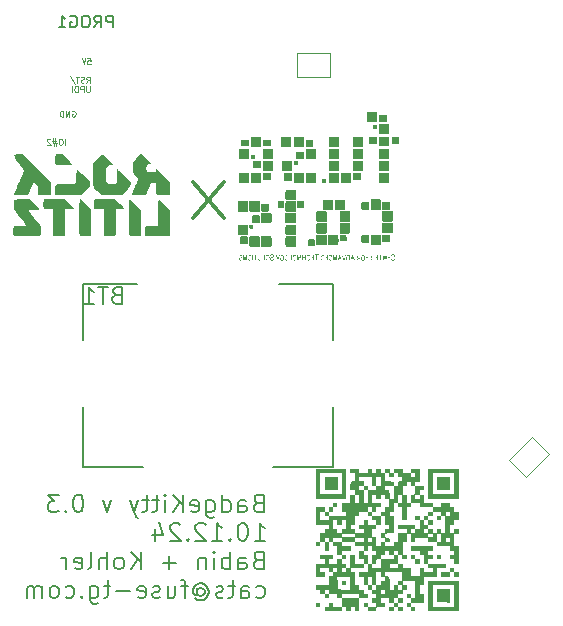
<source format=gbr>
%TF.GenerationSoftware,KiCad,Pcbnew,8.0.5*%
%TF.CreationDate,2024-11-06T13:54:45-05:00*%
%TF.ProjectId,BadgeKittyv2,42616467-654b-4697-9474-7976322e6b69,rev?*%
%TF.SameCoordinates,Original*%
%TF.FileFunction,Legend,Bot*%
%TF.FilePolarity,Positive*%
%FSLAX46Y46*%
G04 Gerber Fmt 4.6, Leading zero omitted, Abs format (unit mm)*
G04 Created by KiCad (PCBNEW 8.0.5) date 2024-11-06 13:54:45*
%MOMM*%
%LPD*%
G01*
G04 APERTURE LIST*
%ADD10C,0.100000*%
%ADD11C,0.300000*%
%ADD12C,0.200000*%
%ADD13C,0.150000*%
%ADD14C,0.120000*%
%ADD15C,0.000000*%
%ADD16C,0.127000*%
G04 APERTURE END LIST*
D10*
X99619924Y-85393653D02*
X99858019Y-85393653D01*
X99858019Y-85393653D02*
X99881828Y-85631748D01*
X99881828Y-85631748D02*
X99858019Y-85607939D01*
X99858019Y-85607939D02*
X99810400Y-85584129D01*
X99810400Y-85584129D02*
X99691352Y-85584129D01*
X99691352Y-85584129D02*
X99643733Y-85607939D01*
X99643733Y-85607939D02*
X99619924Y-85631748D01*
X99619924Y-85631748D02*
X99596114Y-85679367D01*
X99596114Y-85679367D02*
X99596114Y-85798415D01*
X99596114Y-85798415D02*
X99619924Y-85846034D01*
X99619924Y-85846034D02*
X99643733Y-85869844D01*
X99643733Y-85869844D02*
X99691352Y-85893653D01*
X99691352Y-85893653D02*
X99810400Y-85893653D01*
X99810400Y-85893653D02*
X99858019Y-85869844D01*
X99858019Y-85869844D02*
X99881828Y-85846034D01*
X99453257Y-85393653D02*
X99286591Y-85893653D01*
X99286591Y-85893653D02*
X99119924Y-85393653D01*
X99531949Y-87454135D02*
X99698615Y-87216040D01*
X99817663Y-87454135D02*
X99817663Y-86954135D01*
X99817663Y-86954135D02*
X99627187Y-86954135D01*
X99627187Y-86954135D02*
X99579568Y-86977945D01*
X99579568Y-86977945D02*
X99555758Y-87001754D01*
X99555758Y-87001754D02*
X99531949Y-87049373D01*
X99531949Y-87049373D02*
X99531949Y-87120802D01*
X99531949Y-87120802D02*
X99555758Y-87168421D01*
X99555758Y-87168421D02*
X99579568Y-87192230D01*
X99579568Y-87192230D02*
X99627187Y-87216040D01*
X99627187Y-87216040D02*
X99817663Y-87216040D01*
X99341472Y-87430326D02*
X99270044Y-87454135D01*
X99270044Y-87454135D02*
X99150996Y-87454135D01*
X99150996Y-87454135D02*
X99103377Y-87430326D01*
X99103377Y-87430326D02*
X99079568Y-87406516D01*
X99079568Y-87406516D02*
X99055758Y-87358897D01*
X99055758Y-87358897D02*
X99055758Y-87311278D01*
X99055758Y-87311278D02*
X99079568Y-87263659D01*
X99079568Y-87263659D02*
X99103377Y-87239849D01*
X99103377Y-87239849D02*
X99150996Y-87216040D01*
X99150996Y-87216040D02*
X99246234Y-87192230D01*
X99246234Y-87192230D02*
X99293853Y-87168421D01*
X99293853Y-87168421D02*
X99317663Y-87144611D01*
X99317663Y-87144611D02*
X99341472Y-87096992D01*
X99341472Y-87096992D02*
X99341472Y-87049373D01*
X99341472Y-87049373D02*
X99317663Y-87001754D01*
X99317663Y-87001754D02*
X99293853Y-86977945D01*
X99293853Y-86977945D02*
X99246234Y-86954135D01*
X99246234Y-86954135D02*
X99127187Y-86954135D01*
X99127187Y-86954135D02*
X99055758Y-86977945D01*
X98912901Y-86954135D02*
X98627187Y-86954135D01*
X98770044Y-87454135D02*
X98770044Y-86954135D01*
X98103378Y-86930326D02*
X98531949Y-87573183D01*
X99817663Y-87759107D02*
X99817663Y-88163869D01*
X99817663Y-88163869D02*
X99793853Y-88211488D01*
X99793853Y-88211488D02*
X99770044Y-88235298D01*
X99770044Y-88235298D02*
X99722425Y-88259107D01*
X99722425Y-88259107D02*
X99627187Y-88259107D01*
X99627187Y-88259107D02*
X99579568Y-88235298D01*
X99579568Y-88235298D02*
X99555758Y-88211488D01*
X99555758Y-88211488D02*
X99531949Y-88163869D01*
X99531949Y-88163869D02*
X99531949Y-87759107D01*
X99293853Y-88259107D02*
X99293853Y-87759107D01*
X99293853Y-87759107D02*
X99103377Y-87759107D01*
X99103377Y-87759107D02*
X99055758Y-87782917D01*
X99055758Y-87782917D02*
X99031948Y-87806726D01*
X99031948Y-87806726D02*
X99008139Y-87854345D01*
X99008139Y-87854345D02*
X99008139Y-87925774D01*
X99008139Y-87925774D02*
X99031948Y-87973393D01*
X99031948Y-87973393D02*
X99055758Y-87997202D01*
X99055758Y-87997202D02*
X99103377Y-88021012D01*
X99103377Y-88021012D02*
X99293853Y-88021012D01*
X98793853Y-88259107D02*
X98793853Y-87759107D01*
X98793853Y-87759107D02*
X98674805Y-87759107D01*
X98674805Y-87759107D02*
X98603377Y-87782917D01*
X98603377Y-87782917D02*
X98555758Y-87830536D01*
X98555758Y-87830536D02*
X98531948Y-87878155D01*
X98531948Y-87878155D02*
X98508139Y-87973393D01*
X98508139Y-87973393D02*
X98508139Y-88044821D01*
X98508139Y-88044821D02*
X98531948Y-88140059D01*
X98531948Y-88140059D02*
X98555758Y-88187678D01*
X98555758Y-88187678D02*
X98603377Y-88235298D01*
X98603377Y-88235298D02*
X98674805Y-88259107D01*
X98674805Y-88259107D02*
X98793853Y-88259107D01*
X98293853Y-88259107D02*
X98293853Y-87759107D01*
D11*
X111214835Y-95885671D02*
X108548168Y-98885671D01*
X108548168Y-95885671D02*
X111214835Y-98885671D01*
D12*
X114052046Y-123050035D02*
X113837760Y-123121463D01*
X113837760Y-123121463D02*
X113766331Y-123192892D01*
X113766331Y-123192892D02*
X113694903Y-123335749D01*
X113694903Y-123335749D02*
X113694903Y-123550035D01*
X113694903Y-123550035D02*
X113766331Y-123692892D01*
X113766331Y-123692892D02*
X113837760Y-123764321D01*
X113837760Y-123764321D02*
X113980617Y-123835749D01*
X113980617Y-123835749D02*
X114552046Y-123835749D01*
X114552046Y-123835749D02*
X114552046Y-122335749D01*
X114552046Y-122335749D02*
X114052046Y-122335749D01*
X114052046Y-122335749D02*
X113909189Y-122407178D01*
X113909189Y-122407178D02*
X113837760Y-122478606D01*
X113837760Y-122478606D02*
X113766331Y-122621463D01*
X113766331Y-122621463D02*
X113766331Y-122764321D01*
X113766331Y-122764321D02*
X113837760Y-122907178D01*
X113837760Y-122907178D02*
X113909189Y-122978606D01*
X113909189Y-122978606D02*
X114052046Y-123050035D01*
X114052046Y-123050035D02*
X114552046Y-123050035D01*
X112409189Y-123835749D02*
X112409189Y-123050035D01*
X112409189Y-123050035D02*
X112480617Y-122907178D01*
X112480617Y-122907178D02*
X112623474Y-122835749D01*
X112623474Y-122835749D02*
X112909189Y-122835749D01*
X112909189Y-122835749D02*
X113052046Y-122907178D01*
X112409189Y-123764321D02*
X112552046Y-123835749D01*
X112552046Y-123835749D02*
X112909189Y-123835749D01*
X112909189Y-123835749D02*
X113052046Y-123764321D01*
X113052046Y-123764321D02*
X113123474Y-123621463D01*
X113123474Y-123621463D02*
X113123474Y-123478606D01*
X113123474Y-123478606D02*
X113052046Y-123335749D01*
X113052046Y-123335749D02*
X112909189Y-123264321D01*
X112909189Y-123264321D02*
X112552046Y-123264321D01*
X112552046Y-123264321D02*
X112409189Y-123192892D01*
X111052046Y-123835749D02*
X111052046Y-122335749D01*
X111052046Y-123764321D02*
X111194903Y-123835749D01*
X111194903Y-123835749D02*
X111480617Y-123835749D01*
X111480617Y-123835749D02*
X111623474Y-123764321D01*
X111623474Y-123764321D02*
X111694903Y-123692892D01*
X111694903Y-123692892D02*
X111766331Y-123550035D01*
X111766331Y-123550035D02*
X111766331Y-123121463D01*
X111766331Y-123121463D02*
X111694903Y-122978606D01*
X111694903Y-122978606D02*
X111623474Y-122907178D01*
X111623474Y-122907178D02*
X111480617Y-122835749D01*
X111480617Y-122835749D02*
X111194903Y-122835749D01*
X111194903Y-122835749D02*
X111052046Y-122907178D01*
X109694903Y-122835749D02*
X109694903Y-124050035D01*
X109694903Y-124050035D02*
X109766331Y-124192892D01*
X109766331Y-124192892D02*
X109837760Y-124264321D01*
X109837760Y-124264321D02*
X109980617Y-124335749D01*
X109980617Y-124335749D02*
X110194903Y-124335749D01*
X110194903Y-124335749D02*
X110337760Y-124264321D01*
X109694903Y-123764321D02*
X109837760Y-123835749D01*
X109837760Y-123835749D02*
X110123474Y-123835749D01*
X110123474Y-123835749D02*
X110266331Y-123764321D01*
X110266331Y-123764321D02*
X110337760Y-123692892D01*
X110337760Y-123692892D02*
X110409188Y-123550035D01*
X110409188Y-123550035D02*
X110409188Y-123121463D01*
X110409188Y-123121463D02*
X110337760Y-122978606D01*
X110337760Y-122978606D02*
X110266331Y-122907178D01*
X110266331Y-122907178D02*
X110123474Y-122835749D01*
X110123474Y-122835749D02*
X109837760Y-122835749D01*
X109837760Y-122835749D02*
X109694903Y-122907178D01*
X108409188Y-123764321D02*
X108552045Y-123835749D01*
X108552045Y-123835749D02*
X108837760Y-123835749D01*
X108837760Y-123835749D02*
X108980617Y-123764321D01*
X108980617Y-123764321D02*
X109052045Y-123621463D01*
X109052045Y-123621463D02*
X109052045Y-123050035D01*
X109052045Y-123050035D02*
X108980617Y-122907178D01*
X108980617Y-122907178D02*
X108837760Y-122835749D01*
X108837760Y-122835749D02*
X108552045Y-122835749D01*
X108552045Y-122835749D02*
X108409188Y-122907178D01*
X108409188Y-122907178D02*
X108337760Y-123050035D01*
X108337760Y-123050035D02*
X108337760Y-123192892D01*
X108337760Y-123192892D02*
X109052045Y-123335749D01*
X107694903Y-123835749D02*
X107694903Y-122335749D01*
X106837760Y-123835749D02*
X107480617Y-122978606D01*
X106837760Y-122335749D02*
X107694903Y-123192892D01*
X106194903Y-123835749D02*
X106194903Y-122835749D01*
X106194903Y-122335749D02*
X106266331Y-122407178D01*
X106266331Y-122407178D02*
X106194903Y-122478606D01*
X106194903Y-122478606D02*
X106123474Y-122407178D01*
X106123474Y-122407178D02*
X106194903Y-122335749D01*
X106194903Y-122335749D02*
X106194903Y-122478606D01*
X105694902Y-122835749D02*
X105123474Y-122835749D01*
X105480617Y-122335749D02*
X105480617Y-123621463D01*
X105480617Y-123621463D02*
X105409188Y-123764321D01*
X105409188Y-123764321D02*
X105266331Y-123835749D01*
X105266331Y-123835749D02*
X105123474Y-123835749D01*
X104837759Y-122835749D02*
X104266331Y-122835749D01*
X104623474Y-122335749D02*
X104623474Y-123621463D01*
X104623474Y-123621463D02*
X104552045Y-123764321D01*
X104552045Y-123764321D02*
X104409188Y-123835749D01*
X104409188Y-123835749D02*
X104266331Y-123835749D01*
X103909188Y-122835749D02*
X103552045Y-123835749D01*
X103194902Y-122835749D02*
X103552045Y-123835749D01*
X103552045Y-123835749D02*
X103694902Y-124192892D01*
X103694902Y-124192892D02*
X103766331Y-124264321D01*
X103766331Y-124264321D02*
X103909188Y-124335749D01*
X101623474Y-122835749D02*
X101266331Y-123835749D01*
X101266331Y-123835749D02*
X100909188Y-122835749D01*
X98909188Y-122335749D02*
X98766331Y-122335749D01*
X98766331Y-122335749D02*
X98623474Y-122407178D01*
X98623474Y-122407178D02*
X98552046Y-122478606D01*
X98552046Y-122478606D02*
X98480617Y-122621463D01*
X98480617Y-122621463D02*
X98409188Y-122907178D01*
X98409188Y-122907178D02*
X98409188Y-123264321D01*
X98409188Y-123264321D02*
X98480617Y-123550035D01*
X98480617Y-123550035D02*
X98552046Y-123692892D01*
X98552046Y-123692892D02*
X98623474Y-123764321D01*
X98623474Y-123764321D02*
X98766331Y-123835749D01*
X98766331Y-123835749D02*
X98909188Y-123835749D01*
X98909188Y-123835749D02*
X99052046Y-123764321D01*
X99052046Y-123764321D02*
X99123474Y-123692892D01*
X99123474Y-123692892D02*
X99194903Y-123550035D01*
X99194903Y-123550035D02*
X99266331Y-123264321D01*
X99266331Y-123264321D02*
X99266331Y-122907178D01*
X99266331Y-122907178D02*
X99194903Y-122621463D01*
X99194903Y-122621463D02*
X99123474Y-122478606D01*
X99123474Y-122478606D02*
X99052046Y-122407178D01*
X99052046Y-122407178D02*
X98909188Y-122335749D01*
X97766332Y-123692892D02*
X97694903Y-123764321D01*
X97694903Y-123764321D02*
X97766332Y-123835749D01*
X97766332Y-123835749D02*
X97837760Y-123764321D01*
X97837760Y-123764321D02*
X97766332Y-123692892D01*
X97766332Y-123692892D02*
X97766332Y-123835749D01*
X97194903Y-122335749D02*
X96266331Y-122335749D01*
X96266331Y-122335749D02*
X96766331Y-122907178D01*
X96766331Y-122907178D02*
X96552046Y-122907178D01*
X96552046Y-122907178D02*
X96409189Y-122978606D01*
X96409189Y-122978606D02*
X96337760Y-123050035D01*
X96337760Y-123050035D02*
X96266331Y-123192892D01*
X96266331Y-123192892D02*
X96266331Y-123550035D01*
X96266331Y-123550035D02*
X96337760Y-123692892D01*
X96337760Y-123692892D02*
X96409189Y-123764321D01*
X96409189Y-123764321D02*
X96552046Y-123835749D01*
X96552046Y-123835749D02*
X96980617Y-123835749D01*
X96980617Y-123835749D02*
X97123474Y-123764321D01*
X97123474Y-123764321D02*
X97194903Y-123692892D01*
X113766331Y-126250665D02*
X114623474Y-126250665D01*
X114194903Y-126250665D02*
X114194903Y-124750665D01*
X114194903Y-124750665D02*
X114337760Y-124964951D01*
X114337760Y-124964951D02*
X114480617Y-125107808D01*
X114480617Y-125107808D02*
X114623474Y-125179237D01*
X112837760Y-124750665D02*
X112694903Y-124750665D01*
X112694903Y-124750665D02*
X112552046Y-124822094D01*
X112552046Y-124822094D02*
X112480618Y-124893522D01*
X112480618Y-124893522D02*
X112409189Y-125036379D01*
X112409189Y-125036379D02*
X112337760Y-125322094D01*
X112337760Y-125322094D02*
X112337760Y-125679237D01*
X112337760Y-125679237D02*
X112409189Y-125964951D01*
X112409189Y-125964951D02*
X112480618Y-126107808D01*
X112480618Y-126107808D02*
X112552046Y-126179237D01*
X112552046Y-126179237D02*
X112694903Y-126250665D01*
X112694903Y-126250665D02*
X112837760Y-126250665D01*
X112837760Y-126250665D02*
X112980618Y-126179237D01*
X112980618Y-126179237D02*
X113052046Y-126107808D01*
X113052046Y-126107808D02*
X113123475Y-125964951D01*
X113123475Y-125964951D02*
X113194903Y-125679237D01*
X113194903Y-125679237D02*
X113194903Y-125322094D01*
X113194903Y-125322094D02*
X113123475Y-125036379D01*
X113123475Y-125036379D02*
X113052046Y-124893522D01*
X113052046Y-124893522D02*
X112980618Y-124822094D01*
X112980618Y-124822094D02*
X112837760Y-124750665D01*
X111694904Y-126107808D02*
X111623475Y-126179237D01*
X111623475Y-126179237D02*
X111694904Y-126250665D01*
X111694904Y-126250665D02*
X111766332Y-126179237D01*
X111766332Y-126179237D02*
X111694904Y-126107808D01*
X111694904Y-126107808D02*
X111694904Y-126250665D01*
X110194903Y-126250665D02*
X111052046Y-126250665D01*
X110623475Y-126250665D02*
X110623475Y-124750665D01*
X110623475Y-124750665D02*
X110766332Y-124964951D01*
X110766332Y-124964951D02*
X110909189Y-125107808D01*
X110909189Y-125107808D02*
X111052046Y-125179237D01*
X109623475Y-124893522D02*
X109552047Y-124822094D01*
X109552047Y-124822094D02*
X109409190Y-124750665D01*
X109409190Y-124750665D02*
X109052047Y-124750665D01*
X109052047Y-124750665D02*
X108909190Y-124822094D01*
X108909190Y-124822094D02*
X108837761Y-124893522D01*
X108837761Y-124893522D02*
X108766332Y-125036379D01*
X108766332Y-125036379D02*
X108766332Y-125179237D01*
X108766332Y-125179237D02*
X108837761Y-125393522D01*
X108837761Y-125393522D02*
X109694904Y-126250665D01*
X109694904Y-126250665D02*
X108766332Y-126250665D01*
X108123476Y-126107808D02*
X108052047Y-126179237D01*
X108052047Y-126179237D02*
X108123476Y-126250665D01*
X108123476Y-126250665D02*
X108194904Y-126179237D01*
X108194904Y-126179237D02*
X108123476Y-126107808D01*
X108123476Y-126107808D02*
X108123476Y-126250665D01*
X107480618Y-124893522D02*
X107409190Y-124822094D01*
X107409190Y-124822094D02*
X107266333Y-124750665D01*
X107266333Y-124750665D02*
X106909190Y-124750665D01*
X106909190Y-124750665D02*
X106766333Y-124822094D01*
X106766333Y-124822094D02*
X106694904Y-124893522D01*
X106694904Y-124893522D02*
X106623475Y-125036379D01*
X106623475Y-125036379D02*
X106623475Y-125179237D01*
X106623475Y-125179237D02*
X106694904Y-125393522D01*
X106694904Y-125393522D02*
X107552047Y-126250665D01*
X107552047Y-126250665D02*
X106623475Y-126250665D01*
X105337762Y-125250665D02*
X105337762Y-126250665D01*
X105694904Y-124679237D02*
X106052047Y-125750665D01*
X106052047Y-125750665D02*
X105123476Y-125750665D01*
X114052046Y-127879867D02*
X113837760Y-127951295D01*
X113837760Y-127951295D02*
X113766331Y-128022724D01*
X113766331Y-128022724D02*
X113694903Y-128165581D01*
X113694903Y-128165581D02*
X113694903Y-128379867D01*
X113694903Y-128379867D02*
X113766331Y-128522724D01*
X113766331Y-128522724D02*
X113837760Y-128594153D01*
X113837760Y-128594153D02*
X113980617Y-128665581D01*
X113980617Y-128665581D02*
X114552046Y-128665581D01*
X114552046Y-128665581D02*
X114552046Y-127165581D01*
X114552046Y-127165581D02*
X114052046Y-127165581D01*
X114052046Y-127165581D02*
X113909189Y-127237010D01*
X113909189Y-127237010D02*
X113837760Y-127308438D01*
X113837760Y-127308438D02*
X113766331Y-127451295D01*
X113766331Y-127451295D02*
X113766331Y-127594153D01*
X113766331Y-127594153D02*
X113837760Y-127737010D01*
X113837760Y-127737010D02*
X113909189Y-127808438D01*
X113909189Y-127808438D02*
X114052046Y-127879867D01*
X114052046Y-127879867D02*
X114552046Y-127879867D01*
X112409189Y-128665581D02*
X112409189Y-127879867D01*
X112409189Y-127879867D02*
X112480617Y-127737010D01*
X112480617Y-127737010D02*
X112623474Y-127665581D01*
X112623474Y-127665581D02*
X112909189Y-127665581D01*
X112909189Y-127665581D02*
X113052046Y-127737010D01*
X112409189Y-128594153D02*
X112552046Y-128665581D01*
X112552046Y-128665581D02*
X112909189Y-128665581D01*
X112909189Y-128665581D02*
X113052046Y-128594153D01*
X113052046Y-128594153D02*
X113123474Y-128451295D01*
X113123474Y-128451295D02*
X113123474Y-128308438D01*
X113123474Y-128308438D02*
X113052046Y-128165581D01*
X113052046Y-128165581D02*
X112909189Y-128094153D01*
X112909189Y-128094153D02*
X112552046Y-128094153D01*
X112552046Y-128094153D02*
X112409189Y-128022724D01*
X111694903Y-128665581D02*
X111694903Y-127165581D01*
X111694903Y-127737010D02*
X111552046Y-127665581D01*
X111552046Y-127665581D02*
X111266331Y-127665581D01*
X111266331Y-127665581D02*
X111123474Y-127737010D01*
X111123474Y-127737010D02*
X111052046Y-127808438D01*
X111052046Y-127808438D02*
X110980617Y-127951295D01*
X110980617Y-127951295D02*
X110980617Y-128379867D01*
X110980617Y-128379867D02*
X111052046Y-128522724D01*
X111052046Y-128522724D02*
X111123474Y-128594153D01*
X111123474Y-128594153D02*
X111266331Y-128665581D01*
X111266331Y-128665581D02*
X111552046Y-128665581D01*
X111552046Y-128665581D02*
X111694903Y-128594153D01*
X110337760Y-128665581D02*
X110337760Y-127665581D01*
X110337760Y-127165581D02*
X110409188Y-127237010D01*
X110409188Y-127237010D02*
X110337760Y-127308438D01*
X110337760Y-127308438D02*
X110266331Y-127237010D01*
X110266331Y-127237010D02*
X110337760Y-127165581D01*
X110337760Y-127165581D02*
X110337760Y-127308438D01*
X109623474Y-127665581D02*
X109623474Y-128665581D01*
X109623474Y-127808438D02*
X109552045Y-127737010D01*
X109552045Y-127737010D02*
X109409188Y-127665581D01*
X109409188Y-127665581D02*
X109194902Y-127665581D01*
X109194902Y-127665581D02*
X109052045Y-127737010D01*
X109052045Y-127737010D02*
X108980617Y-127879867D01*
X108980617Y-127879867D02*
X108980617Y-128665581D01*
X107123474Y-128094153D02*
X105980617Y-128094153D01*
X106552045Y-128665581D02*
X106552045Y-127522724D01*
X104123474Y-128665581D02*
X104123474Y-127165581D01*
X103266331Y-128665581D02*
X103909188Y-127808438D01*
X103266331Y-127165581D02*
X104123474Y-128022724D01*
X102409188Y-128665581D02*
X102552045Y-128594153D01*
X102552045Y-128594153D02*
X102623474Y-128522724D01*
X102623474Y-128522724D02*
X102694902Y-128379867D01*
X102694902Y-128379867D02*
X102694902Y-127951295D01*
X102694902Y-127951295D02*
X102623474Y-127808438D01*
X102623474Y-127808438D02*
X102552045Y-127737010D01*
X102552045Y-127737010D02*
X102409188Y-127665581D01*
X102409188Y-127665581D02*
X102194902Y-127665581D01*
X102194902Y-127665581D02*
X102052045Y-127737010D01*
X102052045Y-127737010D02*
X101980617Y-127808438D01*
X101980617Y-127808438D02*
X101909188Y-127951295D01*
X101909188Y-127951295D02*
X101909188Y-128379867D01*
X101909188Y-128379867D02*
X101980617Y-128522724D01*
X101980617Y-128522724D02*
X102052045Y-128594153D01*
X102052045Y-128594153D02*
X102194902Y-128665581D01*
X102194902Y-128665581D02*
X102409188Y-128665581D01*
X101266331Y-128665581D02*
X101266331Y-127165581D01*
X100623474Y-128665581D02*
X100623474Y-127879867D01*
X100623474Y-127879867D02*
X100694902Y-127737010D01*
X100694902Y-127737010D02*
X100837759Y-127665581D01*
X100837759Y-127665581D02*
X101052045Y-127665581D01*
X101052045Y-127665581D02*
X101194902Y-127737010D01*
X101194902Y-127737010D02*
X101266331Y-127808438D01*
X99694902Y-128665581D02*
X99837759Y-128594153D01*
X99837759Y-128594153D02*
X99909188Y-128451295D01*
X99909188Y-128451295D02*
X99909188Y-127165581D01*
X98552045Y-128594153D02*
X98694902Y-128665581D01*
X98694902Y-128665581D02*
X98980617Y-128665581D01*
X98980617Y-128665581D02*
X99123474Y-128594153D01*
X99123474Y-128594153D02*
X99194902Y-128451295D01*
X99194902Y-128451295D02*
X99194902Y-127879867D01*
X99194902Y-127879867D02*
X99123474Y-127737010D01*
X99123474Y-127737010D02*
X98980617Y-127665581D01*
X98980617Y-127665581D02*
X98694902Y-127665581D01*
X98694902Y-127665581D02*
X98552045Y-127737010D01*
X98552045Y-127737010D02*
X98480617Y-127879867D01*
X98480617Y-127879867D02*
X98480617Y-128022724D01*
X98480617Y-128022724D02*
X99194902Y-128165581D01*
X97837760Y-128665581D02*
X97837760Y-127665581D01*
X97837760Y-127951295D02*
X97766331Y-127808438D01*
X97766331Y-127808438D02*
X97694903Y-127737010D01*
X97694903Y-127737010D02*
X97552045Y-127665581D01*
X97552045Y-127665581D02*
X97409188Y-127665581D01*
X113909189Y-131009069D02*
X114052046Y-131080497D01*
X114052046Y-131080497D02*
X114337760Y-131080497D01*
X114337760Y-131080497D02*
X114480617Y-131009069D01*
X114480617Y-131009069D02*
X114552046Y-130937640D01*
X114552046Y-130937640D02*
X114623474Y-130794783D01*
X114623474Y-130794783D02*
X114623474Y-130366211D01*
X114623474Y-130366211D02*
X114552046Y-130223354D01*
X114552046Y-130223354D02*
X114480617Y-130151926D01*
X114480617Y-130151926D02*
X114337760Y-130080497D01*
X114337760Y-130080497D02*
X114052046Y-130080497D01*
X114052046Y-130080497D02*
X113909189Y-130151926D01*
X112623475Y-131080497D02*
X112623475Y-130294783D01*
X112623475Y-130294783D02*
X112694903Y-130151926D01*
X112694903Y-130151926D02*
X112837760Y-130080497D01*
X112837760Y-130080497D02*
X113123475Y-130080497D01*
X113123475Y-130080497D02*
X113266332Y-130151926D01*
X112623475Y-131009069D02*
X112766332Y-131080497D01*
X112766332Y-131080497D02*
X113123475Y-131080497D01*
X113123475Y-131080497D02*
X113266332Y-131009069D01*
X113266332Y-131009069D02*
X113337760Y-130866211D01*
X113337760Y-130866211D02*
X113337760Y-130723354D01*
X113337760Y-130723354D02*
X113266332Y-130580497D01*
X113266332Y-130580497D02*
X113123475Y-130509069D01*
X113123475Y-130509069D02*
X112766332Y-130509069D01*
X112766332Y-130509069D02*
X112623475Y-130437640D01*
X112123474Y-130080497D02*
X111552046Y-130080497D01*
X111909189Y-129580497D02*
X111909189Y-130866211D01*
X111909189Y-130866211D02*
X111837760Y-131009069D01*
X111837760Y-131009069D02*
X111694903Y-131080497D01*
X111694903Y-131080497D02*
X111552046Y-131080497D01*
X111123474Y-131009069D02*
X110980617Y-131080497D01*
X110980617Y-131080497D02*
X110694903Y-131080497D01*
X110694903Y-131080497D02*
X110552046Y-131009069D01*
X110552046Y-131009069D02*
X110480617Y-130866211D01*
X110480617Y-130866211D02*
X110480617Y-130794783D01*
X110480617Y-130794783D02*
X110552046Y-130651926D01*
X110552046Y-130651926D02*
X110694903Y-130580497D01*
X110694903Y-130580497D02*
X110909189Y-130580497D01*
X110909189Y-130580497D02*
X111052046Y-130509069D01*
X111052046Y-130509069D02*
X111123474Y-130366211D01*
X111123474Y-130366211D02*
X111123474Y-130294783D01*
X111123474Y-130294783D02*
X111052046Y-130151926D01*
X111052046Y-130151926D02*
X110909189Y-130080497D01*
X110909189Y-130080497D02*
X110694903Y-130080497D01*
X110694903Y-130080497D02*
X110552046Y-130151926D01*
X108909188Y-130366211D02*
X108980617Y-130294783D01*
X108980617Y-130294783D02*
X109123474Y-130223354D01*
X109123474Y-130223354D02*
X109266331Y-130223354D01*
X109266331Y-130223354D02*
X109409188Y-130294783D01*
X109409188Y-130294783D02*
X109480617Y-130366211D01*
X109480617Y-130366211D02*
X109552045Y-130509069D01*
X109552045Y-130509069D02*
X109552045Y-130651926D01*
X109552045Y-130651926D02*
X109480617Y-130794783D01*
X109480617Y-130794783D02*
X109409188Y-130866211D01*
X109409188Y-130866211D02*
X109266331Y-130937640D01*
X109266331Y-130937640D02*
X109123474Y-130937640D01*
X109123474Y-130937640D02*
X108980617Y-130866211D01*
X108980617Y-130866211D02*
X108909188Y-130794783D01*
X108909188Y-130223354D02*
X108909188Y-130794783D01*
X108909188Y-130794783D02*
X108837760Y-130866211D01*
X108837760Y-130866211D02*
X108766331Y-130866211D01*
X108766331Y-130866211D02*
X108623474Y-130794783D01*
X108623474Y-130794783D02*
X108552045Y-130651926D01*
X108552045Y-130651926D02*
X108552045Y-130294783D01*
X108552045Y-130294783D02*
X108694903Y-130080497D01*
X108694903Y-130080497D02*
X108909188Y-129937640D01*
X108909188Y-129937640D02*
X109194903Y-129866211D01*
X109194903Y-129866211D02*
X109480617Y-129937640D01*
X109480617Y-129937640D02*
X109694903Y-130080497D01*
X109694903Y-130080497D02*
X109837760Y-130294783D01*
X109837760Y-130294783D02*
X109909188Y-130580497D01*
X109909188Y-130580497D02*
X109837760Y-130866211D01*
X109837760Y-130866211D02*
X109694903Y-131080497D01*
X109694903Y-131080497D02*
X109480617Y-131223354D01*
X109480617Y-131223354D02*
X109194903Y-131294783D01*
X109194903Y-131294783D02*
X108909188Y-131223354D01*
X108909188Y-131223354D02*
X108694903Y-131080497D01*
X108123474Y-130080497D02*
X107552046Y-130080497D01*
X107909189Y-131080497D02*
X107909189Y-129794783D01*
X107909189Y-129794783D02*
X107837760Y-129651926D01*
X107837760Y-129651926D02*
X107694903Y-129580497D01*
X107694903Y-129580497D02*
X107552046Y-129580497D01*
X106409189Y-130080497D02*
X106409189Y-131080497D01*
X107052046Y-130080497D02*
X107052046Y-130866211D01*
X107052046Y-130866211D02*
X106980617Y-131009069D01*
X106980617Y-131009069D02*
X106837760Y-131080497D01*
X106837760Y-131080497D02*
X106623474Y-131080497D01*
X106623474Y-131080497D02*
X106480617Y-131009069D01*
X106480617Y-131009069D02*
X106409189Y-130937640D01*
X105766331Y-131009069D02*
X105623474Y-131080497D01*
X105623474Y-131080497D02*
X105337760Y-131080497D01*
X105337760Y-131080497D02*
X105194903Y-131009069D01*
X105194903Y-131009069D02*
X105123474Y-130866211D01*
X105123474Y-130866211D02*
X105123474Y-130794783D01*
X105123474Y-130794783D02*
X105194903Y-130651926D01*
X105194903Y-130651926D02*
X105337760Y-130580497D01*
X105337760Y-130580497D02*
X105552046Y-130580497D01*
X105552046Y-130580497D02*
X105694903Y-130509069D01*
X105694903Y-130509069D02*
X105766331Y-130366211D01*
X105766331Y-130366211D02*
X105766331Y-130294783D01*
X105766331Y-130294783D02*
X105694903Y-130151926D01*
X105694903Y-130151926D02*
X105552046Y-130080497D01*
X105552046Y-130080497D02*
X105337760Y-130080497D01*
X105337760Y-130080497D02*
X105194903Y-130151926D01*
X103909188Y-131009069D02*
X104052045Y-131080497D01*
X104052045Y-131080497D02*
X104337760Y-131080497D01*
X104337760Y-131080497D02*
X104480617Y-131009069D01*
X104480617Y-131009069D02*
X104552045Y-130866211D01*
X104552045Y-130866211D02*
X104552045Y-130294783D01*
X104552045Y-130294783D02*
X104480617Y-130151926D01*
X104480617Y-130151926D02*
X104337760Y-130080497D01*
X104337760Y-130080497D02*
X104052045Y-130080497D01*
X104052045Y-130080497D02*
X103909188Y-130151926D01*
X103909188Y-130151926D02*
X103837760Y-130294783D01*
X103837760Y-130294783D02*
X103837760Y-130437640D01*
X103837760Y-130437640D02*
X104552045Y-130580497D01*
X103194903Y-130509069D02*
X102052046Y-130509069D01*
X101552045Y-130080497D02*
X100980617Y-130080497D01*
X101337760Y-129580497D02*
X101337760Y-130866211D01*
X101337760Y-130866211D02*
X101266331Y-131009069D01*
X101266331Y-131009069D02*
X101123474Y-131080497D01*
X101123474Y-131080497D02*
X100980617Y-131080497D01*
X99837760Y-130080497D02*
X99837760Y-131294783D01*
X99837760Y-131294783D02*
X99909188Y-131437640D01*
X99909188Y-131437640D02*
X99980617Y-131509069D01*
X99980617Y-131509069D02*
X100123474Y-131580497D01*
X100123474Y-131580497D02*
X100337760Y-131580497D01*
X100337760Y-131580497D02*
X100480617Y-131509069D01*
X99837760Y-131009069D02*
X99980617Y-131080497D01*
X99980617Y-131080497D02*
X100266331Y-131080497D01*
X100266331Y-131080497D02*
X100409188Y-131009069D01*
X100409188Y-131009069D02*
X100480617Y-130937640D01*
X100480617Y-130937640D02*
X100552045Y-130794783D01*
X100552045Y-130794783D02*
X100552045Y-130366211D01*
X100552045Y-130366211D02*
X100480617Y-130223354D01*
X100480617Y-130223354D02*
X100409188Y-130151926D01*
X100409188Y-130151926D02*
X100266331Y-130080497D01*
X100266331Y-130080497D02*
X99980617Y-130080497D01*
X99980617Y-130080497D02*
X99837760Y-130151926D01*
X99123474Y-130937640D02*
X99052045Y-131009069D01*
X99052045Y-131009069D02*
X99123474Y-131080497D01*
X99123474Y-131080497D02*
X99194902Y-131009069D01*
X99194902Y-131009069D02*
X99123474Y-130937640D01*
X99123474Y-130937640D02*
X99123474Y-131080497D01*
X97766331Y-131009069D02*
X97909188Y-131080497D01*
X97909188Y-131080497D02*
X98194902Y-131080497D01*
X98194902Y-131080497D02*
X98337759Y-131009069D01*
X98337759Y-131009069D02*
X98409188Y-130937640D01*
X98409188Y-130937640D02*
X98480616Y-130794783D01*
X98480616Y-130794783D02*
X98480616Y-130366211D01*
X98480616Y-130366211D02*
X98409188Y-130223354D01*
X98409188Y-130223354D02*
X98337759Y-130151926D01*
X98337759Y-130151926D02*
X98194902Y-130080497D01*
X98194902Y-130080497D02*
X97909188Y-130080497D01*
X97909188Y-130080497D02*
X97766331Y-130151926D01*
X96909188Y-131080497D02*
X97052045Y-131009069D01*
X97052045Y-131009069D02*
X97123474Y-130937640D01*
X97123474Y-130937640D02*
X97194902Y-130794783D01*
X97194902Y-130794783D02*
X97194902Y-130366211D01*
X97194902Y-130366211D02*
X97123474Y-130223354D01*
X97123474Y-130223354D02*
X97052045Y-130151926D01*
X97052045Y-130151926D02*
X96909188Y-130080497D01*
X96909188Y-130080497D02*
X96694902Y-130080497D01*
X96694902Y-130080497D02*
X96552045Y-130151926D01*
X96552045Y-130151926D02*
X96480617Y-130223354D01*
X96480617Y-130223354D02*
X96409188Y-130366211D01*
X96409188Y-130366211D02*
X96409188Y-130794783D01*
X96409188Y-130794783D02*
X96480617Y-130937640D01*
X96480617Y-130937640D02*
X96552045Y-131009069D01*
X96552045Y-131009069D02*
X96694902Y-131080497D01*
X96694902Y-131080497D02*
X96909188Y-131080497D01*
X95766331Y-131080497D02*
X95766331Y-130080497D01*
X95766331Y-130223354D02*
X95694902Y-130151926D01*
X95694902Y-130151926D02*
X95552045Y-130080497D01*
X95552045Y-130080497D02*
X95337759Y-130080497D01*
X95337759Y-130080497D02*
X95194902Y-130151926D01*
X95194902Y-130151926D02*
X95123474Y-130294783D01*
X95123474Y-130294783D02*
X95123474Y-131080497D01*
X95123474Y-130294783D02*
X95052045Y-130151926D01*
X95052045Y-130151926D02*
X94909188Y-130080497D01*
X94909188Y-130080497D02*
X94694902Y-130080497D01*
X94694902Y-130080497D02*
X94552045Y-130151926D01*
X94552045Y-130151926D02*
X94480616Y-130294783D01*
X94480616Y-130294783D02*
X94480616Y-131080497D01*
D10*
X98332844Y-89860397D02*
X98380463Y-89836587D01*
X98380463Y-89836587D02*
X98451892Y-89836587D01*
X98451892Y-89836587D02*
X98523320Y-89860397D01*
X98523320Y-89860397D02*
X98570939Y-89908016D01*
X98570939Y-89908016D02*
X98594749Y-89955635D01*
X98594749Y-89955635D02*
X98618558Y-90050873D01*
X98618558Y-90050873D02*
X98618558Y-90122301D01*
X98618558Y-90122301D02*
X98594749Y-90217539D01*
X98594749Y-90217539D02*
X98570939Y-90265158D01*
X98570939Y-90265158D02*
X98523320Y-90312778D01*
X98523320Y-90312778D02*
X98451892Y-90336587D01*
X98451892Y-90336587D02*
X98404273Y-90336587D01*
X98404273Y-90336587D02*
X98332844Y-90312778D01*
X98332844Y-90312778D02*
X98309035Y-90288968D01*
X98309035Y-90288968D02*
X98309035Y-90122301D01*
X98309035Y-90122301D02*
X98404273Y-90122301D01*
X98094749Y-90336587D02*
X98094749Y-89836587D01*
X98094749Y-89836587D02*
X97809035Y-90336587D01*
X97809035Y-90336587D02*
X97809035Y-89836587D01*
X97570939Y-90336587D02*
X97570939Y-89836587D01*
X97570939Y-89836587D02*
X97451891Y-89836587D01*
X97451891Y-89836587D02*
X97380463Y-89860397D01*
X97380463Y-89860397D02*
X97332844Y-89908016D01*
X97332844Y-89908016D02*
X97309034Y-89955635D01*
X97309034Y-89955635D02*
X97285225Y-90050873D01*
X97285225Y-90050873D02*
X97285225Y-90122301D01*
X97285225Y-90122301D02*
X97309034Y-90217539D01*
X97309034Y-90217539D02*
X97332844Y-90265158D01*
X97332844Y-90265158D02*
X97380463Y-90312778D01*
X97380463Y-90312778D02*
X97451891Y-90336587D01*
X97451891Y-90336587D02*
X97570939Y-90336587D01*
X97725449Y-92708744D02*
X97725449Y-92208744D01*
X97392116Y-92208744D02*
X97296878Y-92208744D01*
X97296878Y-92208744D02*
X97249259Y-92232554D01*
X97249259Y-92232554D02*
X97201640Y-92280173D01*
X97201640Y-92280173D02*
X97177830Y-92375411D01*
X97177830Y-92375411D02*
X97177830Y-92542077D01*
X97177830Y-92542077D02*
X97201640Y-92637315D01*
X97201640Y-92637315D02*
X97249259Y-92684935D01*
X97249259Y-92684935D02*
X97296878Y-92708744D01*
X97296878Y-92708744D02*
X97392116Y-92708744D01*
X97392116Y-92708744D02*
X97439735Y-92684935D01*
X97439735Y-92684935D02*
X97487354Y-92637315D01*
X97487354Y-92637315D02*
X97511163Y-92542077D01*
X97511163Y-92542077D02*
X97511163Y-92375411D01*
X97511163Y-92375411D02*
X97487354Y-92280173D01*
X97487354Y-92280173D02*
X97439735Y-92232554D01*
X97439735Y-92232554D02*
X97392116Y-92208744D01*
X96987353Y-92375411D02*
X96630211Y-92375411D01*
X96844496Y-92161125D02*
X96987353Y-92803982D01*
X96677830Y-92589696D02*
X97034972Y-92589696D01*
X96820687Y-92803982D02*
X96677830Y-92161125D01*
X96487353Y-92256363D02*
X96463544Y-92232554D01*
X96463544Y-92232554D02*
X96415925Y-92208744D01*
X96415925Y-92208744D02*
X96296877Y-92208744D01*
X96296877Y-92208744D02*
X96249258Y-92232554D01*
X96249258Y-92232554D02*
X96225449Y-92256363D01*
X96225449Y-92256363D02*
X96201639Y-92303982D01*
X96201639Y-92303982D02*
X96201639Y-92351601D01*
X96201639Y-92351601D02*
X96225449Y-92423030D01*
X96225449Y-92423030D02*
X96511163Y-92708744D01*
X96511163Y-92708744D02*
X96201639Y-92708744D01*
D13*
X101753723Y-82779498D02*
X101753723Y-81779498D01*
X101753723Y-81779498D02*
X101372771Y-81779498D01*
X101372771Y-81779498D02*
X101277533Y-81827117D01*
X101277533Y-81827117D02*
X101229914Y-81874736D01*
X101229914Y-81874736D02*
X101182295Y-81969974D01*
X101182295Y-81969974D02*
X101182295Y-82112831D01*
X101182295Y-82112831D02*
X101229914Y-82208069D01*
X101229914Y-82208069D02*
X101277533Y-82255688D01*
X101277533Y-82255688D02*
X101372771Y-82303307D01*
X101372771Y-82303307D02*
X101753723Y-82303307D01*
X100182295Y-82779498D02*
X100515628Y-82303307D01*
X100753723Y-82779498D02*
X100753723Y-81779498D01*
X100753723Y-81779498D02*
X100372771Y-81779498D01*
X100372771Y-81779498D02*
X100277533Y-81827117D01*
X100277533Y-81827117D02*
X100229914Y-81874736D01*
X100229914Y-81874736D02*
X100182295Y-81969974D01*
X100182295Y-81969974D02*
X100182295Y-82112831D01*
X100182295Y-82112831D02*
X100229914Y-82208069D01*
X100229914Y-82208069D02*
X100277533Y-82255688D01*
X100277533Y-82255688D02*
X100372771Y-82303307D01*
X100372771Y-82303307D02*
X100753723Y-82303307D01*
X99563247Y-81779498D02*
X99372771Y-81779498D01*
X99372771Y-81779498D02*
X99277533Y-81827117D01*
X99277533Y-81827117D02*
X99182295Y-81922355D01*
X99182295Y-81922355D02*
X99134676Y-82112831D01*
X99134676Y-82112831D02*
X99134676Y-82446164D01*
X99134676Y-82446164D02*
X99182295Y-82636640D01*
X99182295Y-82636640D02*
X99277533Y-82731879D01*
X99277533Y-82731879D02*
X99372771Y-82779498D01*
X99372771Y-82779498D02*
X99563247Y-82779498D01*
X99563247Y-82779498D02*
X99658485Y-82731879D01*
X99658485Y-82731879D02*
X99753723Y-82636640D01*
X99753723Y-82636640D02*
X99801342Y-82446164D01*
X99801342Y-82446164D02*
X99801342Y-82112831D01*
X99801342Y-82112831D02*
X99753723Y-81922355D01*
X99753723Y-81922355D02*
X99658485Y-81827117D01*
X99658485Y-81827117D02*
X99563247Y-81779498D01*
X98182295Y-81827117D02*
X98277533Y-81779498D01*
X98277533Y-81779498D02*
X98420390Y-81779498D01*
X98420390Y-81779498D02*
X98563247Y-81827117D01*
X98563247Y-81827117D02*
X98658485Y-81922355D01*
X98658485Y-81922355D02*
X98706104Y-82017593D01*
X98706104Y-82017593D02*
X98753723Y-82208069D01*
X98753723Y-82208069D02*
X98753723Y-82350926D01*
X98753723Y-82350926D02*
X98706104Y-82541402D01*
X98706104Y-82541402D02*
X98658485Y-82636640D01*
X98658485Y-82636640D02*
X98563247Y-82731879D01*
X98563247Y-82731879D02*
X98420390Y-82779498D01*
X98420390Y-82779498D02*
X98325152Y-82779498D01*
X98325152Y-82779498D02*
X98182295Y-82731879D01*
X98182295Y-82731879D02*
X98134676Y-82684259D01*
X98134676Y-82684259D02*
X98134676Y-82350926D01*
X98134676Y-82350926D02*
X98325152Y-82350926D01*
X97182295Y-82779498D02*
X97753723Y-82779498D01*
X97468009Y-82779498D02*
X97468009Y-81779498D01*
X97468009Y-81779498D02*
X97563247Y-81922355D01*
X97563247Y-81922355D02*
X97658485Y-82017593D01*
X97658485Y-82017593D02*
X97753723Y-82065212D01*
X102072937Y-105434219D02*
X101872937Y-105500886D01*
X101872937Y-105500886D02*
X101806270Y-105567552D01*
X101806270Y-105567552D02*
X101739603Y-105700886D01*
X101739603Y-105700886D02*
X101739603Y-105900886D01*
X101739603Y-105900886D02*
X101806270Y-106034219D01*
X101806270Y-106034219D02*
X101872937Y-106100886D01*
X101872937Y-106100886D02*
X102006270Y-106167552D01*
X102006270Y-106167552D02*
X102539603Y-106167552D01*
X102539603Y-106167552D02*
X102539603Y-104767552D01*
X102539603Y-104767552D02*
X102072937Y-104767552D01*
X102072937Y-104767552D02*
X101939603Y-104834219D01*
X101939603Y-104834219D02*
X101872937Y-104900886D01*
X101872937Y-104900886D02*
X101806270Y-105034219D01*
X101806270Y-105034219D02*
X101806270Y-105167552D01*
X101806270Y-105167552D02*
X101872937Y-105300886D01*
X101872937Y-105300886D02*
X101939603Y-105367552D01*
X101939603Y-105367552D02*
X102072937Y-105434219D01*
X102072937Y-105434219D02*
X102539603Y-105434219D01*
X101339603Y-104767552D02*
X100539603Y-104767552D01*
X100939603Y-106167552D02*
X100939603Y-104767552D01*
X99339603Y-106167552D02*
X100139603Y-106167552D01*
X99739603Y-106167552D02*
X99739603Y-104767552D01*
X99739603Y-104767552D02*
X99872936Y-104967552D01*
X99872936Y-104967552D02*
X100006270Y-105100886D01*
X100006270Y-105100886D02*
X100139603Y-105167552D01*
D14*
%TO.C,JP2*%
X120131431Y-86979596D02*
X120131431Y-84979596D01*
X120131431Y-84979596D02*
X117331431Y-84979596D01*
X117331431Y-86979596D02*
X120131431Y-86979596D01*
X117331431Y-84979596D02*
X117331431Y-86979596D01*
%TO.C,JP3*%
X138704640Y-118881882D02*
X137290427Y-117467669D01*
X137290427Y-117467669D02*
X135310528Y-119447568D01*
X136724741Y-120861781D02*
X138704640Y-118881882D01*
X135310528Y-119447568D02*
X136724741Y-120861781D01*
D15*
%TO.C,G\u002A\u002A\u002A*%
G36*
X130312151Y-130924456D02*
G01*
X130319729Y-131476864D01*
X129767321Y-131469286D01*
X129214914Y-131461708D01*
X129214914Y-130916878D01*
X129214914Y-130372048D01*
X129759744Y-130372048D01*
X130304574Y-130372048D01*
X130312151Y-130924456D01*
G37*
G36*
X129592104Y-127633929D02*
G01*
X129592104Y-127815538D01*
X129396524Y-127815538D01*
X129200944Y-127815538D01*
X129200944Y-127633929D01*
X129200944Y-127452318D01*
X129396524Y-127452318D01*
X129592104Y-127452318D01*
X129592104Y-127633929D01*
G37*
G36*
X127748064Y-124337009D02*
G01*
X127748064Y-124518619D01*
X127566454Y-124518619D01*
X127384844Y-124518619D01*
X127384844Y-124337009D01*
X127384844Y-124155399D01*
X127566454Y-124155399D01*
X127748064Y-124155399D01*
X127748064Y-124337009D01*
G37*
G36*
X127021624Y-130932181D02*
G01*
X127021624Y-131112459D01*
X126840014Y-131112459D01*
X126658404Y-131112459D01*
X126658404Y-130930848D01*
X126658404Y-130749238D01*
X126840014Y-130749238D01*
X127021624Y-130749238D01*
X127021624Y-130932181D01*
G37*
G36*
X121545385Y-129827218D02*
G01*
X121545385Y-130022799D01*
X121349805Y-130022799D01*
X121154224Y-130022799D01*
X121154224Y-129827218D01*
X121154224Y-129631638D01*
X121349805Y-129631638D01*
X121545385Y-129631638D01*
X121545385Y-129827218D01*
G37*
G36*
X120791005Y-123247349D02*
G01*
X120791005Y-123428959D01*
X120609394Y-123428959D01*
X120427785Y-123428959D01*
X120427785Y-123247349D01*
X120427785Y-123065739D01*
X120609394Y-123065739D01*
X120791005Y-123065739D01*
X120791005Y-123247349D01*
G37*
G36*
X119338125Y-131657289D02*
G01*
X119338125Y-131838898D01*
X119156515Y-131838898D01*
X118974904Y-131838898D01*
X118974904Y-131657289D01*
X118974904Y-131475678D01*
X119156515Y-131475678D01*
X119338125Y-131475678D01*
X119338125Y-131657289D01*
G37*
G36*
X127384844Y-127633929D02*
G01*
X127384844Y-127815538D01*
X127566454Y-127815538D01*
X127748064Y-127815538D01*
X127748064Y-127997148D01*
X127748064Y-128178759D01*
X127567787Y-128178759D01*
X127387510Y-128178759D01*
X127379192Y-128004133D01*
X127370874Y-127829508D01*
X127196249Y-127821190D01*
X127021624Y-127812872D01*
X127021624Y-127632595D01*
X127021624Y-127452318D01*
X127203234Y-127452318D01*
X127384844Y-127452318D01*
X127384844Y-127633929D01*
G37*
G36*
X127203234Y-131838898D02*
G01*
X127384844Y-131838898D01*
X127384844Y-132020508D01*
X127384844Y-132202119D01*
X127203234Y-132202119D01*
X127021624Y-132202119D01*
X127021624Y-132020508D01*
X127021624Y-131838898D01*
X127203234Y-131838898D01*
G37*
G36*
X127021624Y-131657289D02*
G01*
X127021624Y-131838898D01*
X126840014Y-131838898D01*
X126658404Y-131838898D01*
X126658404Y-131657289D01*
X126658404Y-131475678D01*
X126840014Y-131475678D01*
X127021624Y-131475678D01*
X127021624Y-131657289D01*
G37*
G36*
X120252567Y-120864872D02*
G01*
X120804975Y-120872449D01*
X120812613Y-121388440D01*
X120814272Y-121547145D01*
X120814428Y-121695987D01*
X120813074Y-121817580D01*
X120810319Y-121902385D01*
X120806273Y-121940861D01*
X120796825Y-121950483D01*
X120762141Y-121960780D01*
X120696788Y-121967522D01*
X120594476Y-121971037D01*
X120448912Y-121971653D01*
X120253804Y-121969700D01*
X119715315Y-121962109D01*
X119707737Y-121409702D01*
X119700159Y-120857294D01*
X120252567Y-120864872D01*
G37*
G36*
X130318544Y-121398062D02*
G01*
X130318535Y-121414047D01*
X130317418Y-121581144D01*
X130314633Y-121728001D01*
X130310487Y-121845709D01*
X130305285Y-121925358D01*
X130299332Y-121958038D01*
X130298920Y-121958369D01*
X130263492Y-121963913D01*
X130181658Y-121968005D01*
X130062396Y-121970457D01*
X129914689Y-121971078D01*
X129747517Y-121969679D01*
X129214914Y-121962109D01*
X129214914Y-121417279D01*
X129214914Y-120872449D01*
X129766729Y-120864874D01*
X130318544Y-120857298D01*
X130318544Y-121398062D01*
G37*
G36*
X131044984Y-130916878D02*
G01*
X131044984Y-132202119D01*
X129759744Y-132202119D01*
X128474504Y-132202119D01*
X128474504Y-130916878D01*
X128474504Y-130022799D01*
X128865664Y-130022799D01*
X128865664Y-130930848D01*
X128865664Y-131838898D01*
X129773714Y-131838898D01*
X130681764Y-131838898D01*
X130681764Y-130930848D01*
X130681764Y-130022799D01*
X129773714Y-130022799D01*
X128865664Y-130022799D01*
X128474504Y-130022799D01*
X128474504Y-129631638D01*
X129759744Y-129631638D01*
X131044984Y-129631638D01*
X131044984Y-130022799D01*
X131044984Y-130916878D01*
G37*
G36*
X131044984Y-121417279D02*
G01*
X131044984Y-122702519D01*
X129759744Y-122702519D01*
X128474504Y-122702519D01*
X128474504Y-121417279D01*
X128474504Y-120495259D01*
X128865664Y-120495259D01*
X128865664Y-121403309D01*
X128865664Y-122311359D01*
X129773714Y-122311359D01*
X130681764Y-122311359D01*
X130681764Y-121403309D01*
X130681764Y-120495259D01*
X129773714Y-120495259D01*
X128865664Y-120495259D01*
X128474504Y-120495259D01*
X128474504Y-120132039D01*
X129759744Y-120132039D01*
X131044984Y-120132039D01*
X131044984Y-120495259D01*
X131044984Y-121417279D01*
G37*
G36*
X121545385Y-121417279D02*
G01*
X121545385Y-122702519D01*
X120260145Y-122702519D01*
X118974904Y-122702519D01*
X118974904Y-121417279D01*
X118974904Y-120495259D01*
X119338125Y-120495259D01*
X119338125Y-121403309D01*
X119338125Y-122311359D01*
X120246175Y-122311359D01*
X121154224Y-122311359D01*
X121154224Y-121403309D01*
X121154224Y-120495259D01*
X120246175Y-120495259D01*
X119338125Y-120495259D01*
X118974904Y-120495259D01*
X118974904Y-120132039D01*
X120260145Y-120132039D01*
X121545385Y-120132039D01*
X121545385Y-120495259D01*
X121545385Y-121417279D01*
G37*
G36*
X130681764Y-128723589D02*
G01*
X130681764Y-128905198D01*
X130863374Y-128905198D01*
X131044984Y-128905198D01*
X131044984Y-129100779D01*
X131044984Y-129296358D01*
X130863374Y-129296358D01*
X130681764Y-129296358D01*
X130681764Y-129114748D01*
X130681764Y-128933139D01*
X130500154Y-128933139D01*
X130318544Y-128933139D01*
X130318544Y-129115559D01*
X130318544Y-129297980D01*
X129948339Y-129290184D01*
X129578134Y-129282388D01*
X129578134Y-129100779D01*
X129578134Y-128919168D01*
X129934369Y-128911349D01*
X130290604Y-128903529D01*
X130290604Y-128722754D01*
X130290604Y-128541978D01*
X130486184Y-128541978D01*
X130681764Y-128541978D01*
X130681764Y-128723589D01*
G37*
G36*
X127748064Y-121249639D02*
G01*
X127566454Y-121249639D01*
X127384844Y-121249639D01*
X127384844Y-121417279D01*
X127384844Y-121584919D01*
X127748064Y-121584919D01*
X128111284Y-121584919D01*
X128111284Y-121780499D01*
X128111284Y-121976079D01*
X127929674Y-121976079D01*
X127748064Y-121976079D01*
X127748064Y-122157689D01*
X127748064Y-122339299D01*
X127566454Y-122339299D01*
X127384844Y-122339299D01*
X127384844Y-122520909D01*
X127384844Y-122702519D01*
X127566454Y-122702519D01*
X127748064Y-122702519D01*
X127748064Y-122520909D01*
X127748064Y-122339299D01*
X127928839Y-122339299D01*
X128109614Y-122339299D01*
X128117434Y-122695534D01*
X128125254Y-123051769D01*
X128481489Y-123059589D01*
X128837724Y-123067409D01*
X128837724Y-123248184D01*
X128837724Y-123428959D01*
X129200944Y-123428959D01*
X129564164Y-123428959D01*
X129564164Y-123247349D01*
X129564164Y-123065739D01*
X129941354Y-123065739D01*
X130318544Y-123065739D01*
X130318544Y-123247349D01*
X130318544Y-123428959D01*
X130500154Y-123428959D01*
X130681764Y-123428959D01*
X130681764Y-123610569D01*
X130681764Y-123792179D01*
X130863374Y-123792179D01*
X131044984Y-123792179D01*
X131044984Y-124155399D01*
X131044984Y-124518619D01*
X130863374Y-124518619D01*
X130681764Y-124518619D01*
X130681764Y-124714199D01*
X130681764Y-124909779D01*
X130500154Y-124909779D01*
X130318544Y-124909779D01*
X130318544Y-125259029D01*
X130318544Y-125608279D01*
X130500154Y-125608279D01*
X130681764Y-125608279D01*
X130681764Y-125426669D01*
X130681764Y-125245059D01*
X130863374Y-125245059D01*
X131044984Y-125245059D01*
X131044984Y-125440639D01*
X131044984Y-125636219D01*
X130863374Y-125636219D01*
X130681764Y-125636219D01*
X130681764Y-125999439D01*
X130681764Y-126181048D01*
X130681764Y-126725878D01*
X130863374Y-126725878D01*
X131044984Y-126725878D01*
X131044984Y-127452318D01*
X131044984Y-128178759D01*
X130864707Y-128178759D01*
X130684430Y-128178759D01*
X130676112Y-128004133D01*
X130667794Y-127829508D01*
X130479199Y-127821247D01*
X130290604Y-127812985D01*
X130290604Y-127632652D01*
X130290604Y-127452318D01*
X130486184Y-127452318D01*
X130681764Y-127452318D01*
X130681764Y-127270708D01*
X130681764Y-127089099D01*
X130486184Y-127089099D01*
X130290604Y-127089099D01*
X130290604Y-126907488D01*
X130290604Y-126725878D01*
X129745774Y-126725878D01*
X129200944Y-126725878D01*
X129200944Y-126544269D01*
X129200944Y-126362658D01*
X128837724Y-126362658D01*
X128474504Y-126362658D01*
X128474504Y-126181048D01*
X128474504Y-125999439D01*
X129228884Y-125999439D01*
X129228884Y-126362658D01*
X129396524Y-126362658D01*
X129564164Y-126362658D01*
X129564164Y-125999439D01*
X129955324Y-125999439D01*
X129955324Y-126181048D01*
X129955324Y-126362658D01*
X130122964Y-126362658D01*
X130290604Y-126362658D01*
X130290604Y-126181048D01*
X130290604Y-125999439D01*
X130122964Y-125999439D01*
X129955324Y-125999439D01*
X129564164Y-125999439D01*
X129564164Y-125636219D01*
X129396524Y-125636219D01*
X129228884Y-125636219D01*
X129228884Y-125999439D01*
X128474504Y-125999439D01*
X127929674Y-125999439D01*
X127384844Y-125999439D01*
X127384844Y-126181048D01*
X127384844Y-126362658D01*
X127203234Y-126362658D01*
X127021624Y-126362658D01*
X127021624Y-125999439D01*
X127021624Y-125636219D01*
X128474504Y-125636219D01*
X128474504Y-125803859D01*
X128474504Y-125971499D01*
X128656114Y-125971499D01*
X128837724Y-125971499D01*
X128837724Y-125803859D01*
X128837724Y-125636219D01*
X128656114Y-125636219D01*
X128474504Y-125636219D01*
X127021624Y-125636219D01*
X126840014Y-125636219D01*
X126658404Y-125636219D01*
X126658404Y-125999439D01*
X126658404Y-126362658D01*
X126476794Y-126362658D01*
X126295184Y-126362658D01*
X126295184Y-126907488D01*
X126295184Y-127089099D01*
X126295184Y-127452318D01*
X126476794Y-127452318D01*
X126658404Y-127452318D01*
X126658404Y-127633929D01*
X126658404Y-127815538D01*
X126462824Y-127815538D01*
X126267244Y-127815538D01*
X126267244Y-127633929D01*
X126267244Y-127452318D01*
X126099604Y-127452318D01*
X125931964Y-127452318D01*
X125931964Y-127815538D01*
X125931964Y-128178759D01*
X126113574Y-128178759D01*
X126295184Y-128178759D01*
X126295184Y-128360368D01*
X126295184Y-128541978D01*
X126658404Y-128541978D01*
X127021624Y-128541978D01*
X127021624Y-128905198D01*
X127021624Y-128933139D01*
X127021624Y-129268419D01*
X127384844Y-129268419D01*
X127748064Y-129268419D01*
X127748064Y-128905198D01*
X127748064Y-128541978D01*
X127929674Y-128541978D01*
X128111284Y-128541978D01*
X128111284Y-128723589D01*
X128111284Y-128905198D01*
X128474504Y-128905198D01*
X128837724Y-128905198D01*
X128837724Y-128723589D01*
X128837724Y-128541978D01*
X128656114Y-128541978D01*
X128474504Y-128541978D01*
X128474504Y-128360368D01*
X128474504Y-128178759D01*
X129214914Y-128178759D01*
X129955324Y-128178759D01*
X129955324Y-128360368D01*
X129955324Y-128541978D01*
X129592915Y-128541978D01*
X129230506Y-128541978D01*
X129222710Y-128912184D01*
X129214914Y-129282388D01*
X128663099Y-129289964D01*
X128111284Y-129297540D01*
X128111284Y-129660169D01*
X128111284Y-130022799D01*
X127929674Y-130022799D01*
X127748064Y-130022799D01*
X127748064Y-130386018D01*
X127748064Y-130749238D01*
X127929674Y-130749238D01*
X128111284Y-130749238D01*
X128111284Y-131112459D01*
X128111284Y-131475678D01*
X127566454Y-131475678D01*
X127021624Y-131475678D01*
X127021624Y-131294068D01*
X127021624Y-131115125D01*
X127196249Y-131106807D01*
X127370874Y-131098488D01*
X127378330Y-130379034D01*
X127385787Y-129659578D01*
X126840486Y-129659578D01*
X126295184Y-129659578D01*
X126295184Y-129827218D01*
X126295184Y-129994858D01*
X126476794Y-129994858D01*
X126658404Y-129994858D01*
X126658404Y-130022799D01*
X126658404Y-130190439D01*
X126658404Y-130386018D01*
X126476794Y-130386018D01*
X126295184Y-130386018D01*
X126295184Y-130567629D01*
X126295184Y-130749238D01*
X126113574Y-130749238D01*
X125931964Y-130749238D01*
X125931964Y-130930848D01*
X125931964Y-131112459D01*
X126113574Y-131112459D01*
X126295184Y-131112459D01*
X126295184Y-131294068D01*
X126295184Y-131475678D01*
X126113574Y-131475678D01*
X125931964Y-131475678D01*
X125931964Y-131657289D01*
X125931964Y-131838898D01*
X126113574Y-131838898D01*
X126295184Y-131838898D01*
X126295184Y-132020508D01*
X126295184Y-132202119D01*
X126099604Y-132202119D01*
X125904024Y-132202119D01*
X125904024Y-132020508D01*
X125904024Y-131838898D01*
X125736384Y-131838898D01*
X125568744Y-131838898D01*
X125568744Y-132020508D01*
X125568744Y-132202119D01*
X125373164Y-132202119D01*
X125177584Y-132202119D01*
X125177584Y-132020508D01*
X125177584Y-131838898D01*
X125359194Y-131838898D01*
X125540804Y-131838898D01*
X125540804Y-131657289D01*
X125540804Y-131475678D01*
X125359194Y-131475678D01*
X125177584Y-131475678D01*
X125177584Y-131294068D01*
X125177584Y-131112459D01*
X125568744Y-131112459D01*
X125568744Y-131294068D01*
X125568744Y-131475678D01*
X125736384Y-131475678D01*
X125904024Y-131475678D01*
X125904024Y-131294068D01*
X125904024Y-131112459D01*
X125736384Y-131112459D01*
X125568744Y-131112459D01*
X125177584Y-131112459D01*
X124814365Y-131112459D01*
X124451145Y-131112459D01*
X124451145Y-131294068D01*
X124451145Y-131475678D01*
X124632754Y-131475678D01*
X124814365Y-131475678D01*
X124814365Y-131656454D01*
X124814365Y-131837229D01*
X124458130Y-131845049D01*
X124101895Y-131852868D01*
X124093576Y-132027493D01*
X124085258Y-132202119D01*
X123724705Y-132202119D01*
X123364151Y-132202119D01*
X123355833Y-132027493D01*
X123347515Y-131852868D01*
X123172890Y-131844550D01*
X122998264Y-131836232D01*
X122998264Y-131655955D01*
X122998264Y-131475678D01*
X123179875Y-131475678D01*
X123361485Y-131475678D01*
X123361485Y-131657289D01*
X123361485Y-131838898D01*
X123724705Y-131838898D01*
X124087924Y-131838898D01*
X124087924Y-131657289D01*
X124087924Y-131475678D01*
X123906315Y-131475678D01*
X123724705Y-131475678D01*
X123724705Y-131294068D01*
X123724705Y-131112459D01*
X123906315Y-131112459D01*
X124087924Y-131112459D01*
X124087924Y-130930848D01*
X124087924Y-130749238D01*
X123906315Y-130749238D01*
X123724705Y-130749238D01*
X123724705Y-130567629D01*
X123724705Y-130386018D01*
X123543094Y-130386018D01*
X123361485Y-130386018D01*
X123361485Y-130204408D01*
X123361485Y-130022799D01*
X123724705Y-130022799D01*
X123724705Y-130204408D01*
X123724705Y-130386018D01*
X123906315Y-130386018D01*
X124087924Y-130386018D01*
X124451145Y-130386018D01*
X124451145Y-130567629D01*
X124451145Y-130749238D01*
X124632754Y-130749238D01*
X124814365Y-130749238D01*
X124814365Y-130567629D01*
X124814365Y-130386018D01*
X124632754Y-130386018D01*
X124451145Y-130386018D01*
X124087924Y-130386018D01*
X124087924Y-130204408D01*
X124087924Y-130022799D01*
X123906315Y-130022799D01*
X123724705Y-130022799D01*
X123361485Y-130022799D01*
X123179875Y-130022799D01*
X122998264Y-130022799D01*
X122998264Y-129659578D01*
X122998264Y-129296358D01*
X123361485Y-129296358D01*
X123361485Y-129645609D01*
X123361485Y-129994858D01*
X123543094Y-129994858D01*
X123724705Y-129994858D01*
X123724705Y-129645609D01*
X123724705Y-129463998D01*
X124087924Y-129463998D01*
X124087924Y-129994858D01*
X124269535Y-129994858D01*
X124451145Y-129994858D01*
X124451145Y-129813249D01*
X124451145Y-129631638D01*
X124632754Y-129631638D01*
X124814365Y-129631638D01*
X124814365Y-129463998D01*
X124814365Y-129296358D01*
X124632754Y-129296358D01*
X124451145Y-129296358D01*
X124451145Y-129114748D01*
X124451145Y-128933139D01*
X124814365Y-128933139D01*
X124814365Y-129099502D01*
X124814365Y-129265865D01*
X125002960Y-129274127D01*
X125191554Y-129282388D01*
X125196348Y-129631638D01*
X125199129Y-129834204D01*
X125201718Y-130022799D01*
X125206705Y-130386018D01*
X125372478Y-130386018D01*
X125538250Y-130386018D01*
X125546512Y-130197423D01*
X125554162Y-130022799D01*
X125931964Y-130022799D01*
X125931964Y-130204408D01*
X125931964Y-130386018D01*
X126099604Y-130386018D01*
X126267244Y-130386018D01*
X126267244Y-130204408D01*
X126267244Y-130022799D01*
X126099604Y-130022799D01*
X125931964Y-130022799D01*
X125554162Y-130022799D01*
X125554774Y-130008828D01*
X125729399Y-130000510D01*
X125904024Y-129992192D01*
X125904024Y-129811915D01*
X125904024Y-129631638D01*
X126085634Y-129631638D01*
X126267244Y-129631638D01*
X126267244Y-129282388D01*
X126267244Y-128933139D01*
X125540804Y-128933139D01*
X124814365Y-128933139D01*
X124451145Y-128933139D01*
X124269535Y-128933139D01*
X124087924Y-128933139D01*
X124087924Y-129296358D01*
X124087924Y-129463998D01*
X123724705Y-129463998D01*
X123724705Y-129296358D01*
X123543094Y-129296358D01*
X123361485Y-129296358D01*
X122998264Y-129296358D01*
X122816655Y-129296358D01*
X122635045Y-129296358D01*
X122635045Y-129100779D01*
X122635045Y-128905198D01*
X122998264Y-128905198D01*
X123361485Y-128905198D01*
X123361485Y-128541978D01*
X123361485Y-128178759D01*
X123543094Y-128178759D01*
X123724705Y-128178759D01*
X123724705Y-128360368D01*
X123724705Y-128541978D01*
X124087924Y-128541978D01*
X124451145Y-128541978D01*
X124451145Y-128178759D01*
X125205524Y-128178759D01*
X125205524Y-128360368D01*
X125205524Y-128541978D01*
X125554774Y-128541978D01*
X125904024Y-128541978D01*
X125904024Y-128360368D01*
X125904024Y-128178759D01*
X125554774Y-128178759D01*
X125205524Y-128178759D01*
X124451145Y-128178759D01*
X124451145Y-127815538D01*
X124995975Y-127815538D01*
X125540804Y-127815538D01*
X125540804Y-127633929D01*
X125540804Y-127452318D01*
X125359194Y-127452318D01*
X125177584Y-127452318D01*
X125177584Y-127270708D01*
X125177584Y-127089099D01*
X125568744Y-127089099D01*
X125568744Y-127270708D01*
X125568744Y-127452318D01*
X125736384Y-127452318D01*
X125904024Y-127452318D01*
X125904024Y-127270708D01*
X125904024Y-127089099D01*
X125736384Y-127089099D01*
X125568744Y-127089099D01*
X125177584Y-127089099D01*
X124995975Y-127089099D01*
X124814365Y-127089099D01*
X124814365Y-127270708D01*
X124814365Y-127452318D01*
X124632754Y-127452318D01*
X124451145Y-127452318D01*
X124451145Y-127632595D01*
X124451145Y-127812872D01*
X124276519Y-127821190D01*
X124101895Y-127829508D01*
X124093576Y-128004133D01*
X124085258Y-128178759D01*
X123904981Y-128178759D01*
X123724705Y-128178759D01*
X123724705Y-127815538D01*
X123724705Y-127452318D01*
X123906315Y-127452318D01*
X124087924Y-127452318D01*
X124087924Y-127270708D01*
X124087924Y-127089099D01*
X123906315Y-127089099D01*
X123724705Y-127089099D01*
X123724705Y-126907488D01*
X123724705Y-126725878D01*
X123543094Y-126725878D01*
X123361485Y-126725878D01*
X123361485Y-126907488D01*
X123361485Y-127089099D01*
X123179875Y-127089099D01*
X122998264Y-127089099D01*
X122998264Y-126907488D01*
X122998264Y-126725878D01*
X122621074Y-126725878D01*
X122243884Y-126725878D01*
X122243884Y-126544269D01*
X122243884Y-126362658D01*
X121713025Y-126362658D01*
X121182165Y-126362658D01*
X121182165Y-126544269D01*
X121182165Y-126725878D01*
X121545385Y-126725878D01*
X121908604Y-126725878D01*
X121908604Y-126907488D01*
X121908604Y-127089099D01*
X121545385Y-127089099D01*
X121182165Y-127089099D01*
X121182165Y-127270708D01*
X121182165Y-127452318D01*
X121363774Y-127452318D01*
X121545385Y-127452318D01*
X121545385Y-127633929D01*
X121545385Y-127815538D01*
X121363774Y-127815538D01*
X121182165Y-127815538D01*
X121182165Y-127997148D01*
X121182165Y-128178759D01*
X121363774Y-128178759D01*
X121545385Y-128178759D01*
X121545385Y-128360368D01*
X121545385Y-128541978D01*
X121713025Y-128541978D01*
X121880665Y-128541978D01*
X121880665Y-127997148D01*
X121880665Y-127452318D01*
X122076244Y-127452318D01*
X122271825Y-127452318D01*
X122271825Y-127815538D01*
X122271825Y-128178759D01*
X122635045Y-128178759D01*
X122998264Y-128178759D01*
X122998264Y-127997148D01*
X122998264Y-127815538D01*
X122816655Y-127815538D01*
X122635045Y-127815538D01*
X122635045Y-127452318D01*
X122635045Y-127089099D01*
X122816655Y-127089099D01*
X122998264Y-127089099D01*
X122998264Y-127270708D01*
X122998264Y-127452318D01*
X123179875Y-127452318D01*
X123361485Y-127452318D01*
X123361485Y-127815538D01*
X123361485Y-128178759D01*
X123179875Y-128178759D01*
X122998264Y-128178759D01*
X122998264Y-128360368D01*
X122998264Y-128541978D01*
X122453434Y-128541978D01*
X121908604Y-128541978D01*
X121908604Y-128723589D01*
X121908604Y-128905198D01*
X122090215Y-128905198D01*
X122271825Y-128905198D01*
X122271825Y-129296358D01*
X122271825Y-129450028D01*
X122271825Y-129994858D01*
X122453434Y-129994858D01*
X122635045Y-129994858D01*
X122635045Y-130190439D01*
X122635045Y-130386018D01*
X122816655Y-130386018D01*
X122998264Y-130386018D01*
X122998264Y-130567629D01*
X122998264Y-130749238D01*
X123179875Y-130749238D01*
X123361485Y-130749238D01*
X123361485Y-130930848D01*
X123361485Y-131112459D01*
X122998264Y-131112459D01*
X122635045Y-131112459D01*
X122635045Y-131657289D01*
X122635045Y-132202119D01*
X122439465Y-132202119D01*
X122243884Y-132202119D01*
X122243884Y-132020508D01*
X122243884Y-131838898D01*
X122076244Y-131838898D01*
X121908604Y-131838898D01*
X121908604Y-132020508D01*
X121908604Y-132202119D01*
X121713025Y-132202119D01*
X121517445Y-132202119D01*
X121517445Y-132020508D01*
X121517445Y-131838898D01*
X121349805Y-131838898D01*
X121182165Y-131838898D01*
X121182165Y-132020508D01*
X121182165Y-132202119D01*
X120441754Y-132202119D01*
X119701345Y-132202119D01*
X119701345Y-132020508D01*
X119701345Y-131838898D01*
X119882955Y-131838898D01*
X120064564Y-131838898D01*
X120064564Y-131657289D01*
X120064564Y-131475678D01*
X120246175Y-131475678D01*
X120427785Y-131475678D01*
X120427785Y-131657289D01*
X120427785Y-131838898D01*
X120791005Y-131838898D01*
X121154224Y-131838898D01*
X121154224Y-131475678D01*
X121154224Y-131112459D01*
X120972615Y-131112459D01*
X120791005Y-131112459D01*
X120791005Y-130930848D01*
X120791005Y-130749238D01*
X121182165Y-130749238D01*
X121182165Y-130930848D01*
X121182165Y-131112459D01*
X121889978Y-131112459D01*
X122051882Y-131111966D01*
X122230379Y-131110181D01*
X122383776Y-131107277D01*
X122504378Y-131103453D01*
X122584490Y-131098905D01*
X122616418Y-131093832D01*
X122624395Y-131070054D01*
X122632076Y-131003195D01*
X122635045Y-130912222D01*
X122635045Y-130749238D01*
X121908604Y-130749238D01*
X121182165Y-130749238D01*
X120791005Y-130749238D01*
X120427785Y-130749238D01*
X120064564Y-130749238D01*
X120064564Y-130930848D01*
X120064564Y-131112459D01*
X119882955Y-131112459D01*
X119701345Y-131112459D01*
X119701345Y-130930848D01*
X119701345Y-130749238D01*
X119519734Y-130749238D01*
X119338125Y-130749238D01*
X119338125Y-130567629D01*
X119338125Y-130386018D01*
X119701345Y-130386018D01*
X119701345Y-130567629D01*
X119701345Y-130749238D01*
X119882955Y-130749238D01*
X120064564Y-130749238D01*
X120064564Y-130567629D01*
X120064564Y-130386018D01*
X119882955Y-130386018D01*
X119701345Y-130386018D01*
X119338125Y-130386018D01*
X119156515Y-130386018D01*
X118974904Y-130386018D01*
X118974904Y-130190439D01*
X118974904Y-129994858D01*
X119519734Y-129994858D01*
X120064564Y-129994858D01*
X120064564Y-129631638D01*
X120064564Y-129296358D01*
X120789798Y-129296358D01*
X120797386Y-129834204D01*
X120804975Y-130372048D01*
X121342819Y-130379637D01*
X121795129Y-130386018D01*
X121880665Y-130387225D01*
X121880665Y-129841792D01*
X121880665Y-129296358D01*
X121335231Y-129296358D01*
X120789798Y-129296358D01*
X120064564Y-129296358D01*
X120064564Y-129268419D01*
X120246175Y-129268419D01*
X120427785Y-129268419D01*
X120427785Y-129100779D01*
X120427785Y-128933139D01*
X120246175Y-128933139D01*
X120064564Y-128933139D01*
X120064564Y-128737558D01*
X120064564Y-128541978D01*
X120427785Y-128541978D01*
X120427785Y-128723589D01*
X120427785Y-128905198D01*
X120609394Y-128905198D01*
X120791005Y-128905198D01*
X120791005Y-128723589D01*
X121182165Y-128723589D01*
X121182165Y-128905198D01*
X121349805Y-128905198D01*
X121517445Y-128905198D01*
X121517445Y-128723589D01*
X121517445Y-128541978D01*
X121349805Y-128541978D01*
X121182165Y-128541978D01*
X121182165Y-128723589D01*
X120791005Y-128723589D01*
X120791005Y-128541978D01*
X120609394Y-128541978D01*
X120427785Y-128541978D01*
X120064564Y-128541978D01*
X119701345Y-128541978D01*
X119338125Y-128541978D01*
X119338125Y-128723589D01*
X119338125Y-128905198D01*
X119519734Y-128905198D01*
X119701345Y-128905198D01*
X119701345Y-129100779D01*
X119701345Y-129296358D01*
X119338125Y-129296358D01*
X118974904Y-129296358D01*
X118974904Y-128737558D01*
X118974904Y-128178759D01*
X119338125Y-128178759D01*
X119701345Y-128178759D01*
X119701345Y-127997148D01*
X119701345Y-127815538D01*
X119519734Y-127815538D01*
X119338125Y-127815538D01*
X119338125Y-127633929D01*
X119338125Y-127452318D01*
X119882955Y-127452318D01*
X120427785Y-127452318D01*
X120427785Y-127632595D01*
X120427785Y-127812872D01*
X120253159Y-127821190D01*
X120078535Y-127829508D01*
X120070216Y-128004133D01*
X120061898Y-128178759D01*
X120426451Y-128178759D01*
X120791005Y-128178759D01*
X120791005Y-127997148D01*
X120791005Y-127815538D01*
X120972615Y-127815538D01*
X121154224Y-127815538D01*
X121154224Y-127633929D01*
X121154224Y-127452318D01*
X120972615Y-127452318D01*
X120791005Y-127452318D01*
X120791005Y-127089099D01*
X120791005Y-126725878D01*
X120609394Y-126725878D01*
X120427785Y-126725878D01*
X120427785Y-126544269D01*
X120427785Y-126362658D01*
X120246175Y-126362658D01*
X120064564Y-126362658D01*
X120064564Y-126725878D01*
X120064564Y-127089099D01*
X119882955Y-127089099D01*
X119701345Y-127089099D01*
X119701345Y-126725878D01*
X119701345Y-126362658D01*
X119519734Y-126362658D01*
X119338125Y-126362658D01*
X119338125Y-126544269D01*
X119338125Y-126725878D01*
X119156515Y-126725878D01*
X118974904Y-126725878D01*
X118974904Y-126545602D01*
X118974904Y-126365325D01*
X119149530Y-126357007D01*
X119324155Y-126348688D01*
X119331510Y-125999439D01*
X119701345Y-125999439D01*
X119701345Y-126181048D01*
X119701345Y-126362658D01*
X119882955Y-126362658D01*
X120064564Y-126362658D01*
X120064564Y-126181048D01*
X120427785Y-126181048D01*
X120427785Y-126362658D01*
X120791005Y-126362658D01*
X121154224Y-126362658D01*
X121154224Y-126181048D01*
X122271825Y-126181048D01*
X122271825Y-126362658D01*
X122635045Y-126362658D01*
X122998264Y-126362658D01*
X122998264Y-126181048D01*
X123361485Y-126181048D01*
X123361485Y-126362658D01*
X123543094Y-126362658D01*
X123724705Y-126362658D01*
X123724705Y-126181048D01*
X123724705Y-125999439D01*
X123543094Y-125999439D01*
X123361485Y-125999439D01*
X123361485Y-126181048D01*
X122998264Y-126181048D01*
X122998264Y-125999439D01*
X122635045Y-125999439D01*
X122271825Y-125999439D01*
X122271825Y-126181048D01*
X121154224Y-126181048D01*
X121154224Y-125999439D01*
X120791005Y-125999439D01*
X120427785Y-125999439D01*
X120427785Y-126181048D01*
X120064564Y-126181048D01*
X120064564Y-125999439D01*
X119882955Y-125999439D01*
X119701345Y-125999439D01*
X119331510Y-125999439D01*
X119331951Y-125978484D01*
X119339159Y-125636219D01*
X121182165Y-125636219D01*
X121182165Y-125803859D01*
X121182165Y-125971499D01*
X121713025Y-125971499D01*
X122243884Y-125971499D01*
X122243884Y-125803859D01*
X122243884Y-125636219D01*
X121713025Y-125636219D01*
X121182165Y-125636219D01*
X119339159Y-125636219D01*
X119339747Y-125608279D01*
X119520546Y-125608279D01*
X119701345Y-125608279D01*
X119701345Y-125426669D01*
X119701345Y-125245059D01*
X119882955Y-125245059D01*
X120064564Y-125245059D01*
X120064564Y-125077419D01*
X120064564Y-124909779D01*
X119519734Y-124909779D01*
X118974904Y-124909779D01*
X118974904Y-124169369D01*
X118974904Y-123428959D01*
X119338125Y-123428959D01*
X119701345Y-123428959D01*
X119701345Y-123610569D01*
X119701345Y-123792179D01*
X119882955Y-123792179D01*
X120064564Y-123792179D01*
X120064564Y-123610569D01*
X120064564Y-123428959D01*
X120246175Y-123428959D01*
X120427785Y-123428959D01*
X120427785Y-123609236D01*
X120427785Y-123789513D01*
X120253159Y-123797831D01*
X120078535Y-123806149D01*
X120070216Y-123980774D01*
X120061898Y-124155399D01*
X119882955Y-124155399D01*
X119701345Y-124155399D01*
X119701345Y-123973789D01*
X119701345Y-123792179D01*
X119519734Y-123792179D01*
X119338125Y-123792179D01*
X119338125Y-124155399D01*
X119338125Y-124518619D01*
X119701345Y-124518619D01*
X120064564Y-124518619D01*
X120427785Y-124518619D01*
X120427785Y-124881839D01*
X120427785Y-125245059D01*
X120609394Y-125245059D01*
X120791005Y-125245059D01*
X120791005Y-125426669D01*
X120791005Y-125608279D01*
X120971281Y-125608279D01*
X121151558Y-125608279D01*
X121159876Y-125433654D01*
X121168195Y-125259029D01*
X121342819Y-125250711D01*
X121517445Y-125242393D01*
X121517445Y-124912446D01*
X121908604Y-124912446D01*
X121908604Y-125077419D01*
X121908604Y-125242393D01*
X122083230Y-125250711D01*
X122257855Y-125259029D01*
X122266173Y-125433654D01*
X122274491Y-125608279D01*
X122636378Y-125608279D01*
X122998264Y-125608279D01*
X122998264Y-125440639D01*
X122998264Y-125272999D01*
X122816655Y-125272999D01*
X122635045Y-125272999D01*
X122635045Y-125077419D01*
X122635045Y-124881839D01*
X122816655Y-124881839D01*
X122998264Y-124881839D01*
X122998264Y-124700229D01*
X122998264Y-124518619D01*
X123179875Y-124518619D01*
X123361485Y-124518619D01*
X123361485Y-124700229D01*
X123361485Y-124881839D01*
X123724705Y-124881839D01*
X124087924Y-124881839D01*
X124087924Y-124700229D01*
X124087924Y-124518619D01*
X123906315Y-124518619D01*
X123724705Y-124518619D01*
X123724705Y-124337009D01*
X123724705Y-124155399D01*
X124087924Y-124155399D01*
X124451145Y-124155399D01*
X124451145Y-124532589D01*
X124451145Y-124909779D01*
X124269535Y-124909779D01*
X124087924Y-124909779D01*
X124087924Y-125091389D01*
X124087924Y-125272999D01*
X123906315Y-125272999D01*
X123724705Y-125272999D01*
X123724705Y-125622249D01*
X123724705Y-125636219D01*
X123724705Y-125971499D01*
X123906315Y-125971499D01*
X124087924Y-125971499D01*
X124087924Y-125999439D01*
X124087924Y-126348688D01*
X124087924Y-126725878D01*
X124269535Y-126725878D01*
X124451145Y-126725878D01*
X124451145Y-126544269D01*
X124451145Y-126362658D01*
X124632754Y-126362658D01*
X124814365Y-126362658D01*
X124814365Y-126544269D01*
X124814365Y-126725878D01*
X125177584Y-126725878D01*
X125540804Y-126725878D01*
X125540804Y-126544269D01*
X125540804Y-126362658D01*
X125722414Y-126362658D01*
X125904024Y-126362658D01*
X125904024Y-125985469D01*
X125904024Y-125608279D01*
X126281214Y-125608279D01*
X126658404Y-125608279D01*
X126658404Y-125440639D01*
X126658404Y-125272999D01*
X127021624Y-125272999D01*
X127021624Y-125440639D01*
X127021624Y-125608279D01*
X127203234Y-125608279D01*
X127384844Y-125608279D01*
X127384844Y-125440639D01*
X128111284Y-125440639D01*
X128111284Y-125608279D01*
X128292894Y-125608279D01*
X128474504Y-125608279D01*
X128474504Y-125440639D01*
X128474504Y-125272999D01*
X128292894Y-125272999D01*
X128111284Y-125272999D01*
X128111284Y-125440639D01*
X127384844Y-125440639D01*
X127384844Y-125272999D01*
X127203234Y-125272999D01*
X127021624Y-125272999D01*
X126658404Y-125272999D01*
X126281214Y-125272999D01*
X125904024Y-125272999D01*
X125904024Y-125077419D01*
X125904024Y-124881839D01*
X126644434Y-124881839D01*
X127384844Y-124881839D01*
X127384844Y-125063449D01*
X127384844Y-125245059D01*
X127566454Y-125245059D01*
X127748064Y-125245059D01*
X127748064Y-124881839D01*
X127748064Y-124518619D01*
X127929674Y-124518619D01*
X128111284Y-124518619D01*
X128111284Y-124337009D01*
X128111284Y-124155399D01*
X128292894Y-124155399D01*
X128474504Y-124155399D01*
X128474504Y-124335676D01*
X128474504Y-124515953D01*
X128299879Y-124524271D01*
X128125254Y-124532589D01*
X128116935Y-124707214D01*
X128108617Y-124881839D01*
X128291561Y-124881839D01*
X128474504Y-124881839D01*
X128474504Y-124700229D01*
X128474504Y-124518619D01*
X128656114Y-124518619D01*
X128837724Y-124518619D01*
X128837724Y-124714199D01*
X128837724Y-124909779D01*
X128656114Y-124909779D01*
X128474504Y-124909779D01*
X128474504Y-125077419D01*
X128474504Y-125245059D01*
X128656114Y-125245059D01*
X128837724Y-125245059D01*
X128837724Y-125272999D01*
X128837724Y-125426669D01*
X128837724Y-125608279D01*
X129018000Y-125608279D01*
X129198277Y-125608279D01*
X129206595Y-125433654D01*
X129214914Y-125259029D01*
X129396524Y-125259029D01*
X129578134Y-125259029D01*
X129586452Y-125433654D01*
X129594770Y-125608279D01*
X129761077Y-125608279D01*
X129927384Y-125608279D01*
X129927384Y-124881839D01*
X129927384Y-124155399D01*
X129759744Y-124155399D01*
X129592104Y-124155399D01*
X129592104Y-124337009D01*
X129592104Y-124518619D01*
X129396524Y-124518619D01*
X129200944Y-124518619D01*
X129200944Y-124337009D01*
X129200944Y-124155399D01*
X129382554Y-124155399D01*
X129564164Y-124155399D01*
X129564164Y-123972955D01*
X129564164Y-123792179D01*
X129955324Y-123792179D01*
X129955324Y-123973789D01*
X129955324Y-124155399D01*
X130122964Y-124155399D01*
X130290604Y-124155399D01*
X130290604Y-123973789D01*
X130290604Y-123792179D01*
X130122964Y-123792179D01*
X129955324Y-123792179D01*
X129564164Y-123792179D01*
X129564164Y-123790510D01*
X129207929Y-123798330D01*
X128851694Y-123806149D01*
X128843375Y-123980774D01*
X128835057Y-124155399D01*
X128654780Y-124155399D01*
X128474504Y-124155399D01*
X128474504Y-123973789D01*
X128474504Y-123792179D01*
X128656114Y-123792179D01*
X128837724Y-123792179D01*
X128837724Y-123610569D01*
X128837724Y-123428959D01*
X128292894Y-123428959D01*
X127748064Y-123428959D01*
X127748064Y-123247349D01*
X127748064Y-123065739D01*
X127384844Y-123065739D01*
X127021624Y-123065739D01*
X127021624Y-123247349D01*
X127021624Y-123428959D01*
X126840014Y-123428959D01*
X126658404Y-123428959D01*
X126658404Y-123973789D01*
X126658404Y-124518619D01*
X126462824Y-124518619D01*
X126267244Y-124518619D01*
X126267244Y-123973789D01*
X126267244Y-123428959D01*
X126085634Y-123428959D01*
X125904024Y-123428959D01*
X125904024Y-123247349D01*
X125904024Y-123065739D01*
X125736384Y-123065739D01*
X125568744Y-123065739D01*
X125568744Y-123428959D01*
X125568744Y-123792179D01*
X125387134Y-123792179D01*
X125205524Y-123792179D01*
X125205524Y-123973789D01*
X125205524Y-124155399D01*
X125387597Y-124155399D01*
X125569671Y-124155399D01*
X125562223Y-124888824D01*
X125554774Y-125622249D01*
X125184569Y-125630045D01*
X124814365Y-125637841D01*
X124814365Y-125803394D01*
X124814365Y-125968946D01*
X125002960Y-125977208D01*
X125191554Y-125985469D01*
X125199815Y-126174063D01*
X125208077Y-126362658D01*
X125011220Y-126362658D01*
X124814365Y-126362658D01*
X124814365Y-126181048D01*
X124814365Y-125999439D01*
X124632754Y-125999439D01*
X124451145Y-125999439D01*
X124451145Y-125803859D01*
X124451145Y-125608279D01*
X124632754Y-125608279D01*
X124814365Y-125608279D01*
X124814365Y-125426669D01*
X124814365Y-125245059D01*
X124995975Y-125245059D01*
X125177584Y-125245059D01*
X125177584Y-125077419D01*
X125177584Y-124909779D01*
X124995975Y-124909779D01*
X124814365Y-124909779D01*
X124814365Y-124532589D01*
X124814365Y-124155399D01*
X124632754Y-124155399D01*
X124451145Y-124155399D01*
X124451145Y-123973789D01*
X124451145Y-123792179D01*
X124632754Y-123792179D01*
X124814365Y-123792179D01*
X124814365Y-123610569D01*
X124814365Y-123428959D01*
X124995975Y-123428959D01*
X125177584Y-123428959D01*
X125177584Y-123065739D01*
X125177584Y-122702519D01*
X124995975Y-122702519D01*
X124814365Y-122702519D01*
X124814365Y-122520909D01*
X124814365Y-122339299D01*
X124632754Y-122339299D01*
X124451145Y-122339299D01*
X124451145Y-122520909D01*
X124451145Y-122702519D01*
X124269535Y-122702519D01*
X124087924Y-122702519D01*
X124087924Y-122520909D01*
X124087924Y-122339299D01*
X123906315Y-122339299D01*
X123724705Y-122339299D01*
X123724705Y-122702519D01*
X123724705Y-123065739D01*
X124087924Y-123065739D01*
X124451145Y-123065739D01*
X124451145Y-123247349D01*
X124451145Y-123428959D01*
X124269535Y-123428959D01*
X124087924Y-123428959D01*
X124087924Y-123610569D01*
X124087924Y-123792179D01*
X123906315Y-123792179D01*
X123724705Y-123792179D01*
X123724705Y-123610569D01*
X123724705Y-123428959D01*
X123543094Y-123428959D01*
X123361485Y-123428959D01*
X123361485Y-123610569D01*
X123361485Y-123792179D01*
X123543094Y-123792179D01*
X123724705Y-123792179D01*
X123724705Y-123973789D01*
X123724705Y-124155399D01*
X123544428Y-124155399D01*
X123364151Y-124155399D01*
X123355833Y-123980774D01*
X123347515Y-123806149D01*
X122991280Y-123798330D01*
X122635045Y-123790510D01*
X122635045Y-123972955D01*
X122635045Y-124155399D01*
X122454246Y-124155399D01*
X122273447Y-124155399D01*
X122265798Y-124518619D01*
X122265651Y-124525604D01*
X122257855Y-124895809D01*
X122083230Y-124904128D01*
X121908604Y-124912446D01*
X121517445Y-124912446D01*
X121517445Y-124880506D01*
X121517445Y-124518619D01*
X121351081Y-124518619D01*
X121184718Y-124518619D01*
X121176456Y-124707214D01*
X121168195Y-124895809D01*
X120979600Y-124904071D01*
X120791005Y-124912332D01*
X120791005Y-124715476D01*
X120791005Y-124518619D01*
X120609394Y-124518619D01*
X120427785Y-124518619D01*
X120064564Y-124518619D01*
X120064564Y-124337009D01*
X120064564Y-124155399D01*
X120789672Y-124155399D01*
X121517445Y-124155399D01*
X121517445Y-123973789D01*
X121517445Y-123792179D01*
X121335835Y-123792179D01*
X121154224Y-123792179D01*
X121154224Y-123428959D01*
X121154224Y-123065739D01*
X121517445Y-123065739D01*
X121880665Y-123065739D01*
X121880665Y-122702519D01*
X121880665Y-122339299D01*
X122062275Y-122339299D01*
X122243884Y-122339299D01*
X122271825Y-122339299D01*
X122271825Y-122702519D01*
X122271825Y-123065739D01*
X122434808Y-123065739D01*
X122506415Y-123063933D01*
X122580384Y-123057170D01*
X122616418Y-123047113D01*
X122616841Y-123046601D01*
X122623926Y-123010199D01*
X122629712Y-122929993D01*
X122633614Y-122817414D01*
X122635045Y-122683893D01*
X122635045Y-122339299D01*
X122453434Y-122339299D01*
X122271825Y-122339299D01*
X122243884Y-122339299D01*
X122243884Y-122157689D01*
X122243884Y-121976079D01*
X122998264Y-121976079D01*
X122998264Y-122339299D01*
X122998264Y-122520909D01*
X122998264Y-123065739D01*
X123161248Y-123065739D01*
X123232856Y-123063933D01*
X123306823Y-123057170D01*
X123342858Y-123047113D01*
X123342996Y-123046961D01*
X123348828Y-123013253D01*
X123353903Y-122932900D01*
X123357909Y-122814934D01*
X123360539Y-122668385D01*
X123361485Y-122502283D01*
X123361485Y-121976079D01*
X123179875Y-121976079D01*
X122998264Y-121976079D01*
X122243884Y-121976079D01*
X122061464Y-121976079D01*
X121879043Y-121976079D01*
X121886692Y-121612859D01*
X122635045Y-121612859D01*
X122635045Y-121780499D01*
X122635045Y-121948139D01*
X122816655Y-121948139D01*
X122998264Y-121948139D01*
X122998264Y-121780499D01*
X122998264Y-121612859D01*
X122816655Y-121612859D01*
X122635045Y-121612859D01*
X121886692Y-121612859D01*
X121886839Y-121605874D01*
X121894635Y-121235669D01*
X122069260Y-121227351D01*
X122243884Y-121219033D01*
X122243884Y-120886419D01*
X122635045Y-120886419D01*
X122635045Y-121054059D01*
X122635045Y-121221699D01*
X122816655Y-121221699D01*
X122998264Y-121221699D01*
X122998264Y-121403309D01*
X122998264Y-121584919D01*
X123179875Y-121584919D01*
X123361485Y-121584919D01*
X123361485Y-121612859D01*
X123361485Y-121766529D01*
X123361485Y-121948139D01*
X123724705Y-121948139D01*
X124087924Y-121948139D01*
X124087924Y-121780499D01*
X124087924Y-121612859D01*
X124814365Y-121612859D01*
X124814365Y-121779223D01*
X124814365Y-121945586D01*
X124872650Y-121948139D01*
X125002960Y-121953848D01*
X125191554Y-121962109D01*
X125191848Y-121976079D01*
X125199350Y-122332314D01*
X125207146Y-122702519D01*
X125373975Y-122702519D01*
X125540804Y-122702519D01*
X125540804Y-122339299D01*
X125931964Y-122339299D01*
X125931964Y-122702519D01*
X125931964Y-123065739D01*
X126099604Y-123065739D01*
X126267244Y-123065739D01*
X126267244Y-122702519D01*
X126267244Y-122339299D01*
X126099604Y-122339299D01*
X125931964Y-122339299D01*
X125540804Y-122339299D01*
X125540804Y-122157689D01*
X125540804Y-121976079D01*
X126295184Y-121976079D01*
X126295184Y-122339299D01*
X126476794Y-122339299D01*
X126658404Y-122339299D01*
X126658404Y-122702519D01*
X126658404Y-123065739D01*
X126840014Y-123065739D01*
X127021624Y-123065739D01*
X127021624Y-122703853D01*
X127021624Y-122341966D01*
X127196249Y-122333648D01*
X127370874Y-122325329D01*
X127378693Y-121969094D01*
X127386513Y-121612859D01*
X127204068Y-121612859D01*
X127021624Y-121612859D01*
X127021624Y-121431249D01*
X127021624Y-121249639D01*
X126840014Y-121249639D01*
X126658404Y-121249639D01*
X126658404Y-121431249D01*
X126658404Y-121612859D01*
X126476794Y-121612859D01*
X126295184Y-121612859D01*
X126295184Y-121976079D01*
X125540804Y-121976079D01*
X125540804Y-121612859D01*
X125177584Y-121612859D01*
X124814365Y-121612859D01*
X124087924Y-121612859D01*
X123906315Y-121612859D01*
X123724705Y-121612859D01*
X123724705Y-121249639D01*
X123724705Y-120886419D01*
X124087924Y-120886419D01*
X124087924Y-121235669D01*
X124087924Y-121584919D01*
X124269535Y-121584919D01*
X124451145Y-121584919D01*
X124451145Y-121235669D01*
X124451145Y-121220066D01*
X124812707Y-121220066D01*
X125183740Y-121227868D01*
X125554774Y-121235669D01*
X125563092Y-121410294D01*
X125571410Y-121584919D01*
X125736384Y-121584919D01*
X125901357Y-121584919D01*
X125909675Y-121410294D01*
X125917994Y-121235669D01*
X126092619Y-121227351D01*
X126267244Y-121219033D01*
X126267244Y-121054059D01*
X126267244Y-120889086D01*
X126092619Y-120880768D01*
X125917994Y-120872449D01*
X125909732Y-120683854D01*
X125901471Y-120495259D01*
X125736384Y-120495259D01*
X125571297Y-120495259D01*
X125563035Y-120683854D01*
X125554774Y-120872449D01*
X125373164Y-120872449D01*
X125191554Y-120872449D01*
X125183262Y-120682555D01*
X125174971Y-120492661D01*
X125001654Y-120500945D01*
X124828335Y-120509229D01*
X124820521Y-120864648D01*
X124820042Y-120886419D01*
X124812707Y-121220066D01*
X124451145Y-121220066D01*
X124451145Y-120886419D01*
X124269535Y-120886419D01*
X124087924Y-120886419D01*
X123724705Y-120886419D01*
X123179875Y-120886419D01*
X122635045Y-120886419D01*
X122243884Y-120886419D01*
X122243884Y-120857146D01*
X122243884Y-120495259D01*
X122062275Y-120495259D01*
X121880665Y-120495259D01*
X121880665Y-120313649D01*
X121880665Y-120132039D01*
X122257855Y-120132039D01*
X122635045Y-120132039D01*
X122635045Y-120313649D01*
X122635045Y-120495259D01*
X122998264Y-120495259D01*
X123361485Y-120495259D01*
X123361485Y-120313649D01*
X123361485Y-120132039D01*
X123543094Y-120132039D01*
X123724705Y-120132039D01*
X123724705Y-120313649D01*
X123724705Y-120495259D01*
X123906315Y-120495259D01*
X124087924Y-120495259D01*
X124087924Y-120313649D01*
X124087924Y-120132039D01*
X124269535Y-120132039D01*
X124451145Y-120132039D01*
X124451145Y-120313649D01*
X124451145Y-120495259D01*
X124632754Y-120495259D01*
X124814365Y-120495259D01*
X124814365Y-120313649D01*
X124814365Y-120132039D01*
X125009944Y-120132039D01*
X125205524Y-120132039D01*
X125205524Y-120313649D01*
X125205524Y-120495259D01*
X125373164Y-120495259D01*
X125540804Y-120495259D01*
X125540804Y-120313649D01*
X125540804Y-120132039D01*
X125917994Y-120132039D01*
X126295184Y-120132039D01*
X126295184Y-120313649D01*
X126295184Y-120495259D01*
X126658404Y-120495259D01*
X127021624Y-120495259D01*
X127021624Y-120675536D01*
X127021624Y-120858479D01*
X127204567Y-120858479D01*
X127387510Y-120858479D01*
X127379192Y-120683854D01*
X127370874Y-120509229D01*
X127196249Y-120500911D01*
X127021624Y-120492593D01*
X127021624Y-120313649D01*
X127021624Y-120132039D01*
X127384844Y-120132039D01*
X127748064Y-120132039D01*
X127748064Y-120690839D01*
X127748064Y-121219033D01*
X127748064Y-121249639D01*
G37*
G36*
X128837724Y-126907488D02*
G01*
X128837724Y-127089099D01*
X128656114Y-127089099D01*
X128474504Y-127089099D01*
X128474504Y-127270708D01*
X128474504Y-127452318D01*
X128656114Y-127452318D01*
X128837724Y-127452318D01*
X128837724Y-127633929D01*
X128837724Y-127815538D01*
X128656114Y-127815538D01*
X128474504Y-127815538D01*
X128474504Y-127997148D01*
X128474504Y-128178759D01*
X128292894Y-128178759D01*
X128111284Y-128178759D01*
X128111284Y-127815538D01*
X128111284Y-127452318D01*
X127929674Y-127452318D01*
X127748064Y-127452318D01*
X127748064Y-127270708D01*
X127748064Y-127089099D01*
X127384844Y-127089099D01*
X127021624Y-127089099D01*
X127021624Y-126907488D01*
X127021624Y-126725878D01*
X127929674Y-126725878D01*
X128837724Y-126725878D01*
X128837724Y-126907488D01*
G37*
G36*
X114619647Y-102037147D02*
G01*
X114627421Y-102047252D01*
X114632723Y-102071650D01*
X114635980Y-102114701D01*
X114637620Y-102180769D01*
X114638072Y-102274216D01*
X114638072Y-102512341D01*
X114519009Y-102512341D01*
X114486741Y-102511789D01*
X114433346Y-102507312D01*
X114405657Y-102499825D01*
X114405114Y-102491139D01*
X114433158Y-102483065D01*
X114491228Y-102477414D01*
X114582509Y-102472653D01*
X114586926Y-102254371D01*
X114587268Y-102238072D01*
X114589720Y-102153458D01*
X114593122Y-102095416D01*
X114598042Y-102059482D01*
X114605048Y-102041194D01*
X114614707Y-102036091D01*
X114619647Y-102037147D01*
G37*
G36*
X116905918Y-102037384D02*
G01*
X116913630Y-102047745D01*
X116918860Y-102072196D01*
X116922050Y-102115149D01*
X116923640Y-102181018D01*
X116924072Y-102274216D01*
X116924072Y-102512341D01*
X116805009Y-102512341D01*
X116799426Y-102512326D01*
X116740711Y-102510040D01*
X116700720Y-102504464D01*
X116685947Y-102496465D01*
X116696064Y-102489296D01*
X116730461Y-102483000D01*
X116781197Y-102480590D01*
X116876447Y-102480590D01*
X116876447Y-102258340D01*
X116876500Y-102223125D01*
X116877375Y-102143662D01*
X116879700Y-102089776D01*
X116883965Y-102056918D01*
X116890656Y-102040539D01*
X116900259Y-102036091D01*
X116905918Y-102037384D01*
G37*
G36*
X113619793Y-102037384D02*
G01*
X113627505Y-102047745D01*
X113632735Y-102072196D01*
X113635925Y-102115149D01*
X113637515Y-102181018D01*
X113637947Y-102274216D01*
X113637817Y-102330806D01*
X113636781Y-102407926D01*
X113634336Y-102460228D01*
X113630041Y-102492121D01*
X113623454Y-102508021D01*
X113614134Y-102512341D01*
X113608475Y-102511047D01*
X113600763Y-102500686D01*
X113595533Y-102476235D01*
X113592344Y-102433282D01*
X113590754Y-102367413D01*
X113590322Y-102274216D01*
X113590451Y-102217624D01*
X113591487Y-102140504D01*
X113593932Y-102088203D01*
X113598228Y-102056309D01*
X113604814Y-102040410D01*
X113614134Y-102036091D01*
X113619793Y-102037384D01*
G37*
G36*
X113523984Y-99480390D02*
G01*
X113590964Y-99484492D01*
X113633579Y-99498004D01*
X113657275Y-99526114D01*
X113667499Y-99574017D01*
X113669697Y-99646903D01*
X113667338Y-99716556D01*
X113659369Y-99762461D01*
X113644750Y-99788644D01*
X113641248Y-99791798D01*
X113613832Y-99804580D01*
X113567055Y-99811506D01*
X113494838Y-99813590D01*
X113490717Y-99813586D01*
X113415380Y-99810100D01*
X113365950Y-99796722D01*
X113337160Y-99768418D01*
X113323748Y-99720155D01*
X113320446Y-99646903D01*
X113320452Y-99642964D01*
X113324097Y-99570955D01*
X113338095Y-99523708D01*
X113367707Y-99496190D01*
X113418200Y-99483370D01*
X113494838Y-99480215D01*
X113523984Y-99480390D01*
G37*
G36*
X113854941Y-102039484D02*
G01*
X113864250Y-102039778D01*
X113944599Y-102044523D01*
X113995033Y-102052276D01*
X114014694Y-102062910D01*
X114015112Y-102066586D01*
X113998200Y-102079414D01*
X113952480Y-102086722D01*
X113884009Y-102091653D01*
X113879580Y-102301996D01*
X113879480Y-102306681D01*
X113877031Y-102392788D01*
X113873636Y-102451882D01*
X113868697Y-102488487D01*
X113861618Y-102507131D01*
X113851798Y-102512341D01*
X113849864Y-102512209D01*
X113840828Y-102505477D01*
X113834666Y-102485254D01*
X113830879Y-102446980D01*
X113828972Y-102386092D01*
X113828447Y-102298028D01*
X113828447Y-102083716D01*
X113764947Y-102083716D01*
X113744420Y-102083170D01*
X113711270Y-102076143D01*
X113701446Y-102059328D01*
X113702330Y-102053435D01*
X113712115Y-102044341D01*
X113737164Y-102039456D01*
X113782948Y-102038073D01*
X113854941Y-102039484D01*
G37*
G36*
X124446881Y-102036142D02*
G01*
X124511276Y-102037512D01*
X124550682Y-102041368D01*
X124570423Y-102048552D01*
X124575820Y-102059903D01*
X124574668Y-102066748D01*
X124556474Y-102079783D01*
X124512321Y-102083716D01*
X124448820Y-102083716D01*
X124448820Y-102298028D01*
X124448794Y-102322294D01*
X124448010Y-102403033D01*
X124445751Y-102457787D01*
X124441508Y-102491175D01*
X124434765Y-102507819D01*
X124425008Y-102512341D01*
X124422312Y-102512104D01*
X124413341Y-102505041D01*
X124407257Y-102484723D01*
X124403547Y-102446528D01*
X124401698Y-102385837D01*
X124401195Y-102298028D01*
X124401195Y-102083716D01*
X124337695Y-102083716D01*
X124319439Y-102083283D01*
X124284681Y-102076460D01*
X124274196Y-102059903D01*
X124274527Y-102056449D01*
X124283199Y-102046282D01*
X124307622Y-102040060D01*
X124353117Y-102036943D01*
X124425008Y-102036091D01*
X124446881Y-102036142D01*
G37*
G36*
X119987946Y-102274216D02*
G01*
X119987946Y-102512341D01*
X119860945Y-102512341D01*
X119815515Y-102511351D01*
X119763958Y-102506467D01*
X119738628Y-102498971D01*
X119740841Y-102490519D01*
X119771913Y-102482769D01*
X119833164Y-102477379D01*
X119932383Y-102472653D01*
X119932383Y-102385340D01*
X119932383Y-102298028D01*
X119849039Y-102293230D01*
X119816819Y-102290263D01*
X119780022Y-102282985D01*
X119765695Y-102274216D01*
X119772212Y-102268345D01*
X119802462Y-102260326D01*
X119849039Y-102255201D01*
X119932383Y-102250403D01*
X119937181Y-102167059D01*
X119941980Y-102083716D01*
X119837962Y-102083716D01*
X119813331Y-102083524D01*
X119765284Y-102080636D01*
X119740794Y-102073213D01*
X119733945Y-102059903D01*
X119737989Y-102049356D01*
X119756676Y-102041281D01*
X119795783Y-102037212D01*
X119860945Y-102036091D01*
X119987946Y-102036091D01*
X119987946Y-102274216D01*
G37*
G36*
X118781447Y-102274216D02*
G01*
X118781447Y-102512341D01*
X118654446Y-102512341D01*
X118607814Y-102511337D01*
X118555950Y-102506405D01*
X118531740Y-102498853D01*
X118536141Y-102490368D01*
X118570110Y-102482637D01*
X118634603Y-102477347D01*
X118741759Y-102472653D01*
X118741759Y-102385340D01*
X118741759Y-102298028D01*
X118650478Y-102293267D01*
X118610872Y-102289777D01*
X118573593Y-102282645D01*
X118559196Y-102274216D01*
X118568293Y-102267541D01*
X118601427Y-102259976D01*
X118650478Y-102255163D01*
X118741759Y-102250403D01*
X118741759Y-102171028D01*
X118741759Y-102091653D01*
X118642540Y-102086926D01*
X118639664Y-102086786D01*
X118582788Y-102081804D01*
X118552350Y-102073060D01*
X118543322Y-102059145D01*
X118545570Y-102051263D01*
X118562019Y-102042123D01*
X118599122Y-102037420D01*
X118662384Y-102036091D01*
X118781447Y-102036091D01*
X118781447Y-102274216D01*
G37*
G36*
X125258445Y-102274216D02*
G01*
X125258445Y-102512341D01*
X125131446Y-102512341D01*
X125120084Y-102512287D01*
X125059849Y-102509851D01*
X125019298Y-102504327D01*
X125004445Y-102496465D01*
X125016794Y-102488775D01*
X125053711Y-102482833D01*
X125107633Y-102480590D01*
X125210820Y-102480590D01*
X125210820Y-102385340D01*
X125210820Y-102290090D01*
X125123508Y-102290090D01*
X125087575Y-102288675D01*
X125050549Y-102282909D01*
X125036196Y-102274216D01*
X125043978Y-102267682D01*
X125075693Y-102260950D01*
X125123508Y-102258340D01*
X125210820Y-102258340D01*
X125210820Y-102171028D01*
X125210820Y-102083716D01*
X125107633Y-102083716D01*
X125084214Y-102083541D01*
X125035950Y-102080683D01*
X125011334Y-102073260D01*
X125004445Y-102059903D01*
X125008488Y-102049356D01*
X125027176Y-102041281D01*
X125066283Y-102037212D01*
X125131446Y-102036091D01*
X125258445Y-102036091D01*
X125258445Y-102274216D01*
G37*
G36*
X124210695Y-102274216D02*
G01*
X124210695Y-102512341D01*
X124083696Y-102512341D01*
X124072334Y-102512287D01*
X124012099Y-102509851D01*
X123971548Y-102504327D01*
X123956695Y-102496465D01*
X123969044Y-102488775D01*
X124005961Y-102482833D01*
X124059883Y-102480590D01*
X124163070Y-102480590D01*
X124163070Y-102385340D01*
X124163070Y-102290090D01*
X124075758Y-102290090D01*
X124039825Y-102288675D01*
X124002799Y-102282909D01*
X123988446Y-102274216D01*
X123996228Y-102267682D01*
X124027943Y-102260950D01*
X124075758Y-102258340D01*
X124163070Y-102258340D01*
X124163070Y-102171028D01*
X124163070Y-102083716D01*
X124059883Y-102083716D01*
X124036464Y-102083541D01*
X123988200Y-102080683D01*
X123963584Y-102073260D01*
X123956695Y-102059903D01*
X123960738Y-102049356D01*
X123979426Y-102041281D01*
X124018533Y-102037212D01*
X124083696Y-102036091D01*
X124210695Y-102036091D01*
X124210695Y-102274216D01*
G37*
G36*
X123285977Y-102039391D02*
G01*
X123409008Y-102044028D01*
X123413401Y-102278184D01*
X123414420Y-102340711D01*
X123414747Y-102414563D01*
X123413208Y-102464128D01*
X123409419Y-102493929D01*
X123402996Y-102508492D01*
X123393558Y-102512341D01*
X123387435Y-102511426D01*
X123376422Y-102498874D01*
X123370858Y-102466804D01*
X123369321Y-102409153D01*
X123369321Y-102305965D01*
X123282008Y-102305965D01*
X123230040Y-102303907D01*
X123202534Y-102296513D01*
X123194695Y-102282153D01*
X123194695Y-102282106D01*
X123202517Y-102267824D01*
X123229902Y-102260442D01*
X123282837Y-102258340D01*
X123370980Y-102258340D01*
X123366181Y-102174997D01*
X123361383Y-102091653D01*
X123262164Y-102086926D01*
X123253609Y-102086493D01*
X123199614Y-102081430D01*
X123171206Y-102072612D01*
X123162945Y-102058477D01*
X123166849Y-102047833D01*
X123184704Y-102040569D01*
X123222462Y-102038058D01*
X123285977Y-102039391D01*
G37*
G36*
X119074130Y-101988741D02*
G01*
X119134206Y-101990537D01*
X119170889Y-101994601D01*
X119189208Y-102001619D01*
X119194195Y-102012278D01*
X119191290Y-102022378D01*
X119169843Y-102032974D01*
X119122758Y-102036091D01*
X119051320Y-102036091D01*
X119051320Y-102274216D01*
X119051297Y-102314669D01*
X119050827Y-102394720D01*
X119049270Y-102449641D01*
X119045994Y-102484147D01*
X119040371Y-102502954D01*
X119031773Y-102510780D01*
X119019570Y-102512341D01*
X119014176Y-102512163D01*
X119003503Y-102508644D01*
X118996180Y-102496958D01*
X118991580Y-102472388D01*
X118989072Y-102430219D01*
X118988028Y-102365734D01*
X118987821Y-102274216D01*
X118987821Y-102036091D01*
X118916383Y-102036091D01*
X118886083Y-102035122D01*
X118854294Y-102027973D01*
X118844946Y-102012278D01*
X118846969Y-102004838D01*
X118860138Y-101996646D01*
X118889939Y-101991643D01*
X118941406Y-101989145D01*
X119019570Y-101988466D01*
X119074130Y-101988741D01*
G37*
G36*
X121829445Y-102274216D02*
G01*
X121829445Y-102512341D01*
X121745665Y-102512341D01*
X121702725Y-102509730D01*
X121631909Y-102488014D01*
X121582350Y-102443521D01*
X121553221Y-102375307D01*
X121544466Y-102289952D01*
X121591320Y-102289952D01*
X121591323Y-102292355D01*
X121594375Y-102351740D01*
X121605261Y-102391480D01*
X121627039Y-102422961D01*
X121660269Y-102449171D01*
X121703499Y-102469059D01*
X121744098Y-102477448D01*
X121770679Y-102470565D01*
X121774917Y-102452134D01*
X121778502Y-102408313D01*
X121780929Y-102345899D01*
X121781820Y-102271570D01*
X121781820Y-102083716D01*
X121742880Y-102083716D01*
X121724241Y-102084380D01*
X121664016Y-102100197D01*
X121622709Y-102138478D01*
X121598937Y-102201103D01*
X121591320Y-102289952D01*
X121544466Y-102289952D01*
X121543695Y-102282431D01*
X121547572Y-102219640D01*
X121570242Y-102138519D01*
X121613607Y-102081250D01*
X121678155Y-102047290D01*
X121764376Y-102036091D01*
X121829445Y-102036091D01*
X121829445Y-102083716D01*
X121829445Y-102274216D01*
G37*
G36*
X119670445Y-102274216D02*
G01*
X119670445Y-102512341D01*
X119582089Y-102512341D01*
X119546682Y-102511138D01*
X119495901Y-102505211D01*
X119463191Y-102495994D01*
X119448321Y-102486076D01*
X119411445Y-102438509D01*
X119387641Y-102368593D01*
X119379198Y-102282153D01*
X119381438Y-102248084D01*
X119422952Y-102248084D01*
X119424765Y-102320724D01*
X119441194Y-102385509D01*
X119470417Y-102431471D01*
X119500170Y-102452428D01*
X119543807Y-102470680D01*
X119584710Y-102478060D01*
X119611024Y-102471220D01*
X119615577Y-102451865D01*
X119619342Y-102407329D01*
X119621886Y-102344312D01*
X119622820Y-102269479D01*
X119622820Y-102079535D01*
X119558698Y-102088135D01*
X119536752Y-102091601D01*
X119485005Y-102108872D01*
X119452895Y-102141655D01*
X119431590Y-102197550D01*
X119422952Y-102248084D01*
X119381438Y-102248084D01*
X119383410Y-102218102D01*
X119407019Y-102137770D01*
X119451771Y-102080969D01*
X119518098Y-102047232D01*
X119606436Y-102036091D01*
X119670445Y-102036091D01*
X119670445Y-102079535D01*
X119670445Y-102274216D01*
G37*
G36*
X115890761Y-102036256D02*
G01*
X115898060Y-102039129D01*
X115899281Y-102049028D01*
X115892977Y-102070312D01*
X115877704Y-102107343D01*
X115852017Y-102164481D01*
X115814469Y-102246085D01*
X115803852Y-102269978D01*
X115774452Y-102356345D01*
X115765197Y-102432616D01*
X115763649Y-102474548D01*
X115756330Y-102503875D01*
X115741384Y-102512341D01*
X115739683Y-102512278D01*
X115726367Y-102503180D01*
X115719513Y-102474491D01*
X115717572Y-102420220D01*
X115715721Y-102376171D01*
X115706606Y-102325529D01*
X115687077Y-102269325D01*
X115654071Y-102196789D01*
X115647028Y-102182193D01*
X115616379Y-102117034D01*
X115598770Y-102074555D01*
X115592963Y-102050045D01*
X115597716Y-102038794D01*
X115611794Y-102036091D01*
X115616405Y-102038011D01*
X115635645Y-102060595D01*
X115661312Y-102103220D01*
X115689149Y-102159121D01*
X115745283Y-102282153D01*
X115802464Y-102159121D01*
X115805468Y-102152708D01*
X115837651Y-102090626D01*
X115864749Y-102050401D01*
X115884072Y-102036091D01*
X115890761Y-102036256D01*
G37*
G36*
X121265309Y-100337465D02*
G01*
X121314592Y-100337653D01*
X121399713Y-100339471D01*
X121459539Y-100343539D01*
X121498447Y-100350242D01*
X121520817Y-100359965D01*
X121525715Y-100363856D01*
X121537298Y-100378425D01*
X121545294Y-100402021D01*
X121550621Y-100440326D01*
X121554194Y-100499019D01*
X121556930Y-100583781D01*
X121558521Y-100658848D01*
X121558423Y-100738111D01*
X121555074Y-100794925D01*
X121547794Y-100834627D01*
X121535904Y-100862553D01*
X121518725Y-100884043D01*
X121517859Y-100884884D01*
X121501362Y-100894906D01*
X121473389Y-100901818D01*
X121428874Y-100906127D01*
X121362755Y-100908340D01*
X121269968Y-100908965D01*
X121196197Y-100909098D01*
X121115172Y-100907656D01*
X121058414Y-100900409D01*
X121021620Y-100883039D01*
X121000491Y-100851229D01*
X120990723Y-100800660D01*
X120988017Y-100727014D01*
X120988071Y-100625974D01*
X120987942Y-100543913D01*
X120989564Y-100463480D01*
X120997005Y-100407156D01*
X121014372Y-100370662D01*
X121045776Y-100349723D01*
X121095327Y-100340062D01*
X121167135Y-100337401D01*
X121265309Y-100337465D01*
G37*
G36*
X118771580Y-100720125D02*
G01*
X118825091Y-100728078D01*
X118859251Y-100746456D01*
X118877994Y-100779523D01*
X118885247Y-100831543D01*
X118884941Y-100906783D01*
X118881006Y-101009507D01*
X118879833Y-101037566D01*
X118875191Y-101117202D01*
X118869387Y-101184079D01*
X118863047Y-101231869D01*
X118856796Y-101254246D01*
X118854924Y-101255887D01*
X118827957Y-101263538D01*
X118777433Y-101269279D01*
X118710208Y-101273096D01*
X118633140Y-101274980D01*
X118553085Y-101274922D01*
X118476899Y-101272909D01*
X118411439Y-101268931D01*
X118363561Y-101262979D01*
X118340121Y-101255041D01*
X118339682Y-101254573D01*
X118331355Y-101230948D01*
X118325560Y-101180714D01*
X118322173Y-101102182D01*
X118321071Y-100993661D01*
X118321080Y-100973190D01*
X118321509Y-100885677D01*
X118323022Y-100823944D01*
X118326213Y-100782994D01*
X118331675Y-100757834D01*
X118339998Y-100743467D01*
X118351778Y-100734899D01*
X118357012Y-100732940D01*
X118392331Y-100727212D01*
X118451001Y-100722621D01*
X118526628Y-100719571D01*
X118612815Y-100718465D01*
X118694790Y-100718331D01*
X118771580Y-100720125D01*
G37*
G36*
X117706658Y-97495212D02*
G01*
X117783414Y-97497239D01*
X117849369Y-97501195D01*
X117897560Y-97507079D01*
X117921021Y-97514892D01*
X117921129Y-97515001D01*
X117929598Y-97537917D01*
X117935498Y-97587567D01*
X117938949Y-97665597D01*
X117940071Y-97773654D01*
X117940071Y-97775005D01*
X117938923Y-97882724D01*
X117935447Y-97960435D01*
X117929520Y-98009784D01*
X117921021Y-98032417D01*
X117919957Y-98033306D01*
X117893640Y-98040921D01*
X117843309Y-98046607D01*
X117775926Y-98050366D01*
X117698456Y-98052195D01*
X117617861Y-98052097D01*
X117541104Y-98050069D01*
X117475149Y-98046113D01*
X117426959Y-98040229D01*
X117403497Y-98032417D01*
X117403389Y-98032308D01*
X117394920Y-98009391D01*
X117389021Y-97959741D01*
X117385570Y-97881711D01*
X117384447Y-97773654D01*
X117384447Y-97772303D01*
X117385595Y-97664584D01*
X117389072Y-97586873D01*
X117394998Y-97537525D01*
X117403497Y-97514892D01*
X117404562Y-97514002D01*
X117430878Y-97506387D01*
X117481209Y-97500700D01*
X117548592Y-97496943D01*
X117626062Y-97495113D01*
X117706658Y-97495212D01*
G37*
G36*
X116116560Y-97496038D02*
G01*
X116185439Y-97501459D01*
X116237014Y-97509709D01*
X116264125Y-97520788D01*
X116270862Y-97532493D01*
X116280768Y-97574412D01*
X116287518Y-97636559D01*
X116291129Y-97711580D01*
X116291622Y-97792122D01*
X116289015Y-97870832D01*
X116283330Y-97940356D01*
X116274585Y-97993342D01*
X116262799Y-98022436D01*
X116252646Y-98031604D01*
X116234403Y-98040318D01*
X116205483Y-98046075D01*
X116160621Y-98049461D01*
X116094546Y-98051063D01*
X116001995Y-98051467D01*
X115976844Y-98051438D01*
X115888650Y-98050561D01*
X115826070Y-98048106D01*
X115784154Y-98043598D01*
X115757954Y-98036562D01*
X115742518Y-98026520D01*
X115740923Y-98024834D01*
X115731195Y-98007934D01*
X115724492Y-97979387D01*
X115720317Y-97934173D01*
X115718175Y-97867269D01*
X115717572Y-97773654D01*
X115717581Y-97759072D01*
X115718367Y-97669412D01*
X115720758Y-97605775D01*
X115725249Y-97563139D01*
X115732338Y-97536484D01*
X115742518Y-97520788D01*
X115763218Y-97511359D01*
X115811214Y-97502638D01*
X115877705Y-97496746D01*
X115955534Y-97493681D01*
X116037539Y-97493446D01*
X116116560Y-97496038D01*
G37*
G36*
X114653946Y-97702216D02*
G01*
X114728928Y-97701936D01*
X114820718Y-97702194D01*
X114887862Y-97706746D01*
X114934186Y-97719502D01*
X114963512Y-97744376D01*
X114979665Y-97785280D01*
X114986468Y-97846127D01*
X114987746Y-97930828D01*
X114987321Y-98043295D01*
X114987321Y-98046636D01*
X114986903Y-98152115D01*
X114985453Y-98230393D01*
X114982624Y-98285890D01*
X114978066Y-98323027D01*
X114971433Y-98346222D01*
X114962376Y-98359895D01*
X114947323Y-98367349D01*
X114902947Y-98376179D01*
X114837871Y-98382525D01*
X114758605Y-98386401D01*
X114671660Y-98387820D01*
X114583545Y-98386798D01*
X114500772Y-98383347D01*
X114429850Y-98377483D01*
X114377290Y-98369218D01*
X114349603Y-98358568D01*
X114343206Y-98351954D01*
X114334514Y-98337034D01*
X114328358Y-98313616D01*
X114324312Y-98277051D01*
X114321950Y-98222687D01*
X114320845Y-98145877D01*
X114320571Y-98041969D01*
X114320309Y-97967494D01*
X114320533Y-97873306D01*
X114324915Y-97804394D01*
X114337303Y-97756839D01*
X114361542Y-97726721D01*
X114401480Y-97710121D01*
X114460962Y-97703116D01*
X114543835Y-97701788D01*
X114653946Y-97702216D01*
G37*
G36*
X123225777Y-100351433D02*
G01*
X123308062Y-100354668D01*
X123378090Y-100360222D01*
X123429393Y-100368094D01*
X123455499Y-100378287D01*
X123464576Y-100391985D01*
X123471228Y-100415254D01*
X123475789Y-100452513D01*
X123478611Y-100508200D01*
X123480045Y-100586754D01*
X123480445Y-100692612D01*
X123480136Y-100768691D01*
X123478276Y-100867012D01*
X123474621Y-100937086D01*
X123469038Y-100981050D01*
X123461395Y-101001040D01*
X123459419Y-101002465D01*
X123431552Y-101009314D01*
X123379343Y-101014609D01*
X123309020Y-101018351D01*
X123226812Y-101020540D01*
X123138946Y-101021174D01*
X123051651Y-101020255D01*
X122971155Y-101017782D01*
X122903688Y-101013755D01*
X122855475Y-101008174D01*
X122832745Y-101001040D01*
X122827758Y-100991355D01*
X122821407Y-100956754D01*
X122817035Y-100896855D01*
X122814508Y-100809520D01*
X122813695Y-100692612D01*
X122814094Y-100586923D01*
X122815526Y-100508323D01*
X122818345Y-100452598D01*
X122822902Y-100415308D01*
X122829551Y-100392017D01*
X122838642Y-100378287D01*
X122856930Y-100370050D01*
X122903457Y-100361689D01*
X122970075Y-100355646D01*
X123050314Y-100351922D01*
X123137705Y-100350518D01*
X123225777Y-100351433D01*
G37*
G36*
X121483537Y-102037736D02*
G01*
X121495998Y-102055934D01*
X121494147Y-102065362D01*
X121484456Y-102100951D01*
X121468266Y-102156012D01*
X121447614Y-102223947D01*
X121424538Y-102298160D01*
X121401076Y-102372054D01*
X121379266Y-102439031D01*
X121361145Y-102492496D01*
X121354553Y-102504668D01*
X121333619Y-102512252D01*
X121310165Y-102496426D01*
X121291947Y-102460747D01*
X121285930Y-102440602D01*
X121270299Y-102389327D01*
X121249802Y-102322831D01*
X121227295Y-102250403D01*
X121212313Y-102202381D01*
X121192528Y-102138931D01*
X121177331Y-102090156D01*
X121169157Y-102063871D01*
X121167609Y-102046608D01*
X121184928Y-102036091D01*
X121191800Y-102037819D01*
X121202476Y-102048496D01*
X121214817Y-102072035D01*
X121230140Y-102111998D01*
X121249765Y-102171941D01*
X121275011Y-102255424D01*
X121307196Y-102366006D01*
X121313783Y-102386434D01*
X121327305Y-102415639D01*
X121337446Y-102421569D01*
X121337566Y-102421422D01*
X121346024Y-102401371D01*
X121360835Y-102357288D01*
X121379943Y-102295572D01*
X121401298Y-102222622D01*
X121419224Y-102162559D01*
X121442562Y-102094266D01*
X121461636Y-102051126D01*
X121475275Y-102036091D01*
X121483537Y-102037736D01*
G37*
G36*
X113094537Y-102036391D02*
G01*
X113102579Y-102045200D01*
X113108174Y-102069268D01*
X113111703Y-102112713D01*
X113113542Y-102179656D01*
X113114072Y-102274216D01*
X113113972Y-102323515D01*
X113112988Y-102403101D01*
X113110602Y-102457423D01*
X113106390Y-102490835D01*
X113099924Y-102507689D01*
X113090779Y-102512341D01*
X113084414Y-102510640D01*
X113075715Y-102497253D01*
X113069743Y-102466505D01*
X113065753Y-102413602D01*
X113062998Y-102333747D01*
X113058509Y-102155153D01*
X112961787Y-102329778D01*
X112937301Y-102373615D01*
X112894355Y-102446626D01*
X112862508Y-102491576D01*
X112840121Y-102507856D01*
X112825558Y-102494855D01*
X112817183Y-102451962D01*
X112813358Y-102378566D01*
X112812447Y-102274057D01*
X112813033Y-102178651D01*
X112815012Y-102110431D01*
X112818682Y-102066934D01*
X112824342Y-102044635D01*
X112832290Y-102040012D01*
X112837936Y-102045402D01*
X112847287Y-102076387D01*
X112854583Y-102135796D01*
X112860072Y-102225274D01*
X112868009Y-102403966D01*
X112969172Y-102220028D01*
X112977187Y-102205578D01*
X113015842Y-102139237D01*
X113050219Y-102085404D01*
X113076833Y-102049286D01*
X113092203Y-102036091D01*
X113094537Y-102036391D01*
G37*
G36*
X123242259Y-97559641D02*
G01*
X123322587Y-97560979D01*
X123379540Y-97563739D01*
X123417654Y-97568295D01*
X123441461Y-97575019D01*
X123455499Y-97584288D01*
X123464576Y-97597986D01*
X123471228Y-97621255D01*
X123475789Y-97658514D01*
X123478611Y-97714201D01*
X123480045Y-97792755D01*
X123480445Y-97898613D01*
X123480136Y-97974692D01*
X123478276Y-98073014D01*
X123474621Y-98143087D01*
X123469038Y-98187051D01*
X123461395Y-98207041D01*
X123450277Y-98212457D01*
X123414462Y-98218619D01*
X123353434Y-98222858D01*
X123265026Y-98225305D01*
X123147070Y-98226091D01*
X123062763Y-98225724D01*
X122965338Y-98223811D01*
X122895971Y-98220147D01*
X122852496Y-98214601D01*
X122832745Y-98207041D01*
X122827148Y-98195272D01*
X122821066Y-98158927D01*
X122816884Y-98097402D01*
X122814471Y-98008519D01*
X122813695Y-97890100D01*
X122813882Y-97787679D01*
X122814743Y-97709864D01*
X122816714Y-97654990D01*
X122820230Y-97618600D01*
X122825726Y-97596238D01*
X122833638Y-97583449D01*
X122844402Y-97575775D01*
X122856781Y-97572211D01*
X122900001Y-97566977D01*
X122967054Y-97562911D01*
X123052983Y-97560278D01*
X123152830Y-97559341D01*
X123242259Y-97559641D01*
G37*
G36*
X113510887Y-102280531D02*
G01*
X113509219Y-102325645D01*
X113493071Y-102412930D01*
X113460313Y-102475538D01*
X113411628Y-102511882D01*
X113368626Y-102524778D01*
X113326699Y-102521372D01*
X113277597Y-102497130D01*
X113254251Y-102479017D01*
X113216688Y-102421208D01*
X113197882Y-102339673D01*
X113198101Y-102289539D01*
X113241892Y-102289539D01*
X113245497Y-102359445D01*
X113260717Y-102410263D01*
X113289100Y-102449244D01*
X113291886Y-102451957D01*
X113334894Y-102477283D01*
X113376840Y-102475420D01*
X113414691Y-102450576D01*
X113445418Y-102406961D01*
X113465989Y-102348784D01*
X113473374Y-102280256D01*
X113464540Y-102205586D01*
X113457189Y-102179575D01*
X113427159Y-102121593D01*
X113386616Y-102089995D01*
X113338980Y-102086569D01*
X113287671Y-102113104D01*
X113285178Y-102115172D01*
X113263898Y-102140979D01*
X113251389Y-102179224D01*
X113244358Y-102239526D01*
X113241892Y-102289539D01*
X113198101Y-102289539D01*
X113198334Y-102236066D01*
X113208765Y-102174838D01*
X113237597Y-102105330D01*
X113280261Y-102058652D01*
X113333826Y-102037642D01*
X113395362Y-102045142D01*
X113425786Y-102059881D01*
X113472888Y-102108583D01*
X113501363Y-102182352D01*
X113510861Y-102280256D01*
X113510887Y-102280531D01*
G37*
G36*
X124921023Y-102036228D02*
G01*
X124929160Y-102044484D01*
X124934859Y-102068389D01*
X124938482Y-102111966D01*
X124940390Y-102179234D01*
X124940946Y-102274216D01*
X124940846Y-102323515D01*
X124939862Y-102403101D01*
X124937476Y-102457423D01*
X124933263Y-102490835D01*
X124926798Y-102507689D01*
X124917653Y-102512341D01*
X124911287Y-102510640D01*
X124902588Y-102497253D01*
X124896617Y-102466505D01*
X124892626Y-102413602D01*
X124889871Y-102333747D01*
X124885383Y-102155153D01*
X124788660Y-102329778D01*
X124765014Y-102372126D01*
X124721805Y-102445693D01*
X124689754Y-102491128D01*
X124667215Y-102507834D01*
X124652546Y-102495210D01*
X124644102Y-102452659D01*
X124640242Y-102379582D01*
X124639320Y-102275380D01*
X124639427Y-102224297D01*
X124640424Y-102144952D01*
X124642819Y-102090806D01*
X124647036Y-102057511D01*
X124653498Y-102040721D01*
X124662629Y-102036091D01*
X124669821Y-102038376D01*
X124678148Y-102052878D01*
X124683879Y-102084888D01*
X124687728Y-102139153D01*
X124690410Y-102220417D01*
X124694883Y-102404744D01*
X124796472Y-102220417D01*
X124804743Y-102205537D01*
X124843443Y-102139197D01*
X124877781Y-102085379D01*
X124904291Y-102049279D01*
X124919503Y-102036091D01*
X124921023Y-102036228D01*
G37*
G36*
X117311623Y-102344846D02*
G01*
X117303962Y-102412378D01*
X117287402Y-102458925D01*
X117259486Y-102490523D01*
X117217759Y-102513208D01*
X117193219Y-102521992D01*
X117153245Y-102525343D01*
X117107604Y-102509893D01*
X117057590Y-102472159D01*
X117024661Y-102410833D01*
X117007930Y-102323791D01*
X117007685Y-102258559D01*
X117052136Y-102258559D01*
X117053858Y-102327862D01*
X117066279Y-102391768D01*
X117089400Y-102442113D01*
X117123220Y-102470729D01*
X117171999Y-102476833D01*
X117216885Y-102457132D01*
X117252334Y-102415337D01*
X117275594Y-102356267D01*
X117283913Y-102284743D01*
X117274540Y-102205586D01*
X117258753Y-102156877D01*
X117224607Y-102106818D01*
X117179029Y-102085422D01*
X117123220Y-102093577D01*
X117111165Y-102099919D01*
X117080789Y-102136422D01*
X117061113Y-102192023D01*
X117052136Y-102258559D01*
X117007685Y-102258559D01*
X117007605Y-102237132D01*
X117023667Y-102157205D01*
X117054060Y-102095264D01*
X117095893Y-102054061D01*
X117146281Y-102036350D01*
X117202334Y-102044883D01*
X117261165Y-102082413D01*
X117269630Y-102090011D01*
X117290728Y-102111159D01*
X117303560Y-102132848D01*
X117310180Y-102162880D01*
X117312645Y-102209059D01*
X117313009Y-102279184D01*
X117312892Y-102284743D01*
X117311623Y-102344846D01*
G37*
G36*
X121093606Y-97369079D02*
G01*
X121191954Y-97370029D01*
X121266009Y-97371922D01*
X121319669Y-97374991D01*
X121356835Y-97379465D01*
X121381408Y-97385576D01*
X121397288Y-97393554D01*
X121404078Y-97398508D01*
X121413381Y-97407790D01*
X121420401Y-97421685D01*
X121425459Y-97444068D01*
X121428876Y-97478816D01*
X121430975Y-97529807D01*
X121432076Y-97600918D01*
X121432500Y-97696024D01*
X121432570Y-97819004D01*
X121432232Y-97935604D01*
X121430901Y-98045649D01*
X121428453Y-98128539D01*
X121424774Y-98186749D01*
X121419750Y-98222759D01*
X121413267Y-98239045D01*
X121411683Y-98240328D01*
X121393458Y-98246196D01*
X121356810Y-98250515D01*
X121299074Y-98253377D01*
X121217590Y-98254872D01*
X121109698Y-98255091D01*
X120972736Y-98254126D01*
X120551508Y-98249904D01*
X120547263Y-97829217D01*
X120547234Y-97826379D01*
X120546118Y-97699554D01*
X120545757Y-97600711D01*
X120546339Y-97526162D01*
X120548060Y-97472217D01*
X120551109Y-97435186D01*
X120555677Y-97411379D01*
X120561957Y-97397109D01*
X120570141Y-97388686D01*
X120581744Y-97383703D01*
X120614009Y-97378005D01*
X120667238Y-97373800D01*
X120744123Y-97370959D01*
X120847358Y-97369349D01*
X120979635Y-97368841D01*
X121093606Y-97369079D01*
G37*
G36*
X115031211Y-102339196D02*
G01*
X115012512Y-102411155D01*
X114979645Y-102469269D01*
X114933287Y-102505934D01*
X114885549Y-102519437D01*
X114823317Y-102511106D01*
X114765072Y-102471319D01*
X114747981Y-102452640D01*
X114735717Y-102430533D01*
X114728919Y-102399555D01*
X114726003Y-102352081D01*
X114725452Y-102288365D01*
X114756489Y-102288365D01*
X114762540Y-102353670D01*
X114781293Y-102410844D01*
X114813672Y-102452809D01*
X114838042Y-102468933D01*
X114884649Y-102479164D01*
X114925556Y-102461846D01*
X114958087Y-102419759D01*
X114979567Y-102355682D01*
X114987321Y-102272393D01*
X114981499Y-102203195D01*
X114958209Y-102137751D01*
X114917995Y-102097457D01*
X114861791Y-102083716D01*
X114840860Y-102087445D01*
X114805328Y-102114471D01*
X114778806Y-102161686D01*
X114762219Y-102222011D01*
X114756489Y-102288365D01*
X114725452Y-102288365D01*
X114725384Y-102280489D01*
X114725399Y-102253543D01*
X114726221Y-102192042D01*
X114729786Y-102151927D01*
X114738124Y-102125450D01*
X114753262Y-102104862D01*
X114777228Y-102082413D01*
X114803892Y-102061519D01*
X114862387Y-102037191D01*
X114918236Y-102044401D01*
X114970917Y-102083149D01*
X114995535Y-102116252D01*
X115023399Y-102184143D01*
X115035066Y-102260992D01*
X115034504Y-102272393D01*
X115031211Y-102339196D01*
G37*
G36*
X125537075Y-101993784D02*
G01*
X125596694Y-102021688D01*
X125638502Y-102074317D01*
X125663127Y-102152584D01*
X125671195Y-102257403D01*
X125668596Y-102314509D01*
X125651322Y-102402711D01*
X125619043Y-102468786D01*
X125573161Y-102509143D01*
X125544903Y-102519177D01*
X125482253Y-102522298D01*
X125420593Y-102505993D01*
X125373564Y-102472749D01*
X125373027Y-102472120D01*
X125349955Y-102434587D01*
X125338962Y-102395955D01*
X125341283Y-102365773D01*
X125358153Y-102353590D01*
X125358879Y-102353620D01*
X125378199Y-102368033D01*
X125396330Y-102400867D01*
X125405663Y-102420754D01*
X125442922Y-102460807D01*
X125490849Y-102476134D01*
X125541705Y-102463405D01*
X125576005Y-102431956D01*
X125602914Y-102378097D01*
X125617687Y-102311585D01*
X125620664Y-102239548D01*
X125612184Y-102169110D01*
X125592589Y-102107398D01*
X125562219Y-102061537D01*
X125521413Y-102038653D01*
X125479545Y-102037042D01*
X125429101Y-102058969D01*
X125394290Y-102107806D01*
X125390174Y-102117089D01*
X125370842Y-102149850D01*
X125354505Y-102163090D01*
X125351795Y-102162886D01*
X125338647Y-102148069D01*
X125339951Y-102116195D01*
X125353958Y-102076272D01*
X125378919Y-102037309D01*
X125401564Y-102013363D01*
X125436888Y-101993436D01*
X125486512Y-101988466D01*
X125537075Y-101993784D01*
G37*
G36*
X114052578Y-98702542D02*
G01*
X114121726Y-98707258D01*
X114169573Y-98719939D01*
X114200007Y-98744281D01*
X114216912Y-98783979D01*
X114224175Y-98842732D01*
X114225683Y-98924235D01*
X114225321Y-99032185D01*
X114225215Y-99083269D01*
X114224107Y-99173552D01*
X114221481Y-99239010D01*
X114216947Y-99284381D01*
X114210120Y-99314402D01*
X114200609Y-99333808D01*
X114198623Y-99336607D01*
X114188503Y-99348337D01*
X114174537Y-99356839D01*
X114152074Y-99362633D01*
X114116464Y-99366236D01*
X114063056Y-99368167D01*
X113987199Y-99368946D01*
X113884243Y-99369091D01*
X113880903Y-99369090D01*
X113775423Y-99368671D01*
X113697145Y-99367222D01*
X113641648Y-99364393D01*
X113604512Y-99359836D01*
X113581317Y-99353202D01*
X113567643Y-99344144D01*
X113560189Y-99329092D01*
X113551359Y-99284716D01*
X113545013Y-99219641D01*
X113541138Y-99140375D01*
X113539718Y-99053430D01*
X113540741Y-98965315D01*
X113544192Y-98882542D01*
X113550056Y-98811619D01*
X113558320Y-98759060D01*
X113568969Y-98731373D01*
X113574498Y-98725895D01*
X113589036Y-98716855D01*
X113611739Y-98710451D01*
X113647323Y-98706240D01*
X113700507Y-98703779D01*
X113776004Y-98702627D01*
X113878532Y-98702341D01*
X113958242Y-98702095D01*
X114052578Y-98702542D01*
G37*
G36*
X112962223Y-100462510D02*
G01*
X113044997Y-100465960D01*
X113115918Y-100471824D01*
X113168478Y-100480088D01*
X113196165Y-100490738D01*
X113202562Y-100497352D01*
X113211255Y-100512273D01*
X113217411Y-100535691D01*
X113221457Y-100572256D01*
X113223819Y-100626619D01*
X113224923Y-100703430D01*
X113225196Y-100807338D01*
X113225194Y-100828338D01*
X113224971Y-100925733D01*
X113224012Y-100996892D01*
X113221796Y-101046481D01*
X113217801Y-101079160D01*
X113211503Y-101099594D01*
X113202382Y-101112446D01*
X113189914Y-101122378D01*
X113182906Y-101126645D01*
X113159543Y-101135060D01*
X113123522Y-101140916D01*
X113070075Y-101144610D01*
X112994431Y-101146536D01*
X112891821Y-101147090D01*
X112816840Y-101147371D01*
X112725051Y-101147113D01*
X112657906Y-101142562D01*
X112611582Y-101129805D01*
X112582257Y-101104930D01*
X112566104Y-101064026D01*
X112559301Y-101003180D01*
X112558023Y-100918479D01*
X112558446Y-100806012D01*
X112558447Y-100802671D01*
X112558866Y-100697192D01*
X112560315Y-100618914D01*
X112563144Y-100563416D01*
X112567701Y-100526280D01*
X112574335Y-100503085D01*
X112583393Y-100489411D01*
X112598445Y-100481958D01*
X112642821Y-100473127D01*
X112707897Y-100466782D01*
X112787163Y-100462906D01*
X112874109Y-100461487D01*
X112962223Y-100462510D01*
G37*
G36*
X120248511Y-102048130D02*
G01*
X120301701Y-102081493D01*
X120338235Y-102133851D01*
X120347740Y-102168363D01*
X120355894Y-102227134D01*
X120358657Y-102290958D01*
X120357100Y-102328875D01*
X120341003Y-102415118D01*
X120307964Y-102476160D01*
X120258500Y-102510860D01*
X120240262Y-102517510D01*
X120211543Y-102525337D01*
X120186630Y-102523053D01*
X120148582Y-102510619D01*
X120126887Y-102499903D01*
X120094246Y-102472134D01*
X120068734Y-102438010D01*
X120054186Y-102404727D01*
X120054441Y-102379480D01*
X120073332Y-102369466D01*
X120074475Y-102369527D01*
X120095314Y-102384334D01*
X120115029Y-102417292D01*
X120120197Y-102427964D01*
X120153855Y-102464092D01*
X120197497Y-102479541D01*
X120240434Y-102469833D01*
X120261065Y-102451450D01*
X120291091Y-102403448D01*
X120312870Y-102343043D01*
X120321271Y-102282153D01*
X120317878Y-102244759D01*
X120300531Y-102182773D01*
X120273005Y-102128706D01*
X120240434Y-102094473D01*
X120225968Y-102087919D01*
X120180877Y-102087231D01*
X120138261Y-102108831D01*
X120109815Y-102147931D01*
X120098744Y-102169483D01*
X120077897Y-102191039D01*
X120059415Y-102195343D01*
X120051445Y-102178177D01*
X120054526Y-102160840D01*
X120073315Y-102119398D01*
X120101460Y-102078446D01*
X120129941Y-102052436D01*
X120187917Y-102037376D01*
X120248511Y-102048130D01*
G37*
G36*
X118388465Y-102053854D02*
G01*
X118437726Y-102094632D01*
X118472726Y-102156144D01*
X118490655Y-102234560D01*
X118488699Y-102326045D01*
X118483799Y-102357982D01*
X118464594Y-102429370D01*
X118435248Y-102476930D01*
X118392894Y-102506055D01*
X118367927Y-102516673D01*
X118336779Y-102525658D01*
X118308534Y-102522135D01*
X118267148Y-102506110D01*
X118228709Y-102482427D01*
X118196220Y-102432304D01*
X118186439Y-102403993D01*
X118179933Y-102379150D01*
X118184775Y-102370471D01*
X118201707Y-102369466D01*
X118219808Y-102379575D01*
X118235283Y-102409571D01*
X118237548Y-102417410D01*
X118264800Y-102459219D01*
X118306440Y-102478127D01*
X118354327Y-102472582D01*
X118400325Y-102441032D01*
X118418978Y-102417487D01*
X118430714Y-102388546D01*
X118436157Y-102346539D01*
X118437489Y-102282153D01*
X118436339Y-102221041D01*
X118431216Y-102177907D01*
X118419937Y-102148422D01*
X118400325Y-102123274D01*
X118394110Y-102117052D01*
X118347337Y-102089353D01*
X118299849Y-102087435D01*
X118259784Y-102109746D01*
X118235283Y-102154734D01*
X118226534Y-102174349D01*
X118206438Y-102192380D01*
X118186953Y-102193801D01*
X118178256Y-102174997D01*
X118185947Y-102144982D01*
X118211793Y-102101611D01*
X118246662Y-102063379D01*
X118280892Y-102042733D01*
X118327755Y-102037646D01*
X118388465Y-102053854D01*
G37*
G36*
X118096092Y-102036999D02*
G01*
X118103908Y-102046921D01*
X118109257Y-102071278D01*
X118112559Y-102114394D01*
X118114232Y-102180598D01*
X118114697Y-102274216D01*
X118114608Y-102320447D01*
X118113647Y-102401066D01*
X118111285Y-102456238D01*
X118107105Y-102490291D01*
X118100686Y-102507549D01*
X118091610Y-102512341D01*
X118088134Y-102511954D01*
X118075943Y-102499476D01*
X118068286Y-102465603D01*
X118063828Y-102405184D01*
X118059134Y-102298028D01*
X117955947Y-102298028D01*
X117852759Y-102298028D01*
X117848065Y-102405184D01*
X117847279Y-102421237D01*
X117842223Y-102475283D01*
X117833670Y-102503935D01*
X117820284Y-102512341D01*
X117815802Y-102511432D01*
X117807985Y-102501509D01*
X117802636Y-102477153D01*
X117799335Y-102434036D01*
X117797661Y-102367833D01*
X117797196Y-102274216D01*
X117797285Y-102227983D01*
X117798247Y-102147364D01*
X117800608Y-102092192D01*
X117804789Y-102058140D01*
X117811207Y-102040882D01*
X117820284Y-102036091D01*
X117823759Y-102036476D01*
X117835950Y-102048955D01*
X117843607Y-102082828D01*
X117848065Y-102143247D01*
X117852759Y-102250403D01*
X117955947Y-102250403D01*
X118059134Y-102250403D01*
X118063828Y-102143247D01*
X118064615Y-102127194D01*
X118069671Y-102073147D01*
X118078224Y-102044496D01*
X118091610Y-102036091D01*
X118096092Y-102036999D01*
G37*
G36*
X125085701Y-97559542D02*
G01*
X125154849Y-97564258D01*
X125202697Y-97576939D01*
X125233130Y-97601281D01*
X125250035Y-97640979D01*
X125257299Y-97699732D01*
X125258806Y-97781235D01*
X125258445Y-97889185D01*
X125258339Y-97940269D01*
X125257230Y-98030552D01*
X125254604Y-98096011D01*
X125250071Y-98141383D01*
X125243243Y-98171403D01*
X125233733Y-98190809D01*
X125232532Y-98192512D01*
X125222412Y-98204627D01*
X125208775Y-98213413D01*
X125186913Y-98219402D01*
X125152123Y-98223130D01*
X125099699Y-98225132D01*
X125024935Y-98225941D01*
X124923126Y-98226091D01*
X124856018Y-98225707D01*
X124762673Y-98223700D01*
X124686806Y-98220190D01*
X124633173Y-98215428D01*
X124606527Y-98209658D01*
X124597110Y-98203302D01*
X124588697Y-98191390D01*
X124582839Y-98170430D01*
X124579082Y-98135883D01*
X124576965Y-98083209D01*
X124576030Y-98007865D01*
X124575820Y-97905314D01*
X124575826Y-97889481D01*
X124576309Y-97788367D01*
X124577841Y-97713769D01*
X124580802Y-97661080D01*
X124585578Y-97625690D01*
X124592547Y-97602991D01*
X124602093Y-97588373D01*
X124607622Y-97582895D01*
X124622159Y-97573855D01*
X124644862Y-97567451D01*
X124680447Y-97563240D01*
X124733630Y-97560779D01*
X124809128Y-97559627D01*
X124911656Y-97559341D01*
X124991366Y-97559095D01*
X125085701Y-97559542D01*
G37*
G36*
X123115261Y-102280531D02*
G01*
X123113592Y-102325645D01*
X123097444Y-102412930D01*
X123064687Y-102475538D01*
X123016002Y-102511882D01*
X122972999Y-102524778D01*
X122931073Y-102521372D01*
X122881971Y-102497130D01*
X122860838Y-102481098D01*
X122822385Y-102424238D01*
X122802368Y-102342934D01*
X122801763Y-102289539D01*
X122846266Y-102289539D01*
X122849871Y-102359445D01*
X122865091Y-102410263D01*
X122893474Y-102449244D01*
X122925760Y-102472571D01*
X122972022Y-102477158D01*
X123022092Y-102450395D01*
X123023443Y-102449292D01*
X123042381Y-102429416D01*
X123054087Y-102402717D01*
X123060864Y-102360886D01*
X123065015Y-102295614D01*
X123065274Y-102289783D01*
X123066792Y-102225913D01*
X123063517Y-102183717D01*
X123053869Y-102153951D01*
X123036270Y-102127372D01*
X122992716Y-102091750D01*
X122943629Y-102086797D01*
X122892044Y-102113104D01*
X122889552Y-102115172D01*
X122868272Y-102140979D01*
X122855763Y-102179224D01*
X122848731Y-102239526D01*
X122846266Y-102289539D01*
X122801763Y-102289539D01*
X122801184Y-102238458D01*
X122808627Y-102187486D01*
X122834913Y-102117307D01*
X122874664Y-102067642D01*
X122923419Y-102040488D01*
X122976718Y-102037841D01*
X123030102Y-102061698D01*
X123079110Y-102114054D01*
X123087731Y-102127642D01*
X123104679Y-102165773D01*
X123113043Y-102212996D01*
X123113467Y-102225913D01*
X123115261Y-102280531D01*
G37*
G36*
X116638263Y-102280531D02*
G01*
X116636594Y-102325645D01*
X116620446Y-102412930D01*
X116587689Y-102475538D01*
X116539002Y-102511882D01*
X116497068Y-102524617D01*
X116454824Y-102521652D01*
X116405802Y-102497635D01*
X116383832Y-102481363D01*
X116345227Y-102427393D01*
X116325404Y-102350525D01*
X116324312Y-102282153D01*
X116376384Y-102282153D01*
X116376597Y-102324610D01*
X116378688Y-102377579D01*
X116384445Y-102411014D01*
X116395594Y-102432656D01*
X116413862Y-102450243D01*
X116450409Y-102472981D01*
X116496622Y-102476965D01*
X116545093Y-102450395D01*
X116546445Y-102449292D01*
X116565383Y-102429416D01*
X116577088Y-102402717D01*
X116583865Y-102360886D01*
X116588016Y-102295614D01*
X116588275Y-102289783D01*
X116589794Y-102225913D01*
X116586519Y-102183717D01*
X116576871Y-102153951D01*
X116559271Y-102127372D01*
X116558733Y-102126691D01*
X116514925Y-102091371D01*
X116465862Y-102087091D01*
X116413862Y-102114063D01*
X116402356Y-102124160D01*
X116388405Y-102143141D01*
X116380577Y-102170641D01*
X116377145Y-102214399D01*
X116376384Y-102282153D01*
X116324312Y-102282153D01*
X116323782Y-102249004D01*
X116335577Y-102173790D01*
X116364512Y-102104521D01*
X116407170Y-102058125D01*
X116460821Y-102037399D01*
X116522737Y-102045142D01*
X116553161Y-102059881D01*
X116600263Y-102108583D01*
X116628738Y-102182352D01*
X116632964Y-102225913D01*
X116638263Y-102280531D01*
G37*
G36*
X123893196Y-102272307D02*
G01*
X123893055Y-102331425D01*
X123892001Y-102408281D01*
X123889543Y-102460403D01*
X123885245Y-102492189D01*
X123878670Y-102508036D01*
X123869383Y-102512341D01*
X123866514Y-102512152D01*
X123853882Y-102502092D01*
X123847399Y-102472398D01*
X123845571Y-102417091D01*
X123845571Y-102321841D01*
X123797492Y-102321841D01*
X123771183Y-102324359D01*
X123750918Y-102336637D01*
X123731973Y-102365329D01*
X123708104Y-102417091D01*
X123689213Y-102457234D01*
X123662097Y-102498879D01*
X123638483Y-102512341D01*
X123637959Y-102512338D01*
X123624820Y-102509071D01*
X123622974Y-102495543D01*
X123633591Y-102465813D01*
X123657839Y-102413936D01*
X123677616Y-102371660D01*
X123691727Y-102334091D01*
X123692979Y-102312130D01*
X123682881Y-102298843D01*
X123658527Y-102274668D01*
X123632160Y-102218621D01*
X123631796Y-102207428D01*
X123674010Y-102207428D01*
X123699977Y-102247942D01*
X123702562Y-102250104D01*
X123740006Y-102267203D01*
X123787289Y-102274216D01*
X123845571Y-102274216D01*
X123845571Y-102178966D01*
X123845571Y-102083716D01*
X123790008Y-102083716D01*
X123736725Y-102094587D01*
X123696307Y-102123595D01*
X123674094Y-102163594D01*
X123674010Y-102207428D01*
X123631796Y-102207428D01*
X123630115Y-102155661D01*
X123640076Y-102120562D01*
X123670398Y-102077653D01*
X123721736Y-102051532D01*
X123798540Y-102039121D01*
X123893196Y-102032274D01*
X123893196Y-102083716D01*
X123893196Y-102272307D01*
G37*
G36*
X114089362Y-102049327D02*
G01*
X114094628Y-102079264D01*
X114097470Y-102133279D01*
X114098322Y-102215189D01*
X114098322Y-102216334D01*
X114098980Y-102296928D01*
X114101598Y-102352667D01*
X114107178Y-102390352D01*
X114116720Y-102416784D01*
X114131224Y-102438762D01*
X114140865Y-102449866D01*
X114184290Y-102476995D01*
X114229494Y-102473294D01*
X114271794Y-102438762D01*
X114272002Y-102438498D01*
X114286440Y-102416507D01*
X114295929Y-102389980D01*
X114301467Y-102352119D01*
X114304056Y-102296122D01*
X114304697Y-102215189D01*
X114304756Y-102189906D01*
X114306107Y-102115969D01*
X114309566Y-102068888D01*
X114315567Y-102044845D01*
X114324540Y-102040023D01*
X114326682Y-102041359D01*
X114336189Y-102064979D01*
X114343360Y-102111247D01*
X114347964Y-102172621D01*
X114349770Y-102241563D01*
X114348548Y-102310529D01*
X114344069Y-102371980D01*
X114336100Y-102418376D01*
X114329828Y-102438852D01*
X114306673Y-102479641D01*
X114268055Y-102504936D01*
X114239863Y-102516884D01*
X114208655Y-102525636D01*
X114180202Y-102521857D01*
X114138505Y-102505633D01*
X114125526Y-102499713D01*
X114088592Y-102470415D01*
X114066619Y-102422290D01*
X114063654Y-102410359D01*
X114056807Y-102360494D01*
X114053339Y-102297038D01*
X114053014Y-102227538D01*
X114055600Y-102159540D01*
X114060862Y-102100590D01*
X114068566Y-102058235D01*
X114078478Y-102040023D01*
X114081240Y-102039649D01*
X114089362Y-102049327D01*
G37*
G36*
X122718445Y-102272307D02*
G01*
X122718306Y-102331425D01*
X122717251Y-102408281D01*
X122714793Y-102460403D01*
X122710495Y-102492189D01*
X122703921Y-102508036D01*
X122694633Y-102512341D01*
X122691764Y-102512152D01*
X122679132Y-102502092D01*
X122672649Y-102472398D01*
X122670820Y-102417091D01*
X122670820Y-102321841D01*
X122622007Y-102321841D01*
X122594787Y-102324415D01*
X122574594Y-102336704D01*
X122555794Y-102365374D01*
X122532096Y-102417091D01*
X122509887Y-102463870D01*
X122484576Y-102500767D01*
X122461617Y-102512341D01*
X122459654Y-102512320D01*
X122446749Y-102508852D01*
X122445324Y-102495296D01*
X122456601Y-102465711D01*
X122481801Y-102414158D01*
X122503212Y-102370207D01*
X122517444Y-102333649D01*
X122518653Y-102312238D01*
X122508435Y-102299064D01*
X122475797Y-102265342D01*
X122452778Y-102208041D01*
X122452808Y-102207428D01*
X122499261Y-102207428D01*
X122525226Y-102247942D01*
X122527812Y-102250104D01*
X122565255Y-102267203D01*
X122612539Y-102274216D01*
X122670820Y-102274216D01*
X122670820Y-102178966D01*
X122670820Y-102083716D01*
X122615258Y-102083716D01*
X122561976Y-102094587D01*
X122521557Y-102123595D01*
X122499345Y-102163594D01*
X122499261Y-102207428D01*
X122452808Y-102207428D01*
X122455799Y-102146409D01*
X122485863Y-102089755D01*
X122496043Y-102078631D01*
X122524063Y-102057598D01*
X122562016Y-102045858D01*
X122620800Y-102039337D01*
X122718445Y-102032274D01*
X122718445Y-102083716D01*
X122718445Y-102272307D01*
G37*
G36*
X122222700Y-102365497D02*
G01*
X122241232Y-102423388D01*
X122254650Y-102470395D01*
X122258925Y-102497293D01*
X122254803Y-102509477D01*
X122243030Y-102512341D01*
X122242647Y-102512337D01*
X122217440Y-102496266D01*
X122196446Y-102448840D01*
X122177421Y-102385340D01*
X122075508Y-102385340D01*
X121973595Y-102385340D01*
X121954570Y-102448840D01*
X121953228Y-102453112D01*
X121936081Y-102489067D01*
X121916218Y-102510525D01*
X121899789Y-102513127D01*
X121892946Y-102492512D01*
X121894890Y-102482359D01*
X121905245Y-102445137D01*
X121923012Y-102386912D01*
X121946476Y-102313251D01*
X121947566Y-102309934D01*
X122004020Y-102309934D01*
X122008901Y-102314071D01*
X122036991Y-102319653D01*
X122081722Y-102321841D01*
X122159373Y-102321841D01*
X122122006Y-102200728D01*
X122117100Y-102184943D01*
X122099482Y-102130226D01*
X122085735Y-102090499D01*
X122078493Y-102073472D01*
X122075226Y-102077485D01*
X122064716Y-102103492D01*
X122050051Y-102146060D01*
X122033940Y-102196588D01*
X122019093Y-102246477D01*
X122008216Y-102287125D01*
X122004020Y-102309934D01*
X121947566Y-102309934D01*
X121973923Y-102229719D01*
X121985385Y-102195552D01*
X122017951Y-102102874D01*
X122044113Y-102039050D01*
X122065629Y-102002791D01*
X122084257Y-101992808D01*
X122101755Y-102007811D01*
X122119878Y-102046512D01*
X122140387Y-102107620D01*
X122146110Y-102125995D01*
X122169547Y-102200232D01*
X122196669Y-102285055D01*
X122208573Y-102321841D01*
X122222700Y-102365497D01*
G37*
G36*
X121514651Y-98352733D02*
G01*
X121612237Y-98354508D01*
X121699959Y-98357640D01*
X121772350Y-98362132D01*
X121823948Y-98367982D01*
X121849289Y-98375191D01*
X121856708Y-98382527D01*
X121863596Y-98396170D01*
X121868745Y-98418839D01*
X121872402Y-98454322D01*
X121874816Y-98506407D01*
X121876233Y-98578879D01*
X121876902Y-98675526D01*
X121877070Y-98800135D01*
X121876776Y-98909420D01*
X121875482Y-99022753D01*
X121873064Y-99108470D01*
X121869417Y-99168883D01*
X121864437Y-99206302D01*
X121858020Y-99223042D01*
X121857532Y-99223465D01*
X121833976Y-99229577D01*
X121784282Y-99234574D01*
X121713711Y-99238452D01*
X121627523Y-99241212D01*
X121530980Y-99242854D01*
X121429341Y-99243377D01*
X121327869Y-99242783D01*
X121231824Y-99241071D01*
X121146465Y-99238240D01*
X121077054Y-99234292D01*
X121028853Y-99229225D01*
X121007121Y-99223042D01*
X121001979Y-99211645D01*
X120996694Y-99178942D01*
X120992765Y-99123752D01*
X120990087Y-99043762D01*
X120988557Y-98936661D01*
X120988071Y-98800135D01*
X120988188Y-98692195D01*
X120988767Y-98591629D01*
X120990057Y-98515801D01*
X120992307Y-98460925D01*
X120995764Y-98423213D01*
X121000675Y-98398878D01*
X121007289Y-98384132D01*
X121015851Y-98375191D01*
X121027923Y-98370622D01*
X121069964Y-98364244D01*
X121134922Y-98359225D01*
X121217334Y-98355564D01*
X121311735Y-98353261D01*
X121412662Y-98352319D01*
X121514651Y-98352733D01*
G37*
G36*
X116180616Y-102065106D02*
G01*
X116221599Y-102115714D01*
X116247984Y-102188881D01*
X116257322Y-102282153D01*
X116256668Y-102310237D01*
X116242444Y-102400408D01*
X116209740Y-102465202D01*
X116158697Y-102504298D01*
X116139124Y-102512537D01*
X116096712Y-102525231D01*
X116059445Y-102522755D01*
X116010750Y-102505213D01*
X116003766Y-102502278D01*
X115976296Y-102488374D01*
X115961990Y-102470574D01*
X115956555Y-102439594D01*
X115955697Y-102386150D01*
X115955697Y-102290090D01*
X116028457Y-102290090D01*
X116040468Y-102290373D01*
X116080762Y-102297526D01*
X116096355Y-102310624D01*
X116085326Y-102324705D01*
X116045754Y-102334801D01*
X116022705Y-102339647D01*
X116006913Y-102356242D01*
X116003322Y-102393774D01*
X116010958Y-102435396D01*
X116037978Y-102468820D01*
X116077905Y-102480421D01*
X116123769Y-102468598D01*
X116168598Y-102431747D01*
X116185134Y-102410221D01*
X116200720Y-102378360D01*
X116207937Y-102337028D01*
X116209697Y-102275138D01*
X116205460Y-102207997D01*
X116186240Y-102139390D01*
X116151843Y-102097744D01*
X116102638Y-102083716D01*
X116093716Y-102084213D01*
X116051117Y-102098344D01*
X116017176Y-102125645D01*
X116003322Y-102157613D01*
X116000583Y-102167524D01*
X115979509Y-102178966D01*
X115960812Y-102168679D01*
X115959575Y-102142771D01*
X115972830Y-102109481D01*
X115997282Y-102077050D01*
X116029632Y-102053716D01*
X116064642Y-102041386D01*
X116127482Y-102039511D01*
X116180616Y-102065106D01*
G37*
G36*
X114875907Y-100464741D02*
G01*
X114989574Y-100466017D01*
X115075555Y-100468426D01*
X115136165Y-100472077D01*
X115173716Y-100477071D01*
X115190522Y-100483515D01*
X115195784Y-100495396D01*
X115201023Y-100528504D01*
X115204919Y-100584105D01*
X115207572Y-100664507D01*
X115209089Y-100772023D01*
X115209572Y-100908965D01*
X115209261Y-101021536D01*
X115207955Y-101134621D01*
X115205532Y-101220139D01*
X115201887Y-101280403D01*
X115196918Y-101317725D01*
X115190522Y-101334415D01*
X115190034Y-101334838D01*
X115166478Y-101340952D01*
X115116783Y-101345949D01*
X115046212Y-101349826D01*
X114960024Y-101352586D01*
X114863481Y-101354228D01*
X114761843Y-101354752D01*
X114660370Y-101354158D01*
X114564324Y-101352445D01*
X114478966Y-101349615D01*
X114409556Y-101345667D01*
X114361354Y-101340600D01*
X114339621Y-101334415D01*
X114334644Y-101323648D01*
X114329298Y-101291482D01*
X114325323Y-101236834D01*
X114322613Y-101157390D01*
X114321065Y-101050837D01*
X114320571Y-100914862D01*
X114320591Y-100874329D01*
X114320991Y-100757319D01*
X114322080Y-100667209D01*
X114324078Y-100600264D01*
X114327200Y-100552749D01*
X114331668Y-100520925D01*
X114337701Y-100501058D01*
X114345518Y-100489411D01*
X114348344Y-100486888D01*
X114362044Y-100479625D01*
X114385076Y-100474080D01*
X114421176Y-100470034D01*
X114474078Y-100467269D01*
X114547521Y-100465565D01*
X114645239Y-100464704D01*
X114770968Y-100464466D01*
X114875907Y-100464741D01*
G37*
G36*
X119566396Y-99337471D02*
G01*
X119659235Y-99338075D01*
X119728391Y-99339464D01*
X119777921Y-99341950D01*
X119811884Y-99345844D01*
X119834337Y-99351457D01*
X119849338Y-99359102D01*
X119860945Y-99369091D01*
X119862098Y-99370254D01*
X119871717Y-99381874D01*
X119879082Y-99397258D01*
X119884491Y-99420405D01*
X119888244Y-99455311D01*
X119890641Y-99505976D01*
X119891982Y-99576397D01*
X119892567Y-99670570D01*
X119892696Y-99792496D01*
X119892665Y-99844339D01*
X119892234Y-99956666D01*
X119891101Y-100042645D01*
X119889024Y-100106156D01*
X119885760Y-100151083D01*
X119881067Y-100181308D01*
X119874702Y-100200715D01*
X119866422Y-100213184D01*
X119857667Y-100221121D01*
X119843275Y-100228336D01*
X119820576Y-100233700D01*
X119785664Y-100237484D01*
X119734631Y-100239958D01*
X119663570Y-100241392D01*
X119568573Y-100242055D01*
X119445735Y-100242215D01*
X119427154Y-100242214D01*
X119308802Y-100242043D01*
X119217672Y-100241380D01*
X119149782Y-100239929D01*
X119101149Y-100237393D01*
X119067794Y-100233475D01*
X119045733Y-100227879D01*
X119030986Y-100220308D01*
X119019570Y-100210465D01*
X119009690Y-100199012D01*
X119002018Y-100184077D01*
X118996382Y-100161739D01*
X118992468Y-100127941D01*
X118989968Y-100078627D01*
X118988567Y-100009735D01*
X118987955Y-99917210D01*
X118987821Y-99796993D01*
X118987821Y-99415272D01*
X119026786Y-99376306D01*
X119065752Y-99337340D01*
X119447474Y-99337340D01*
X119566396Y-99337471D01*
G37*
G36*
X116828310Y-97495293D02*
G01*
X116969866Y-97496488D01*
X117086603Y-97498999D01*
X117172893Y-97502791D01*
X117228311Y-97507844D01*
X117252428Y-97514139D01*
X117253181Y-97514947D01*
X117259650Y-97538934D01*
X117264999Y-97588870D01*
X117269213Y-97659532D01*
X117272283Y-97745690D01*
X117274196Y-97842121D01*
X117274942Y-97943599D01*
X117274510Y-98044897D01*
X117272888Y-98140790D01*
X117270064Y-98226052D01*
X117266028Y-98295457D01*
X117260767Y-98343778D01*
X117254271Y-98365792D01*
X117243504Y-98370770D01*
X117211338Y-98376116D01*
X117156690Y-98380091D01*
X117077246Y-98382800D01*
X116970693Y-98384349D01*
X116834718Y-98384842D01*
X116794185Y-98384823D01*
X116677176Y-98384422D01*
X116587066Y-98383333D01*
X116520121Y-98381336D01*
X116472605Y-98378213D01*
X116440782Y-98373745D01*
X116420914Y-98367712D01*
X116409268Y-98359895D01*
X116407416Y-98357887D01*
X116399937Y-98344674D01*
X116394225Y-98322364D01*
X116390059Y-98287183D01*
X116387211Y-98235355D01*
X116385456Y-98163106D01*
X116384568Y-98066660D01*
X116384322Y-97942242D01*
X116384760Y-97811509D01*
X116386191Y-97707682D01*
X116388757Y-97629733D01*
X116392603Y-97574713D01*
X116397871Y-97539672D01*
X116404704Y-97521661D01*
X116412171Y-97513917D01*
X116425627Y-97507114D01*
X116448100Y-97502085D01*
X116483378Y-97498594D01*
X116535249Y-97496405D01*
X116607502Y-97495282D01*
X116703927Y-97494991D01*
X116828310Y-97495293D01*
G37*
G36*
X125125022Y-98336524D02*
G01*
X125221068Y-98338236D01*
X125306426Y-98341066D01*
X125375837Y-98345015D01*
X125424038Y-98350082D01*
X125445771Y-98356267D01*
X125451144Y-98368606D01*
X125456342Y-98402094D01*
X125460206Y-98458078D01*
X125462838Y-98538867D01*
X125464342Y-98646772D01*
X125464821Y-98784103D01*
X125464678Y-98904423D01*
X125464071Y-99002788D01*
X125462755Y-99076675D01*
X125460488Y-99129802D01*
X125457025Y-99165888D01*
X125452125Y-99188649D01*
X125445544Y-99201804D01*
X125437039Y-99209070D01*
X125432880Y-99210668D01*
X125399321Y-99215615D01*
X125338189Y-99219725D01*
X125252706Y-99222867D01*
X125146092Y-99224913D01*
X125021571Y-99225734D01*
X124974092Y-99225768D01*
X124861557Y-99225492D01*
X124775462Y-99224481D01*
X124711901Y-99222494D01*
X124666966Y-99219289D01*
X124636752Y-99214623D01*
X124617349Y-99208255D01*
X124604852Y-99199944D01*
X124596522Y-99190618D01*
X124589440Y-99175968D01*
X124584175Y-99152853D01*
X124580461Y-99117394D01*
X124578033Y-99065710D01*
X124576628Y-98993919D01*
X124575978Y-98898140D01*
X124575820Y-98774494D01*
X124576088Y-98671280D01*
X124577357Y-98557479D01*
X124579764Y-98471391D01*
X124583415Y-98410702D01*
X124588415Y-98373099D01*
X124594870Y-98356267D01*
X124595358Y-98355844D01*
X124618914Y-98349730D01*
X124668609Y-98344733D01*
X124739180Y-98340855D01*
X124825368Y-98338095D01*
X124921911Y-98336453D01*
X125023549Y-98335930D01*
X125125022Y-98336524D01*
G37*
G36*
X124940508Y-100321594D02*
G01*
X125037632Y-100321824D01*
X125108593Y-100322793D01*
X125158042Y-100325019D01*
X125190630Y-100329022D01*
X125211008Y-100335319D01*
X125223825Y-100344430D01*
X125233733Y-100356873D01*
X125238459Y-100364770D01*
X125246688Y-100388462D01*
X125252415Y-100424945D01*
X125256024Y-100478954D01*
X125257905Y-100555226D01*
X125258445Y-100658497D01*
X125258396Y-100708491D01*
X125257771Y-100793963D01*
X125255997Y-100855080D01*
X125252538Y-100896871D01*
X125246859Y-100924366D01*
X125238423Y-100942597D01*
X125226696Y-100956590D01*
X125217711Y-100964700D01*
X125201865Y-100973987D01*
X125178636Y-100980475D01*
X125143149Y-100984660D01*
X125090531Y-100987035D01*
X125015910Y-100988096D01*
X124914414Y-100988341D01*
X124910324Y-100988340D01*
X124807737Y-100987922D01*
X124732054Y-100986449D01*
X124678602Y-100983524D01*
X124642701Y-100978750D01*
X124619676Y-100971730D01*
X124604852Y-100962067D01*
X124599528Y-100956715D01*
X124590430Y-100942237D01*
X124583984Y-100919647D01*
X124579745Y-100884220D01*
X124577268Y-100831228D01*
X124576108Y-100755943D01*
X124575820Y-100653639D01*
X124576156Y-100557982D01*
X124577532Y-100478326D01*
X124580315Y-100421852D01*
X124584872Y-100384061D01*
X124591567Y-100360455D01*
X124600767Y-100346536D01*
X124601055Y-100346251D01*
X124614933Y-100337265D01*
X124638453Y-100330693D01*
X124676037Y-100326188D01*
X124732104Y-100323402D01*
X124811073Y-100321985D01*
X124917366Y-100321591D01*
X124940508Y-100321594D01*
G37*
G36*
X116942148Y-96511918D02*
G01*
X117054978Y-96513237D01*
X117140295Y-96515666D01*
X117200409Y-96519308D01*
X117237632Y-96524266D01*
X117254271Y-96530641D01*
X117259534Y-96542521D01*
X117264774Y-96575631D01*
X117268668Y-96631231D01*
X117271323Y-96711634D01*
X117272839Y-96819150D01*
X117273321Y-96956092D01*
X117273012Y-97068663D01*
X117271705Y-97181747D01*
X117269281Y-97267265D01*
X117265637Y-97327530D01*
X117260668Y-97364851D01*
X117254271Y-97381542D01*
X117243504Y-97386520D01*
X117211338Y-97391866D01*
X117156690Y-97395841D01*
X117077246Y-97398550D01*
X116970693Y-97400098D01*
X116834718Y-97400592D01*
X116794185Y-97400572D01*
X116677176Y-97400172D01*
X116587066Y-97399083D01*
X116520121Y-97397086D01*
X116472605Y-97393963D01*
X116440782Y-97389495D01*
X116420914Y-97383462D01*
X116409268Y-97375645D01*
X116407762Y-97374038D01*
X116400171Y-97361060D01*
X116394375Y-97339105D01*
X116390145Y-97304379D01*
X116387254Y-97253085D01*
X116385473Y-97181429D01*
X116384571Y-97085617D01*
X116384322Y-96961852D01*
X116384357Y-96931769D01*
X116385338Y-96808014D01*
X116387583Y-96704253D01*
X116390979Y-96623422D01*
X116395407Y-96568459D01*
X116400755Y-96542298D01*
X116402610Y-96539044D01*
X116410089Y-96530398D01*
X116423058Y-96523784D01*
X116445265Y-96518931D01*
X116480463Y-96515566D01*
X116532405Y-96513421D01*
X116604842Y-96512224D01*
X116701524Y-96511705D01*
X116826205Y-96511591D01*
X116942148Y-96511918D01*
G37*
G36*
X112629832Y-102041744D02*
G01*
X112676898Y-102065047D01*
X112711445Y-102103612D01*
X112727104Y-102153297D01*
X112717509Y-102209962D01*
X112702897Y-102234724D01*
X112665818Y-102267121D01*
X112604009Y-102300269D01*
X112600692Y-102301813D01*
X112534929Y-102339916D01*
X112500476Y-102377751D01*
X112497474Y-102415042D01*
X112526062Y-102451519D01*
X112532083Y-102456213D01*
X112578549Y-102477990D01*
X112623388Y-102469968D01*
X112670886Y-102431558D01*
X112682613Y-102419677D01*
X112712728Y-102395126D01*
X112732099Y-102387901D01*
X112739091Y-102399829D01*
X112731324Y-102427359D01*
X112711203Y-102460894D01*
X112684269Y-102491515D01*
X112656065Y-102510298D01*
X112654669Y-102510808D01*
X112610451Y-102524241D01*
X112575438Y-102524357D01*
X112530565Y-102511310D01*
X112518420Y-102506260D01*
X112475432Y-102469755D01*
X112453907Y-102417330D01*
X112458276Y-102358366D01*
X112463877Y-102344909D01*
X112495143Y-102309039D01*
X112552803Y-102274216D01*
X112609350Y-102244410D01*
X112659765Y-102209991D01*
X112683445Y-102178744D01*
X112682532Y-102147415D01*
X112659174Y-102112747D01*
X112641633Y-102097518D01*
X112595956Y-102082826D01*
X112550097Y-102094492D01*
X112514052Y-102131240D01*
X112511604Y-102135400D01*
X112487415Y-102166193D01*
X112466096Y-102178865D01*
X112465920Y-102178865D01*
X112452384Y-102168058D01*
X112456365Y-102141193D01*
X112474908Y-102106401D01*
X112505052Y-102071809D01*
X112523616Y-102057487D01*
X112576616Y-102037844D01*
X112629832Y-102041744D01*
G37*
G36*
X125131155Y-99321741D02*
G01*
X125244822Y-99323017D01*
X125330804Y-99325426D01*
X125391414Y-99329077D01*
X125428965Y-99334071D01*
X125445771Y-99340515D01*
X125446258Y-99341141D01*
X125451186Y-99364119D01*
X125455458Y-99413141D01*
X125459028Y-99482992D01*
X125461857Y-99568456D01*
X125463901Y-99664315D01*
X125465118Y-99765353D01*
X125465466Y-99866355D01*
X125464900Y-99962104D01*
X125463381Y-100047382D01*
X125460864Y-100116976D01*
X125457309Y-100165668D01*
X125452671Y-100188241D01*
X125448438Y-100193578D01*
X125421230Y-100212054D01*
X125402953Y-100214712D01*
X125356194Y-100216976D01*
X125288269Y-100218022D01*
X125204472Y-100217974D01*
X125110093Y-100216955D01*
X125010423Y-100215087D01*
X124910755Y-100212493D01*
X124816380Y-100209295D01*
X124732588Y-100205617D01*
X124664673Y-100201582D01*
X124617924Y-100197313D01*
X124597634Y-100192931D01*
X124592594Y-100185946D01*
X124586743Y-100165777D01*
X124582347Y-100130620D01*
X124579230Y-100077125D01*
X124577220Y-100001940D01*
X124576141Y-99901713D01*
X124575820Y-99773093D01*
X124575841Y-99730775D01*
X124576248Y-99613936D01*
X124577342Y-99523958D01*
X124579343Y-99457108D01*
X124582467Y-99409660D01*
X124586934Y-99377880D01*
X124592961Y-99358041D01*
X124600767Y-99346411D01*
X124603593Y-99343888D01*
X124617293Y-99336625D01*
X124640325Y-99331080D01*
X124676424Y-99327034D01*
X124729327Y-99324269D01*
X124802769Y-99322565D01*
X124900488Y-99321704D01*
X125026217Y-99321466D01*
X125131155Y-99321741D01*
G37*
G36*
X121090663Y-102342619D02*
G01*
X121106256Y-102393215D01*
X121123005Y-102452369D01*
X121130361Y-102488575D01*
X121129075Y-102506125D01*
X121119901Y-102509307D01*
X121116451Y-102508150D01*
X121095403Y-102486739D01*
X121077430Y-102448840D01*
X121067407Y-102421321D01*
X121052163Y-102401650D01*
X121024687Y-102392613D01*
X120975225Y-102388447D01*
X120890943Y-102383616D01*
X120865662Y-102447978D01*
X120858269Y-102464994D01*
X120837936Y-102498871D01*
X120820528Y-102512341D01*
X120820215Y-102512341D01*
X120813262Y-102512220D01*
X120809049Y-102509172D01*
X120808558Y-102499291D01*
X120812768Y-102478672D01*
X120822658Y-102443410D01*
X120839210Y-102389600D01*
X120859003Y-102327205D01*
X120908695Y-102327205D01*
X120910932Y-102338338D01*
X120929376Y-102350252D01*
X120972195Y-102353590D01*
X120998991Y-102352661D01*
X121027662Y-102344997D01*
X121035696Y-102327205D01*
X121034247Y-102312658D01*
X121025605Y-102273484D01*
X121011906Y-102225978D01*
X120996322Y-102179926D01*
X120982028Y-102145118D01*
X120972195Y-102131341D01*
X120967479Y-102135806D01*
X120954779Y-102162463D01*
X120939377Y-102204718D01*
X120924447Y-102252785D01*
X120913162Y-102296877D01*
X120908695Y-102327205D01*
X120859003Y-102327205D01*
X120863402Y-102313337D01*
X120896214Y-102210715D01*
X120909336Y-102169953D01*
X120931019Y-102106843D01*
X120949359Y-102065472D01*
X120966167Y-102047070D01*
X120983256Y-102052866D01*
X121002438Y-102084090D01*
X121025525Y-102141970D01*
X121054329Y-102227737D01*
X121085787Y-102327205D01*
X121090663Y-102342619D01*
G37*
G36*
X120543280Y-100337740D02*
G01*
X120656947Y-100339016D01*
X120742929Y-100341427D01*
X120803538Y-100345076D01*
X120841089Y-100350071D01*
X120857895Y-100356515D01*
X120858318Y-100357003D01*
X120864432Y-100380559D01*
X120869429Y-100430254D01*
X120873306Y-100500825D01*
X120876066Y-100587013D01*
X120877709Y-100683556D01*
X120878232Y-100785194D01*
X120877638Y-100886666D01*
X120875925Y-100982713D01*
X120873096Y-101068071D01*
X120869147Y-101137481D01*
X120864080Y-101185683D01*
X120857895Y-101207416D01*
X120845511Y-101212800D01*
X120811986Y-101217994D01*
X120755967Y-101221854D01*
X120675140Y-101224484D01*
X120567198Y-101225987D01*
X120429829Y-101226466D01*
X120386484Y-101226457D01*
X120271209Y-101226243D01*
X120182727Y-101225535D01*
X120117285Y-101224063D01*
X120071132Y-101221555D01*
X120040516Y-101217742D01*
X120021687Y-101212352D01*
X120010892Y-101205115D01*
X120004379Y-101195759D01*
X120003111Y-101192564D01*
X119997957Y-101159714D01*
X119993750Y-101098717D01*
X119990602Y-101012509D01*
X119988629Y-100904026D01*
X119987946Y-100776205D01*
X119987952Y-100752724D01*
X119988297Y-100634045D01*
X119989334Y-100542665D01*
X119991291Y-100474788D01*
X119994396Y-100426619D01*
X119998878Y-100394364D01*
X120004968Y-100374226D01*
X120012892Y-100362412D01*
X120015717Y-100359888D01*
X120029418Y-100352625D01*
X120052450Y-100347080D01*
X120088549Y-100343035D01*
X120141452Y-100340269D01*
X120214895Y-100338565D01*
X120312612Y-100337704D01*
X120438342Y-100337465D01*
X120543280Y-100337740D01*
G37*
G36*
X114789697Y-98480125D02*
G01*
X114913290Y-98481100D01*
X115016956Y-98483343D01*
X115097744Y-98486740D01*
X115152698Y-98491172D01*
X115178865Y-98496525D01*
X115182119Y-98498380D01*
X115190765Y-98505859D01*
X115197379Y-98518828D01*
X115202232Y-98541034D01*
X115205597Y-98576233D01*
X115207742Y-98628175D01*
X115208939Y-98700612D01*
X115209459Y-98797294D01*
X115209572Y-98921975D01*
X115209246Y-99037918D01*
X115207926Y-99150748D01*
X115205497Y-99236063D01*
X115201855Y-99296178D01*
X115196898Y-99333400D01*
X115190522Y-99350041D01*
X115190034Y-99350463D01*
X115166478Y-99356578D01*
X115116783Y-99361573D01*
X115046212Y-99365452D01*
X114960024Y-99368212D01*
X114863481Y-99369853D01*
X114761843Y-99370378D01*
X114660370Y-99369783D01*
X114564324Y-99368071D01*
X114478966Y-99365240D01*
X114409556Y-99361291D01*
X114361354Y-99356225D01*
X114339621Y-99350040D01*
X114334847Y-99340023D01*
X114329424Y-99308516D01*
X114325392Y-99254533D01*
X114322644Y-99175758D01*
X114321072Y-99069876D01*
X114320571Y-98934573D01*
X114320610Y-98875760D01*
X114321063Y-98764118D01*
X114322218Y-98678659D01*
X114324312Y-98615526D01*
X114327583Y-98570863D01*
X114332270Y-98540812D01*
X114338611Y-98521518D01*
X114346845Y-98509123D01*
X114354780Y-98501776D01*
X114368808Y-98494363D01*
X114390910Y-98488849D01*
X114425033Y-98484958D01*
X114475121Y-98482414D01*
X114545121Y-98480939D01*
X114638978Y-98480257D01*
X114760638Y-98480092D01*
X114789697Y-98480125D01*
G37*
G36*
X112885398Y-99479523D02*
G01*
X112981444Y-99481235D01*
X113066802Y-99484066D01*
X113136213Y-99488014D01*
X113184414Y-99493081D01*
X113206146Y-99499265D01*
X113211125Y-99510033D01*
X113216471Y-99542199D01*
X113220446Y-99596847D01*
X113223156Y-99676291D01*
X113224704Y-99782844D01*
X113225196Y-99918819D01*
X113225178Y-99959352D01*
X113224777Y-100076362D01*
X113223687Y-100166471D01*
X113221691Y-100233416D01*
X113218568Y-100280932D01*
X113214099Y-100312756D01*
X113208067Y-100332622D01*
X113200251Y-100344269D01*
X113198643Y-100345775D01*
X113185665Y-100353367D01*
X113163711Y-100359163D01*
X113128984Y-100363392D01*
X113077690Y-100366282D01*
X113006034Y-100368064D01*
X112910222Y-100368966D01*
X112786457Y-100369216D01*
X112756374Y-100369180D01*
X112632619Y-100368199D01*
X112528858Y-100365953D01*
X112448028Y-100362559D01*
X112393063Y-100358130D01*
X112366903Y-100352782D01*
X112363650Y-100350927D01*
X112355004Y-100343447D01*
X112348389Y-100330480D01*
X112343535Y-100308272D01*
X112340172Y-100273073D01*
X112338027Y-100221132D01*
X112336830Y-100148695D01*
X112336310Y-100052012D01*
X112336197Y-99927331D01*
X112336523Y-99811389D01*
X112337842Y-99698560D01*
X112340271Y-99613242D01*
X112343913Y-99553128D01*
X112348871Y-99515905D01*
X112355247Y-99499265D01*
X112355735Y-99498842D01*
X112379291Y-99492728D01*
X112428985Y-99487732D01*
X112499556Y-99483854D01*
X112585744Y-99481094D01*
X112682287Y-99479452D01*
X112783926Y-99478928D01*
X112885398Y-99479523D01*
G37*
G36*
X124084902Y-97337130D02*
G01*
X124196544Y-97337583D01*
X124282003Y-97338737D01*
X124345136Y-97340831D01*
X124389799Y-97344103D01*
X124419850Y-97348790D01*
X124439144Y-97355131D01*
X124451539Y-97363364D01*
X124458885Y-97371300D01*
X124466300Y-97385328D01*
X124471814Y-97407430D01*
X124475704Y-97441552D01*
X124478248Y-97491640D01*
X124479723Y-97561640D01*
X124480404Y-97655497D01*
X124480570Y-97777158D01*
X124480538Y-97806217D01*
X124479563Y-97929810D01*
X124477319Y-98033476D01*
X124473923Y-98114263D01*
X124469490Y-98169217D01*
X124464137Y-98195385D01*
X124462672Y-98197993D01*
X124455372Y-98206840D01*
X124442796Y-98213609D01*
X124421162Y-98218577D01*
X124386687Y-98222020D01*
X124335590Y-98224217D01*
X124264089Y-98225443D01*
X124168402Y-98225976D01*
X124044747Y-98226091D01*
X123953853Y-98225846D01*
X123850376Y-98224928D01*
X123760344Y-98223427D01*
X123688334Y-98221446D01*
X123638921Y-98219088D01*
X123616681Y-98216455D01*
X123611272Y-98212995D01*
X123604788Y-98201794D01*
X123599876Y-98180151D01*
X123596327Y-98144513D01*
X123593931Y-98091331D01*
X123592480Y-98017053D01*
X123591763Y-97918128D01*
X123591570Y-97791006D01*
X123591939Y-97666350D01*
X123593291Y-97554166D01*
X123595734Y-97469359D01*
X123599370Y-97409625D01*
X123604298Y-97372654D01*
X123610620Y-97356142D01*
X123620638Y-97351366D01*
X123652144Y-97345945D01*
X123706128Y-97341912D01*
X123784904Y-97339163D01*
X123890786Y-97337592D01*
X124026089Y-97337092D01*
X124084902Y-97337130D01*
G37*
G36*
X116939656Y-100464741D02*
G01*
X117053324Y-100466017D01*
X117139305Y-100468426D01*
X117199915Y-100472077D01*
X117237466Y-100477071D01*
X117254271Y-100483515D01*
X117259242Y-100494253D01*
X117264591Y-100526392D01*
X117268568Y-100581013D01*
X117271279Y-100660430D01*
X117272829Y-100766956D01*
X117273321Y-100902904D01*
X117273086Y-100991425D01*
X117272175Y-101094750D01*
X117270675Y-101184699D01*
X117268691Y-101256678D01*
X117266326Y-101306094D01*
X117263685Y-101328355D01*
X117260043Y-101333941D01*
X117248640Y-101340367D01*
X117226727Y-101345234D01*
X117190764Y-101348751D01*
X117137211Y-101351125D01*
X117062529Y-101352564D01*
X116963179Y-101353274D01*
X116835619Y-101353465D01*
X116778255Y-101353450D01*
X116664375Y-101353207D01*
X116576961Y-101352460D01*
X116512310Y-101350948D01*
X116466714Y-101348410D01*
X116436466Y-101344585D01*
X116417862Y-101339208D01*
X116407193Y-101332020D01*
X116400755Y-101322759D01*
X116399487Y-101319564D01*
X116394334Y-101286714D01*
X116390126Y-101225717D01*
X116386978Y-101139508D01*
X116385005Y-101031026D01*
X116384322Y-100903205D01*
X116384328Y-100879723D01*
X116384673Y-100761045D01*
X116385711Y-100669665D01*
X116387667Y-100601788D01*
X116390772Y-100553619D01*
X116395255Y-100521364D01*
X116401344Y-100501226D01*
X116409268Y-100489411D01*
X116412094Y-100486888D01*
X116425794Y-100479625D01*
X116448826Y-100474080D01*
X116484926Y-100470034D01*
X116537829Y-100467269D01*
X116611271Y-100465565D01*
X116708989Y-100464704D01*
X116834718Y-100464466D01*
X116939656Y-100464741D01*
G37*
G36*
X116911038Y-99480460D02*
G01*
X117014516Y-99481378D01*
X117104548Y-99482879D01*
X117176559Y-99484861D01*
X117225972Y-99487219D01*
X117248211Y-99489851D01*
X117253620Y-99493312D01*
X117260104Y-99504513D01*
X117265016Y-99526156D01*
X117268565Y-99561794D01*
X117270960Y-99614976D01*
X117272412Y-99689254D01*
X117273129Y-99788179D01*
X117273321Y-99915301D01*
X117272954Y-100039957D01*
X117271602Y-100152142D01*
X117269158Y-100236947D01*
X117265523Y-100296682D01*
X117260595Y-100333652D01*
X117254271Y-100350166D01*
X117244254Y-100354940D01*
X117212748Y-100360363D01*
X117158764Y-100364395D01*
X117079988Y-100367143D01*
X116974106Y-100368715D01*
X116838803Y-100369216D01*
X116779990Y-100369177D01*
X116668348Y-100368724D01*
X116582889Y-100367569D01*
X116519756Y-100365475D01*
X116475093Y-100362204D01*
X116445042Y-100357517D01*
X116425748Y-100351176D01*
X116413353Y-100342942D01*
X116406006Y-100335007D01*
X116398593Y-100320979D01*
X116393079Y-100298877D01*
X116389188Y-100264754D01*
X116386644Y-100214666D01*
X116385169Y-100144666D01*
X116384487Y-100050809D01*
X116384322Y-99929149D01*
X116384355Y-99900090D01*
X116385330Y-99776497D01*
X116387573Y-99672830D01*
X116390970Y-99592043D01*
X116395402Y-99537089D01*
X116400755Y-99510922D01*
X116402220Y-99508314D01*
X116409519Y-99499467D01*
X116422095Y-99492698D01*
X116443730Y-99487730D01*
X116478205Y-99484286D01*
X116529302Y-99482090D01*
X116600803Y-99480864D01*
X116696490Y-99480331D01*
X116820144Y-99480215D01*
X116911038Y-99480460D01*
G37*
G36*
X112878095Y-97494183D02*
G01*
X112974594Y-97495777D01*
X113060663Y-97498465D01*
X113130975Y-97502245D01*
X113180206Y-97507117D01*
X113203031Y-97513083D01*
X113208719Y-97521180D01*
X113214504Y-97541764D01*
X113218833Y-97577035D01*
X113221887Y-97630402D01*
X113223846Y-97705281D01*
X113224889Y-97805081D01*
X113225196Y-97933214D01*
X113225176Y-97975531D01*
X113224770Y-98092370D01*
X113223675Y-98182349D01*
X113221674Y-98249198D01*
X113218550Y-98296648D01*
X113214083Y-98328427D01*
X113208056Y-98348266D01*
X113200251Y-98359895D01*
X113198643Y-98361401D01*
X113185665Y-98368993D01*
X113163711Y-98374789D01*
X113128984Y-98379018D01*
X113077690Y-98381909D01*
X113006034Y-98383690D01*
X112910222Y-98384592D01*
X112786457Y-98384842D01*
X112756374Y-98384806D01*
X112632619Y-98383825D01*
X112528858Y-98381580D01*
X112448028Y-98378185D01*
X112393063Y-98373756D01*
X112366903Y-98368408D01*
X112363521Y-98366474D01*
X112354916Y-98358956D01*
X112348332Y-98345908D01*
X112343501Y-98323584D01*
X112340153Y-98288238D01*
X112338018Y-98236125D01*
X112336826Y-98163499D01*
X112336309Y-98066615D01*
X112336197Y-97941727D01*
X112336420Y-97827298D01*
X112337330Y-97722624D01*
X112339106Y-97643377D01*
X112341923Y-97586178D01*
X112345954Y-97547648D01*
X112351376Y-97524409D01*
X112358363Y-97513083D01*
X112378243Y-97507567D01*
X112425504Y-97502604D01*
X112494285Y-97498734D01*
X112579260Y-97495957D01*
X112675102Y-97494273D01*
X112776489Y-97493681D01*
X112878095Y-97494183D01*
G37*
G36*
X120465117Y-102039311D02*
G01*
X120472603Y-102054519D01*
X120477171Y-102086736D01*
X120479451Y-102140869D01*
X120480070Y-102221828D01*
X120480757Y-102292896D01*
X120483624Y-102354361D01*
X120488847Y-102386629D01*
X120496560Y-102391076D01*
X120509558Y-102372643D01*
X120534531Y-102331960D01*
X120567521Y-102275461D01*
X120604859Y-102209308D01*
X120626313Y-102171002D01*
X120668565Y-102099416D01*
X120699994Y-102055398D01*
X120722177Y-102039640D01*
X120736689Y-102052834D01*
X120745104Y-102095673D01*
X120748998Y-102168848D01*
X120749946Y-102273051D01*
X120749810Y-102331185D01*
X120748762Y-102408144D01*
X120746310Y-102460335D01*
X120742012Y-102492163D01*
X120735433Y-102508030D01*
X120726133Y-102512341D01*
X120718693Y-102510316D01*
X120710501Y-102497148D01*
X120705498Y-102467347D01*
X120703001Y-102415879D01*
X120702321Y-102337715D01*
X120701576Y-102277096D01*
X120699063Y-102218110D01*
X120695198Y-102178090D01*
X120690414Y-102163425D01*
X120689899Y-102163560D01*
X120676998Y-102179197D01*
X120652825Y-102217054D01*
X120620646Y-102271786D01*
X120583728Y-102338050D01*
X120548502Y-102400996D01*
X120509467Y-102463972D01*
X120480594Y-102500528D01*
X120460696Y-102512341D01*
X120459369Y-102512321D01*
X120448838Y-102509278D01*
X120441462Y-102497794D01*
X120436688Y-102473206D01*
X120433962Y-102430855D01*
X120432732Y-102366079D01*
X120432445Y-102274216D01*
X120432575Y-102217624D01*
X120433611Y-102140504D01*
X120436056Y-102088203D01*
X120440351Y-102056309D01*
X120446938Y-102040410D01*
X120456258Y-102036091D01*
X120465117Y-102039311D01*
G37*
G36*
X115288599Y-101990817D02*
G01*
X115325379Y-102004700D01*
X115358973Y-102037309D01*
X115385220Y-102077301D01*
X115396653Y-102133743D01*
X115377312Y-102187481D01*
X115327769Y-102237248D01*
X115248595Y-102281773D01*
X115208047Y-102301762D01*
X115159269Y-102338002D01*
X115138995Y-102377355D01*
X115145160Y-102422630D01*
X115146272Y-102425401D01*
X115176039Y-102461131D01*
X115220342Y-102477633D01*
X115269342Y-102475267D01*
X115313199Y-102454397D01*
X115342075Y-102415384D01*
X115348774Y-102401101D01*
X115370748Y-102375868D01*
X115393329Y-102367274D01*
X115408238Y-102376614D01*
X115407201Y-102405184D01*
X115399389Y-102425381D01*
X115362287Y-102478394D01*
X115312759Y-102513208D01*
X115285134Y-102522397D01*
X115217731Y-102527490D01*
X115158960Y-102509440D01*
X115114382Y-102472176D01*
X115089554Y-102419632D01*
X115090038Y-102355735D01*
X115095801Y-102334008D01*
X115109613Y-102306525D01*
X115134561Y-102282672D01*
X115176724Y-102257223D01*
X115242183Y-102224952D01*
X115266210Y-102213517D01*
X115307305Y-102191935D01*
X115328167Y-102173812D01*
X115334892Y-102152148D01*
X115333574Y-102119938D01*
X115330355Y-102094745D01*
X115316645Y-102063235D01*
X115287207Y-102046005D01*
X115272934Y-102041764D01*
X115218996Y-102039069D01*
X115175970Y-102056764D01*
X115152530Y-102091894D01*
X115140777Y-102117065D01*
X115111531Y-102131341D01*
X115106652Y-102131228D01*
X115088195Y-102122947D01*
X115090722Y-102095622D01*
X115091995Y-102091456D01*
X115124994Y-102037334D01*
X115179521Y-102001456D01*
X115248733Y-101988466D01*
X115288599Y-101990817D01*
G37*
G36*
X124078972Y-100321595D02*
G01*
X124195174Y-100321791D01*
X124284367Y-100322473D01*
X124350334Y-100323919D01*
X124396857Y-100326406D01*
X124427716Y-100330210D01*
X124446695Y-100335609D01*
X124457574Y-100342879D01*
X124464137Y-100352296D01*
X124465285Y-100355112D01*
X124470473Y-100387323D01*
X124474713Y-100447683D01*
X124477888Y-100533203D01*
X124479880Y-100640893D01*
X124480570Y-100767766D01*
X124480551Y-100809430D01*
X124480152Y-100922776D01*
X124479051Y-101009527D01*
X124476999Y-101073601D01*
X124473747Y-101118921D01*
X124469045Y-101149406D01*
X124462645Y-101168979D01*
X124454298Y-101181559D01*
X124446363Y-101188905D01*
X124432334Y-101196319D01*
X124410232Y-101201833D01*
X124376109Y-101205724D01*
X124326021Y-101208268D01*
X124256022Y-101209743D01*
X124162164Y-101210425D01*
X124040504Y-101210590D01*
X124011445Y-101210557D01*
X123887852Y-101209582D01*
X123784185Y-101207338D01*
X123703398Y-101203942D01*
X123648444Y-101199510D01*
X123622277Y-101194156D01*
X123618068Y-101191698D01*
X123609720Y-101183914D01*
X123603335Y-101170323D01*
X123598650Y-101147219D01*
X123595404Y-101110897D01*
X123593334Y-101057649D01*
X123592179Y-100983769D01*
X123591679Y-100885553D01*
X123591570Y-100759293D01*
X123591660Y-100666172D01*
X123592197Y-100558890D01*
X123593400Y-100477318D01*
X123595477Y-100417918D01*
X123598636Y-100377148D01*
X123603084Y-100351469D01*
X123609030Y-100337341D01*
X123616681Y-100331226D01*
X123632565Y-100329068D01*
X123677248Y-100326651D01*
X123745385Y-100324591D01*
X123832398Y-100322992D01*
X123933711Y-100321958D01*
X124044747Y-100321591D01*
X124078972Y-100321595D01*
G37*
G36*
X119498064Y-100337508D02*
G01*
X119609385Y-100337971D01*
X119694600Y-100339136D01*
X119757555Y-100341238D01*
X119802094Y-100344512D01*
X119832063Y-100349197D01*
X119851304Y-100355527D01*
X119863664Y-100363738D01*
X119871994Y-100373063D01*
X119879076Y-100387714D01*
X119884341Y-100410829D01*
X119888055Y-100446288D01*
X119890482Y-100497972D01*
X119891888Y-100569763D01*
X119892537Y-100665541D01*
X119892696Y-100789188D01*
X119892428Y-100892402D01*
X119891159Y-101006203D01*
X119888752Y-101092291D01*
X119885101Y-101152979D01*
X119880101Y-101190583D01*
X119873646Y-101207416D01*
X119861328Y-101212784D01*
X119827857Y-101217984D01*
X119771892Y-101221849D01*
X119691120Y-101224482D01*
X119583234Y-101225986D01*
X119445921Y-101226466D01*
X119356854Y-101226441D01*
X119252224Y-101226171D01*
X119172860Y-101225343D01*
X119114927Y-101223646D01*
X119074592Y-101220766D01*
X119048019Y-101216392D01*
X119031375Y-101210212D01*
X119020824Y-101201913D01*
X119012533Y-101191183D01*
X119005805Y-101178622D01*
X118999316Y-101155687D01*
X118994542Y-101120746D01*
X118991244Y-101069851D01*
X118989183Y-100999055D01*
X118988121Y-100904409D01*
X118987821Y-100781965D01*
X118988016Y-100679878D01*
X118988919Y-100580407D01*
X118990778Y-100505512D01*
X118993830Y-100451248D01*
X118998315Y-100413664D01*
X119004469Y-100388813D01*
X119012533Y-100372747D01*
X119017300Y-100366197D01*
X119026546Y-100356817D01*
X119040325Y-100349739D01*
X119062527Y-100344639D01*
X119097037Y-100341192D01*
X119147746Y-100339075D01*
X119218540Y-100337965D01*
X119313309Y-100337536D01*
X119435940Y-100337465D01*
X119498064Y-100337508D01*
G37*
G36*
X117432993Y-102039311D02*
G01*
X117440479Y-102054519D01*
X117445047Y-102086736D01*
X117447327Y-102140869D01*
X117447947Y-102221828D01*
X117448574Y-102283717D01*
X117451370Y-102347541D01*
X117456207Y-102384625D01*
X117462870Y-102392484D01*
X117475684Y-102373949D01*
X117500357Y-102333377D01*
X117533177Y-102276946D01*
X117570556Y-102210715D01*
X117607145Y-102147913D01*
X117642264Y-102093613D01*
X117669937Y-102057277D01*
X117686601Y-102044028D01*
X117690314Y-102044627D01*
X117698682Y-102053799D01*
X117704752Y-102077414D01*
X117709033Y-102119799D01*
X117712038Y-102185281D01*
X117714277Y-102278184D01*
X117715296Y-102340711D01*
X117715623Y-102414563D01*
X117714084Y-102464128D01*
X117710295Y-102493929D01*
X117703872Y-102508492D01*
X117694434Y-102512341D01*
X117686330Y-102510079D01*
X117678211Y-102496761D01*
X117673287Y-102466990D01*
X117670851Y-102415672D01*
X117670197Y-102337715D01*
X117669452Y-102277096D01*
X117666940Y-102218110D01*
X117663074Y-102178090D01*
X117658290Y-102163425D01*
X117657775Y-102163560D01*
X117644874Y-102179197D01*
X117620701Y-102217054D01*
X117588522Y-102271786D01*
X117551604Y-102338050D01*
X117516378Y-102400996D01*
X117477344Y-102463972D01*
X117448470Y-102500528D01*
X117428572Y-102512341D01*
X117427245Y-102512321D01*
X117416714Y-102509278D01*
X117409338Y-102497794D01*
X117404564Y-102473206D01*
X117401838Y-102430855D01*
X117400608Y-102366079D01*
X117400322Y-102274216D01*
X117400451Y-102217624D01*
X117401487Y-102140504D01*
X117403932Y-102088203D01*
X117408228Y-102056309D01*
X117414814Y-102040410D01*
X117424134Y-102036091D01*
X117432993Y-102039311D01*
G37*
G36*
X113994651Y-97495186D02*
G01*
X114068692Y-97496289D01*
X114122146Y-97498411D01*
X114158757Y-97501780D01*
X114182265Y-97506628D01*
X114196416Y-97513184D01*
X114204952Y-97521678D01*
X114211467Y-97538320D01*
X114216840Y-97572525D01*
X114220767Y-97626658D01*
X114223394Y-97703674D01*
X114224864Y-97806523D01*
X114225321Y-97938157D01*
X114225297Y-97985533D01*
X114224880Y-98098305D01*
X114223761Y-98184620D01*
X114221694Y-98248377D01*
X114218436Y-98293475D01*
X114213738Y-98323813D01*
X114207358Y-98343292D01*
X114199049Y-98355811D01*
X114189968Y-98363974D01*
X114175429Y-98371111D01*
X114152494Y-98376418D01*
X114117270Y-98380162D01*
X114065865Y-98382610D01*
X113994386Y-98384028D01*
X113898943Y-98384683D01*
X113775642Y-98384842D01*
X113715788Y-98384802D01*
X113604247Y-98384345D01*
X113518865Y-98383188D01*
X113455788Y-98381092D01*
X113411164Y-98377819D01*
X113381139Y-98373133D01*
X113361862Y-98366795D01*
X113349478Y-98358568D01*
X113341797Y-98350174D01*
X113334496Y-98335945D01*
X113329067Y-98313509D01*
X113325237Y-98278945D01*
X113322732Y-98228327D01*
X113321280Y-98157733D01*
X113320610Y-98063236D01*
X113320446Y-97940915D01*
X113320760Y-97830862D01*
X113322089Y-97720927D01*
X113324579Y-97637864D01*
X113328357Y-97578979D01*
X113333551Y-97541577D01*
X113340291Y-97522966D01*
X113346501Y-97516698D01*
X113360197Y-97509918D01*
X113383439Y-97504768D01*
X113419927Y-97501009D01*
X113473363Y-97498402D01*
X113547446Y-97496708D01*
X113645878Y-97495690D01*
X113772358Y-97495108D01*
X113896281Y-97494872D01*
X113994651Y-97495186D01*
G37*
G36*
X121534657Y-99337536D02*
G01*
X121634129Y-99338439D01*
X121709023Y-99340298D01*
X121763289Y-99343350D01*
X121800872Y-99347834D01*
X121825723Y-99353989D01*
X121841788Y-99362053D01*
X121849737Y-99367931D01*
X121858671Y-99377427D01*
X121865409Y-99391919D01*
X121870261Y-99415230D01*
X121873538Y-99451181D01*
X121875547Y-99503594D01*
X121876600Y-99576292D01*
X121877004Y-99673095D01*
X121877070Y-99797827D01*
X121876921Y-99921247D01*
X121876305Y-100019341D01*
X121874980Y-100093027D01*
X121872705Y-100146010D01*
X121869240Y-100182000D01*
X121864343Y-100204702D01*
X121857773Y-100217822D01*
X121849289Y-100225069D01*
X121837365Y-100228402D01*
X121795726Y-100233007D01*
X121731183Y-100236657D01*
X121649184Y-100239348D01*
X121555179Y-100241074D01*
X121454618Y-100241833D01*
X121352952Y-100241618D01*
X121255629Y-100240426D01*
X121168100Y-100238250D01*
X121095816Y-100235087D01*
X121044224Y-100230933D01*
X121018776Y-100225782D01*
X121015287Y-100223781D01*
X121006715Y-100216231D01*
X121000158Y-100203114D01*
X120995345Y-100180690D01*
X120992010Y-100145220D01*
X120989883Y-100092962D01*
X120988698Y-100020175D01*
X120988182Y-99923121D01*
X120988071Y-99798057D01*
X120988097Y-99705085D01*
X120988376Y-99600844D01*
X120989216Y-99521778D01*
X120990926Y-99464064D01*
X120993816Y-99423881D01*
X120998194Y-99397410D01*
X121004370Y-99380828D01*
X121012653Y-99370316D01*
X121023353Y-99362053D01*
X121035915Y-99355324D01*
X121058850Y-99348836D01*
X121093790Y-99344062D01*
X121144685Y-99340763D01*
X121215480Y-99338703D01*
X121310127Y-99337641D01*
X121432570Y-99337340D01*
X121534657Y-99337536D01*
G37*
G36*
X116875445Y-98480122D02*
G01*
X116987772Y-98480553D01*
X117073751Y-98481685D01*
X117137262Y-98483763D01*
X117182190Y-98487027D01*
X117212415Y-98491720D01*
X117231821Y-98498085D01*
X117244290Y-98506364D01*
X117252621Y-98515690D01*
X117259701Y-98530341D01*
X117264966Y-98553455D01*
X117268680Y-98588914D01*
X117271108Y-98640598D01*
X117272514Y-98712390D01*
X117273164Y-98808168D01*
X117273321Y-98931814D01*
X117273054Y-99035029D01*
X117271785Y-99148829D01*
X117269379Y-99234916D01*
X117265727Y-99295604D01*
X117260727Y-99333208D01*
X117254271Y-99350041D01*
X117241953Y-99355409D01*
X117208483Y-99360609D01*
X117152518Y-99364474D01*
X117071747Y-99367107D01*
X116963860Y-99368611D01*
X116826547Y-99369091D01*
X116737480Y-99369066D01*
X116632850Y-99368796D01*
X116553486Y-99367968D01*
X116495553Y-99366271D01*
X116455218Y-99363391D01*
X116428645Y-99359017D01*
X116412001Y-99352837D01*
X116401450Y-99344538D01*
X116393160Y-99333808D01*
X116386169Y-99320578D01*
X116379774Y-99297350D01*
X116375069Y-99262017D01*
X116371819Y-99210649D01*
X116369789Y-99139319D01*
X116368743Y-99044098D01*
X116368446Y-98921059D01*
X116368565Y-98808242D01*
X116369148Y-98714809D01*
X116370516Y-98645212D01*
X116372984Y-98595369D01*
X116376869Y-98561195D01*
X116382489Y-98538605D01*
X116390159Y-98523516D01*
X116400197Y-98511841D01*
X116401361Y-98510689D01*
X116412981Y-98501069D01*
X116428365Y-98493705D01*
X116451511Y-98488297D01*
X116486418Y-98484543D01*
X116537082Y-98482146D01*
X116607503Y-98480805D01*
X116701677Y-98480220D01*
X116823603Y-98480092D01*
X116875445Y-98480122D01*
G37*
G36*
X113829980Y-100464505D02*
G01*
X113941521Y-100464961D01*
X114026904Y-100466119D01*
X114089980Y-100468215D01*
X114134604Y-100471488D01*
X114164629Y-100476174D01*
X114183906Y-100482511D01*
X114196290Y-100490738D01*
X114203637Y-100498673D01*
X114211051Y-100512701D01*
X114216565Y-100534804D01*
X114220455Y-100568926D01*
X114222999Y-100619014D01*
X114224475Y-100689014D01*
X114225156Y-100782871D01*
X114225321Y-100904532D01*
X114225289Y-100933591D01*
X114224314Y-101057183D01*
X114222070Y-101160850D01*
X114218674Y-101241637D01*
X114214242Y-101296591D01*
X114208888Y-101322759D01*
X114206356Y-101327080D01*
X114198533Y-101335393D01*
X114184866Y-101341751D01*
X114161653Y-101346416D01*
X114125194Y-101349649D01*
X114071789Y-101351710D01*
X113997735Y-101352859D01*
X113899335Y-101353357D01*
X113772884Y-101353465D01*
X113713833Y-101353449D01*
X113600118Y-101353202D01*
X113512833Y-101352451D01*
X113448275Y-101350935D01*
X113402745Y-101348393D01*
X113372541Y-101344566D01*
X113353962Y-101339191D01*
X113343309Y-101332009D01*
X113336880Y-101322759D01*
X113335732Y-101319943D01*
X113330544Y-101287732D01*
X113326304Y-101227372D01*
X113323129Y-101141853D01*
X113321137Y-101034162D01*
X113320446Y-100907290D01*
X113320467Y-100865626D01*
X113320865Y-100752279D01*
X113321965Y-100665529D01*
X113324018Y-100601455D01*
X113327270Y-100556135D01*
X113331972Y-100525649D01*
X113338372Y-100506077D01*
X113346720Y-100493497D01*
X113355801Y-100485334D01*
X113370339Y-100478196D01*
X113393274Y-100472888D01*
X113428499Y-100469144D01*
X113479904Y-100466697D01*
X113551383Y-100465279D01*
X113646825Y-100464625D01*
X113770126Y-100464466D01*
X113829980Y-100464505D01*
G37*
G36*
X119498064Y-98353135D02*
G01*
X119609385Y-98353598D01*
X119694600Y-98354762D01*
X119757555Y-98356864D01*
X119802094Y-98360139D01*
X119832063Y-98364823D01*
X119851304Y-98371153D01*
X119863664Y-98379364D01*
X119871010Y-98387299D01*
X119878425Y-98401327D01*
X119883939Y-98423430D01*
X119887829Y-98457553D01*
X119890374Y-98507641D01*
X119891848Y-98577640D01*
X119892530Y-98671498D01*
X119892696Y-98793158D01*
X119892663Y-98822217D01*
X119891688Y-98945809D01*
X119889444Y-99049477D01*
X119886048Y-99130264D01*
X119881615Y-99185218D01*
X119876262Y-99211385D01*
X119874261Y-99214875D01*
X119866710Y-99223447D01*
X119853594Y-99230003D01*
X119831170Y-99234815D01*
X119795700Y-99238150D01*
X119743442Y-99240277D01*
X119670656Y-99241463D01*
X119573601Y-99241978D01*
X119448537Y-99242090D01*
X119355564Y-99242063D01*
X119251325Y-99241785D01*
X119172258Y-99240945D01*
X119114544Y-99239235D01*
X119074362Y-99236345D01*
X119047890Y-99231967D01*
X119031309Y-99225792D01*
X119020797Y-99217509D01*
X119012533Y-99206809D01*
X119005805Y-99194248D01*
X118999316Y-99171313D01*
X118994542Y-99136372D01*
X118991244Y-99085477D01*
X118989183Y-99014681D01*
X118988121Y-98920035D01*
X118987821Y-98797591D01*
X118988016Y-98695504D01*
X118988919Y-98596033D01*
X118990778Y-98521138D01*
X118993830Y-98466874D01*
X118998315Y-98429290D01*
X119004469Y-98404439D01*
X119012533Y-98388374D01*
X119017300Y-98381823D01*
X119026546Y-98372443D01*
X119040325Y-98365365D01*
X119062527Y-98360265D01*
X119097037Y-98356819D01*
X119147746Y-98354702D01*
X119218540Y-98353591D01*
X119313309Y-98353162D01*
X119435940Y-98353092D01*
X119498064Y-98353135D01*
G37*
G36*
X119989908Y-97368842D02*
G01*
X120109206Y-97368996D01*
X120201062Y-97369633D01*
X120269489Y-97371058D01*
X120318502Y-97373573D01*
X120352116Y-97377481D01*
X120374343Y-97383085D01*
X120389198Y-97390687D01*
X120400695Y-97400592D01*
X120410606Y-97412088D01*
X120418267Y-97427038D01*
X120423896Y-97449401D01*
X120427804Y-97483234D01*
X120430302Y-97532593D01*
X120431700Y-97601534D01*
X120432311Y-97694113D01*
X120432445Y-97814385D01*
X120432420Y-97839247D01*
X120431472Y-97962154D01*
X120429237Y-98065423D01*
X120425835Y-98146025D01*
X120421386Y-98200938D01*
X120416012Y-98227135D01*
X120413480Y-98231456D01*
X120405657Y-98239769D01*
X120391989Y-98246128D01*
X120368777Y-98250793D01*
X120332318Y-98254025D01*
X120278913Y-98256086D01*
X120204859Y-98257235D01*
X120106458Y-98257733D01*
X119980008Y-98257842D01*
X119920957Y-98257825D01*
X119807242Y-98257579D01*
X119719956Y-98256827D01*
X119655399Y-98255311D01*
X119609868Y-98252770D01*
X119579664Y-98248942D01*
X119561086Y-98243567D01*
X119550433Y-98236385D01*
X119544004Y-98227135D01*
X119542937Y-98224565D01*
X119537726Y-98192781D01*
X119533464Y-98132845D01*
X119530270Y-98047785D01*
X119528265Y-97940623D01*
X119527570Y-97814385D01*
X119527702Y-97695002D01*
X119528308Y-97602208D01*
X119529699Y-97533085D01*
X119532186Y-97483579D01*
X119536080Y-97449631D01*
X119541693Y-97427189D01*
X119549336Y-97412194D01*
X119559321Y-97400592D01*
X119560134Y-97399783D01*
X119571741Y-97390057D01*
X119586999Y-97382611D01*
X119609922Y-97377142D01*
X119644524Y-97373346D01*
X119694820Y-97370920D01*
X119764823Y-97369564D01*
X119858547Y-97368972D01*
X119980008Y-97368841D01*
X119989908Y-97368842D01*
G37*
G36*
X126027739Y-92332788D02*
G01*
X126027739Y-92626476D01*
X125710240Y-92626476D01*
X125392739Y-92626476D01*
X125392739Y-92332788D01*
X125392739Y-92039100D01*
X125710240Y-92039100D01*
X126027739Y-92039100D01*
X126027739Y-92332788D01*
G37*
G36*
X124964114Y-90483351D02*
G01*
X124964114Y-90784976D01*
X124646614Y-90784976D01*
X124329115Y-90784976D01*
X124329115Y-90483351D01*
X124329115Y-90181725D01*
X124646614Y-90181725D01*
X124964114Y-90181725D01*
X124964114Y-90483351D01*
G37*
G36*
X125154614Y-95571287D02*
G01*
X125154614Y-95991975D01*
X124733927Y-95991975D01*
X124313239Y-95991975D01*
X124313239Y-95571287D01*
X124313239Y-95150599D01*
X124733927Y-95150599D01*
X125154614Y-95150599D01*
X125154614Y-95571287D01*
G37*
G36*
X125154614Y-94515600D02*
G01*
X125154614Y-94944225D01*
X124733927Y-94944225D01*
X124313239Y-94944225D01*
X124313239Y-94515600D01*
X124313239Y-94086975D01*
X124733927Y-94086975D01*
X125154614Y-94086975D01*
X125154614Y-94515600D01*
G37*
G36*
X125154614Y-93475787D02*
G01*
X125154614Y-93896475D01*
X124733927Y-93896475D01*
X124313239Y-93896475D01*
X124313239Y-93475787D01*
X124313239Y-93055099D01*
X124733927Y-93055099D01*
X125154614Y-93055099D01*
X125154614Y-93475787D01*
G37*
G36*
X125154614Y-92443913D02*
G01*
X125154614Y-92864601D01*
X124733927Y-92864601D01*
X124313239Y-92864601D01*
X124313239Y-92443913D01*
X124313239Y-92023226D01*
X124733927Y-92023226D01*
X125154614Y-92023226D01*
X125154614Y-92443913D01*
G37*
G36*
X125154614Y-91404101D02*
G01*
X125154614Y-91832726D01*
X124733927Y-91832726D01*
X124313239Y-91832726D01*
X124313239Y-91404101D01*
X124313239Y-90975476D01*
X124733927Y-90975476D01*
X125154614Y-90975476D01*
X125154614Y-91404101D01*
G37*
G36*
X124106864Y-91181850D02*
G01*
X124106864Y-91356476D01*
X123932239Y-91356476D01*
X123757615Y-91356476D01*
X123757615Y-91181850D01*
X123757615Y-91007226D01*
X123932239Y-91007226D01*
X124106864Y-91007226D01*
X124106864Y-91181850D01*
G37*
G36*
X124106864Y-92332788D02*
G01*
X124106864Y-92626476D01*
X123797302Y-92626476D01*
X123487739Y-92626476D01*
X123487739Y-92332788D01*
X123487739Y-92039100D01*
X123797302Y-92039100D01*
X124106864Y-92039100D01*
X124106864Y-92332788D01*
G37*
G36*
X124106864Y-90364288D02*
G01*
X124106864Y-90784976D01*
X123686177Y-90784976D01*
X123265489Y-90784976D01*
X123265489Y-90364288D01*
X123265489Y-89943600D01*
X123686177Y-89943600D01*
X124106864Y-89943600D01*
X124106864Y-90364288D01*
G37*
G36*
X122979739Y-94507662D02*
G01*
X122979739Y-94928349D01*
X122559052Y-94928349D01*
X122138365Y-94928349D01*
X122138365Y-94507662D01*
X122138365Y-94086975D01*
X122559052Y-94086975D01*
X122979739Y-94086975D01*
X122979739Y-94507662D01*
G37*
G36*
X122979739Y-93515475D02*
G01*
X122979739Y-93944100D01*
X122559052Y-93944100D01*
X122138365Y-93944100D01*
X122138365Y-93515475D01*
X122138365Y-93086850D01*
X122559052Y-93086850D01*
X122979739Y-93086850D01*
X122979739Y-93515475D01*
G37*
G36*
X122979739Y-92467725D02*
G01*
X122979739Y-92896350D01*
X122559052Y-92896350D01*
X122138365Y-92896350D01*
X122138365Y-92467725D01*
X122138365Y-92039100D01*
X122559052Y-92039100D01*
X122979739Y-92039100D01*
X122979739Y-92467725D01*
G37*
G36*
X122741614Y-95412537D02*
G01*
X122741614Y-95706225D01*
X122432052Y-95706225D01*
X122122489Y-95706225D01*
X122122489Y-95412537D01*
X122122489Y-95118849D01*
X122432052Y-95118849D01*
X122741614Y-95118849D01*
X122741614Y-95412537D01*
G37*
G36*
X121947865Y-95531599D02*
G01*
X121947865Y-95960224D01*
X121535114Y-95960224D01*
X121122364Y-95960224D01*
X121122364Y-95531599D01*
X121122364Y-95102974D01*
X121535114Y-95102974D01*
X121947865Y-95102974D01*
X121947865Y-95531599D01*
G37*
G36*
X120915989Y-95531599D02*
G01*
X120915989Y-95960224D01*
X120495302Y-95960224D01*
X120074614Y-95960224D01*
X120074614Y-95531599D01*
X120074614Y-95102974D01*
X120495302Y-95102974D01*
X120915989Y-95102974D01*
X120915989Y-95531599D01*
G37*
G36*
X120884239Y-94507662D02*
G01*
X120884239Y-94928349D01*
X120471490Y-94928349D01*
X120058739Y-94928349D01*
X120058739Y-94507662D01*
X120058739Y-94086975D01*
X120471490Y-94086975D01*
X120884239Y-94086975D01*
X120884239Y-94507662D01*
G37*
G36*
X120884239Y-93515475D02*
G01*
X120884239Y-93944100D01*
X120471490Y-93944100D01*
X120058739Y-93944100D01*
X120058739Y-93515475D01*
X120058739Y-93086850D01*
X120471490Y-93086850D01*
X120884239Y-93086850D01*
X120884239Y-93515475D01*
G37*
G36*
X120884239Y-92467725D02*
G01*
X120884239Y-92896350D01*
X120471490Y-92896350D01*
X120058739Y-92896350D01*
X120058739Y-92467725D01*
X120058739Y-92039100D01*
X120471490Y-92039100D01*
X120884239Y-92039100D01*
X120884239Y-92467725D01*
G37*
G36*
X119852365Y-95753850D02*
G01*
X119852365Y-95928474D01*
X119677739Y-95928474D01*
X119503114Y-95928474D01*
X119503114Y-95753850D01*
X119503114Y-95579224D01*
X119677739Y-95579224D01*
X119852365Y-95579224D01*
X119852365Y-95753850D01*
G37*
G36*
X118995115Y-95515725D02*
G01*
X118995115Y-95944350D01*
X118574428Y-95944350D01*
X118153741Y-95944350D01*
X118153741Y-95515725D01*
X118153741Y-95087100D01*
X118574428Y-95087100D01*
X118995115Y-95087100D01*
X118995115Y-95515725D01*
G37*
G36*
X118756990Y-92578851D02*
G01*
X118756990Y-92880476D01*
X118439491Y-92880476D01*
X118121991Y-92880476D01*
X118121991Y-92578851D01*
X118121991Y-92277225D01*
X118439491Y-92277225D01*
X118756990Y-92277225D01*
X118756990Y-92578851D01*
G37*
G36*
X118947490Y-93499599D02*
G01*
X118947490Y-93928224D01*
X118526803Y-93928224D01*
X118106116Y-93928224D01*
X118106116Y-93499599D01*
X118106116Y-93070974D01*
X118526803Y-93070974D01*
X118947490Y-93070974D01*
X118947490Y-93499599D01*
G37*
G36*
X117931491Y-93626599D02*
G01*
X117931491Y-93928224D01*
X117621928Y-93928224D01*
X117312366Y-93928224D01*
X117312366Y-93626599D01*
X117312366Y-93324975D01*
X117621928Y-93324975D01*
X117931491Y-93324975D01*
X117931491Y-93626599D01*
G37*
G36*
X117947365Y-95515725D02*
G01*
X117947365Y-95944350D01*
X117526678Y-95944350D01*
X117105991Y-95944350D01*
X117105991Y-95515725D01*
X117105991Y-95087100D01*
X117526678Y-95087100D01*
X117947365Y-95087100D01*
X117947365Y-95515725D01*
G37*
G36*
X117439366Y-94277475D02*
G01*
X117439366Y-94452099D01*
X117264741Y-94452099D01*
X117090115Y-94452099D01*
X117090115Y-94277475D01*
X117090115Y-94102849D01*
X117264741Y-94102849D01*
X117439366Y-94102849D01*
X117439366Y-94277475D01*
G37*
G36*
X117931491Y-92507413D02*
G01*
X117931491Y-92928101D01*
X117510803Y-92928101D01*
X117090115Y-92928101D01*
X117090115Y-92507413D01*
X117090115Y-92086725D01*
X117510803Y-92086725D01*
X117931491Y-92086725D01*
X117931491Y-92507413D01*
G37*
G36*
X116915491Y-95452224D02*
G01*
X116915491Y-95753850D01*
X116597991Y-95753850D01*
X116280490Y-95753850D01*
X116280490Y-95452224D01*
X116280490Y-95150599D01*
X116597991Y-95150599D01*
X116915491Y-95150599D01*
X116915491Y-95452224D01*
G37*
G36*
X116915491Y-94507662D02*
G01*
X116915491Y-94928349D01*
X116494803Y-94928349D01*
X116074116Y-94928349D01*
X116074116Y-94507662D01*
X116074116Y-94086975D01*
X116494803Y-94086975D01*
X116915491Y-94086975D01*
X116915491Y-94507662D01*
G37*
G36*
X116883741Y-92507413D02*
G01*
X116883741Y-92928101D01*
X116463053Y-92928101D01*
X116042365Y-92928101D01*
X116042365Y-92507413D01*
X116042365Y-92086725D01*
X116463053Y-92086725D01*
X116883741Y-92086725D01*
X116883741Y-92507413D01*
G37*
G36*
X115137490Y-92570913D02*
G01*
X115137490Y-92864601D01*
X114819991Y-92864601D01*
X114502491Y-92864601D01*
X114502491Y-92570913D01*
X114502491Y-92277225D01*
X114819991Y-92277225D01*
X115137490Y-92277225D01*
X115137490Y-92570913D01*
G37*
G36*
X115121616Y-95436349D02*
G01*
X115121616Y-95737974D01*
X114804115Y-95737974D01*
X114486616Y-95737974D01*
X114486616Y-95436349D01*
X114486616Y-95134725D01*
X114804115Y-95134725D01*
X115121616Y-95134725D01*
X115121616Y-95436349D01*
G37*
G36*
X115312116Y-94499724D02*
G01*
X115312116Y-94928349D01*
X114891428Y-94928349D01*
X114470740Y-94928349D01*
X114470740Y-94499724D01*
X114470740Y-94071099D01*
X114891428Y-94071099D01*
X115312116Y-94071099D01*
X115312116Y-94499724D01*
G37*
G36*
X115312116Y-93475787D02*
G01*
X115312116Y-93896475D01*
X114891428Y-93896475D01*
X114470740Y-93896475D01*
X114470740Y-93475787D01*
X114470740Y-93055099D01*
X114891428Y-93055099D01*
X115312116Y-93055099D01*
X115312116Y-93475787D01*
G37*
G36*
X114296116Y-94396537D02*
G01*
X114296116Y-94690224D01*
X113986553Y-94690224D01*
X113676991Y-94690224D01*
X113676991Y-94396537D01*
X113676991Y-94102849D01*
X113986553Y-94102849D01*
X114296116Y-94102849D01*
X114296116Y-94396537D01*
G37*
G36*
X114280240Y-95523662D02*
G01*
X114280240Y-95944350D01*
X113867491Y-95944350D01*
X113454741Y-95944350D01*
X113454741Y-95523662D01*
X113454741Y-95102974D01*
X113867491Y-95102974D01*
X114280240Y-95102974D01*
X114280240Y-95523662D01*
G37*
G36*
X114280240Y-92467725D02*
G01*
X114280240Y-92896350D01*
X113867491Y-92896350D01*
X113454741Y-92896350D01*
X113454741Y-92467725D01*
X113454741Y-92039100D01*
X113867491Y-92039100D01*
X114280240Y-92039100D01*
X114280240Y-92467725D01*
G37*
G36*
X113788116Y-93753600D02*
G01*
X113788116Y-93928224D01*
X113613490Y-93928224D01*
X113438866Y-93928224D01*
X113438866Y-93753600D01*
X113438866Y-93578974D01*
X113613490Y-93578974D01*
X113788116Y-93578974D01*
X113788116Y-93753600D01*
G37*
G36*
X113280115Y-92570913D02*
G01*
X113280115Y-92864601D01*
X112962616Y-92864601D01*
X112645116Y-92864601D01*
X112645116Y-92570913D01*
X112645116Y-92277225D01*
X112962616Y-92277225D01*
X113280115Y-92277225D01*
X113280115Y-92570913D01*
G37*
G36*
X113295991Y-93491662D02*
G01*
X113295991Y-93912349D01*
X112875303Y-93912349D01*
X112454616Y-93912349D01*
X112454616Y-93491662D01*
X112454616Y-93070974D01*
X112875303Y-93070974D01*
X113295991Y-93070974D01*
X113295991Y-93491662D01*
G37*
G36*
X113264241Y-95523662D02*
G01*
X113264241Y-95944350D01*
X112843553Y-95944350D01*
X112422865Y-95944350D01*
X112422865Y-95523662D01*
X112422865Y-95102974D01*
X112843553Y-95102974D01*
X113264241Y-95102974D01*
X113264241Y-95523662D01*
G37*
G36*
X97938067Y-93959667D02*
G01*
X98024194Y-94045911D01*
X98146015Y-94170297D01*
X98249078Y-94278466D01*
X98328078Y-94364713D01*
X98377707Y-94423332D01*
X98392663Y-94448617D01*
X98374115Y-94455344D01*
X98306914Y-94462760D01*
X98199940Y-94468069D01*
X98062509Y-94471360D01*
X97903938Y-94472720D01*
X97733547Y-94472236D01*
X97560652Y-94469994D01*
X97394574Y-94466083D01*
X97244627Y-94460587D01*
X97120131Y-94453595D01*
X97030403Y-94445195D01*
X96984762Y-94435472D01*
X96969727Y-94427601D01*
X96946760Y-94410699D01*
X96930973Y-94384081D01*
X96920731Y-94338516D01*
X96914402Y-94264773D01*
X96910353Y-94153620D01*
X96906948Y-93995828D01*
X96905786Y-93935140D01*
X96904669Y-93772380D01*
X96911520Y-93655530D01*
X96931449Y-93576983D01*
X96969563Y-93529133D01*
X97030968Y-93504372D01*
X97120771Y-93495094D01*
X97244082Y-93493693D01*
X97469271Y-93493693D01*
X97938067Y-93959667D01*
G37*
G36*
X99033833Y-97350121D02*
G01*
X99076435Y-97378848D01*
X99138116Y-97431070D01*
X99223831Y-97510944D01*
X99338529Y-97622629D01*
X99487167Y-97770282D01*
X99946398Y-98228885D01*
X99946398Y-99324458D01*
X99946253Y-99600189D01*
X99945663Y-99827161D01*
X99944398Y-100008711D01*
X99942231Y-100150089D01*
X99938933Y-100256540D01*
X99934278Y-100333311D01*
X99928034Y-100385647D01*
X99919976Y-100418794D01*
X99909875Y-100438000D01*
X99897503Y-100448512D01*
X99868961Y-100456875D01*
X99789470Y-100466340D01*
X99675904Y-100472883D01*
X99541043Y-100476485D01*
X99397668Y-100477130D01*
X99258556Y-100474797D01*
X99136489Y-100469470D01*
X99044246Y-100461133D01*
X98994603Y-100449766D01*
X98989999Y-100447138D01*
X98978961Y-100437815D01*
X98969704Y-100421639D01*
X98962064Y-100394157D01*
X98955891Y-100350910D01*
X98951027Y-100287439D01*
X98947317Y-100199289D01*
X98944604Y-100082003D01*
X98942733Y-99931124D01*
X98941549Y-99742192D01*
X98940897Y-99510751D01*
X98940620Y-99232345D01*
X98940562Y-98902517D01*
X98940566Y-98839671D01*
X98940763Y-98515835D01*
X98941346Y-98242743D01*
X98942440Y-98016026D01*
X98944165Y-97831321D01*
X98946646Y-97684259D01*
X98950003Y-97570475D01*
X98954361Y-97485606D01*
X98959841Y-97425282D01*
X98966567Y-97385141D01*
X98974662Y-97360813D01*
X98984247Y-97347937D01*
X98986067Y-97346513D01*
X99005361Y-97340729D01*
X99033833Y-97350121D01*
G37*
G36*
X103269212Y-97360767D02*
G01*
X103311993Y-97391418D01*
X103373633Y-97445174D01*
X103459228Y-97526210D01*
X103573865Y-97638700D01*
X103722638Y-97786812D01*
X104193278Y-98256843D01*
X104193278Y-99311886D01*
X104193274Y-99384747D01*
X104193100Y-99642479D01*
X104192466Y-99851248D01*
X104191089Y-100016592D01*
X104188699Y-100144041D01*
X104185011Y-100239128D01*
X104179750Y-100307386D01*
X104172636Y-100354351D01*
X104163393Y-100385555D01*
X104151739Y-100406529D01*
X104137398Y-100422811D01*
X104136864Y-100423343D01*
X104110564Y-100444940D01*
X104075979Y-100460088D01*
X104023588Y-100469913D01*
X103943874Y-100475539D01*
X103827323Y-100478089D01*
X103664414Y-100478689D01*
X103613331Y-100478622D01*
X103459032Y-100477021D01*
X103349555Y-100472663D01*
X103276235Y-100464721D01*
X103230406Y-100452369D01*
X103203404Y-100434784D01*
X103202730Y-100434091D01*
X103193111Y-100418827D01*
X103185013Y-100392030D01*
X103178305Y-100349262D01*
X103172861Y-100286089D01*
X103168555Y-100198078D01*
X103165259Y-100080795D01*
X103162847Y-99929805D01*
X103161191Y-99740672D01*
X103160167Y-99508964D01*
X103159645Y-99230244D01*
X103159500Y-98900079D01*
X103159514Y-98770581D01*
X103159748Y-98461473D01*
X103160372Y-98202071D01*
X103161517Y-97987882D01*
X103163322Y-97814415D01*
X103165919Y-97677178D01*
X103169448Y-97571678D01*
X103174039Y-97493424D01*
X103179830Y-97437924D01*
X103186953Y-97400687D01*
X103195549Y-97377221D01*
X103205748Y-97363032D01*
X103219880Y-97352085D01*
X103240205Y-97349046D01*
X103269212Y-97360767D01*
G37*
G36*
X98743451Y-94788880D02*
G01*
X98806906Y-94843936D01*
X98898366Y-94928324D01*
X99012620Y-95037161D01*
X99144461Y-95165566D01*
X99288677Y-95308656D01*
X99842720Y-95863223D01*
X99828093Y-96045436D01*
X99816701Y-96141707D01*
X99795493Y-96223880D01*
X99758261Y-96302131D01*
X99698783Y-96386953D01*
X99610832Y-96488841D01*
X99488184Y-96618284D01*
X99354398Y-96749990D01*
X99216202Y-96870056D01*
X99099757Y-96952607D01*
X99010271Y-96993555D01*
X98979492Y-96996425D01*
X98897197Y-96999721D01*
X98771574Y-97002816D01*
X98609414Y-97005593D01*
X98417512Y-97007941D01*
X98202656Y-97009745D01*
X97971642Y-97010892D01*
X97743085Y-97011466D01*
X97522251Y-97011394D01*
X97347055Y-97010306D01*
X97211973Y-97007985D01*
X97111476Y-97004213D01*
X97040042Y-96998769D01*
X96992143Y-96991436D01*
X96962252Y-96981996D01*
X96944847Y-96970226D01*
X96944536Y-96969914D01*
X96926399Y-96941473D01*
X96913886Y-96893174D01*
X96906084Y-96816017D01*
X96902073Y-96701010D01*
X96900942Y-96539153D01*
X96900942Y-96536408D01*
X96902110Y-96375300D01*
X96906169Y-96260909D01*
X96914033Y-96184239D01*
X96926621Y-96136294D01*
X96944847Y-96108078D01*
X96955312Y-96099775D01*
X96982752Y-96088239D01*
X97028033Y-96079434D01*
X97097495Y-96073011D01*
X97197476Y-96068622D01*
X97334317Y-96065917D01*
X97514355Y-96064551D01*
X97743932Y-96064171D01*
X98499108Y-96064171D01*
X98594106Y-95969177D01*
X98689102Y-95874181D01*
X98689102Y-95328204D01*
X98689119Y-95306907D01*
X98690492Y-95139931D01*
X98693808Y-94993813D01*
X98698714Y-94877309D01*
X98704852Y-94799174D01*
X98711866Y-94768160D01*
X98713210Y-94768037D01*
X98743451Y-94788880D01*
G37*
G36*
X105727932Y-97360767D02*
G01*
X105770711Y-97391418D01*
X105832352Y-97445174D01*
X105917948Y-97526210D01*
X106032586Y-97638700D01*
X106181358Y-97786812D01*
X106651998Y-98256843D01*
X106651998Y-99311886D01*
X106651995Y-99384747D01*
X106651819Y-99642479D01*
X106651184Y-99851248D01*
X106649811Y-100016592D01*
X106647418Y-100144041D01*
X106643732Y-100239128D01*
X106638470Y-100307386D01*
X106631357Y-100354351D01*
X106622113Y-100385555D01*
X106610459Y-100406529D01*
X106596120Y-100422811D01*
X106581714Y-100435774D01*
X106560983Y-100448084D01*
X106530414Y-100457786D01*
X106484254Y-100465190D01*
X106416747Y-100470604D01*
X106322136Y-100474341D01*
X106194666Y-100476708D01*
X106028582Y-100478015D01*
X105818131Y-100478572D01*
X105557553Y-100478689D01*
X105544242Y-100478689D01*
X105283437Y-100478439D01*
X105072623Y-100477553D01*
X104906170Y-100475783D01*
X104778447Y-100472874D01*
X104683826Y-100468576D01*
X104616677Y-100462636D01*
X104571373Y-100454803D01*
X104542281Y-100444824D01*
X104523773Y-100432449D01*
X104520657Y-100429546D01*
X104499762Y-100401909D01*
X104485873Y-100359815D01*
X104477636Y-100292913D01*
X104473692Y-100190851D01*
X104472678Y-100043285D01*
X104473172Y-99944958D01*
X104476618Y-99821600D01*
X104484280Y-99738757D01*
X104497241Y-99686889D01*
X104516585Y-99656455D01*
X104519206Y-99653971D01*
X104544754Y-99638869D01*
X104587881Y-99627828D01*
X104656249Y-99620264D01*
X104757511Y-99615587D01*
X104899327Y-99613211D01*
X105089354Y-99612549D01*
X105618218Y-99612549D01*
X105618218Y-98510916D01*
X105618297Y-98319855D01*
X105618805Y-98074262D01*
X105619974Y-97875788D01*
X105622015Y-97719162D01*
X105625139Y-97599114D01*
X105629563Y-97510370D01*
X105635493Y-97447660D01*
X105643147Y-97405716D01*
X105652733Y-97379263D01*
X105664467Y-97363032D01*
X105678599Y-97352085D01*
X105698925Y-97349046D01*
X105727932Y-97360767D01*
G37*
G36*
X102374106Y-97723521D02*
G01*
X102380753Y-97730185D01*
X102508861Y-97861128D01*
X102615103Y-97974494D01*
X102694843Y-98065030D01*
X102743444Y-98127480D01*
X102756270Y-98156592D01*
X102739691Y-98166001D01*
X102669150Y-98177869D01*
X102546928Y-98185141D01*
X102375530Y-98187609D01*
X102013958Y-98187609D01*
X102013958Y-99277269D01*
X102013945Y-99402468D01*
X102013722Y-99655745D01*
X102013014Y-99860915D01*
X102011555Y-100023418D01*
X102009081Y-100148688D01*
X102005328Y-100242160D01*
X102000029Y-100309271D01*
X101992920Y-100355455D01*
X101983736Y-100386150D01*
X101972209Y-100406789D01*
X101958078Y-100422811D01*
X101932872Y-100443905D01*
X101898771Y-100459504D01*
X101847283Y-100469629D01*
X101768787Y-100475432D01*
X101653661Y-100478068D01*
X101492283Y-100478689D01*
X101429074Y-100478587D01*
X101280659Y-100476865D01*
X101175805Y-100472305D01*
X101105378Y-100463995D01*
X101060246Y-100451013D01*
X101031273Y-100432449D01*
X101029377Y-100430693D01*
X101016812Y-100415480D01*
X101006581Y-100392480D01*
X100998446Y-100356351D01*
X100992170Y-100301745D01*
X100987513Y-100223322D01*
X100984236Y-100115737D01*
X100982103Y-99973648D01*
X100980875Y-99791708D01*
X100980313Y-99564576D01*
X100980180Y-99286909D01*
X100980180Y-98187609D01*
X100622298Y-98187609D01*
X100559840Y-98187661D01*
X100405422Y-98186313D01*
X100296371Y-98177109D01*
X100224814Y-98152844D01*
X100182870Y-98106313D01*
X100162662Y-98030314D01*
X100156315Y-97917639D01*
X100155948Y-97761086D01*
X100157926Y-97600250D01*
X100164515Y-97483287D01*
X100176408Y-97408119D01*
X100194294Y-97367674D01*
X100201433Y-97360517D01*
X100222272Y-97348902D01*
X100257488Y-97339814D01*
X100313009Y-97332952D01*
X100394764Y-97328014D01*
X100508683Y-97324699D01*
X100660694Y-97322705D01*
X100856724Y-97321728D01*
X101102705Y-97321471D01*
X101972771Y-97321471D01*
X102374106Y-97723521D01*
G37*
G36*
X98113715Y-97710008D02*
G01*
X98246496Y-97844859D01*
X98359634Y-97964883D01*
X98435456Y-98052790D01*
X98476279Y-98111284D01*
X98484422Y-98143079D01*
X98482931Y-98146519D01*
X98465541Y-98164073D01*
X98427739Y-98175922D01*
X98360662Y-98183105D01*
X98255449Y-98186656D01*
X98103238Y-98187609D01*
X97739142Y-98187609D01*
X97739142Y-99282054D01*
X97739077Y-99456124D01*
X97738588Y-99703978D01*
X97737440Y-99904458D01*
X97735416Y-100062877D01*
X97732305Y-100184551D01*
X97727889Y-100274784D01*
X97721955Y-100338894D01*
X97714288Y-100382191D01*
X97704675Y-100409988D01*
X97692901Y-100427593D01*
X97673656Y-100444676D01*
X97641001Y-100459607D01*
X97589198Y-100469466D01*
X97509071Y-100475262D01*
X97391433Y-100478001D01*
X97227106Y-100478689D01*
X97148714Y-100478537D01*
X97002363Y-100476690D01*
X96898977Y-100472044D01*
X96829542Y-100463713D01*
X96785040Y-100450810D01*
X96756457Y-100432449D01*
X96754559Y-100430693D01*
X96741994Y-100415480D01*
X96731764Y-100392480D01*
X96723628Y-100356351D01*
X96717352Y-100301745D01*
X96712695Y-100223322D01*
X96709419Y-100115737D01*
X96707287Y-99973648D01*
X96706058Y-99791708D01*
X96705496Y-99564576D01*
X96705360Y-99286909D01*
X96705360Y-98187609D01*
X96344138Y-98187609D01*
X96217994Y-98186852D01*
X96098638Y-98183121D01*
X96018558Y-98175360D01*
X95968451Y-98162557D01*
X95939007Y-98143703D01*
X95918676Y-98097331D01*
X95903317Y-98007692D01*
X95894047Y-97889799D01*
X95890864Y-97757619D01*
X95893769Y-97625120D01*
X95902761Y-97506268D01*
X95917840Y-97415032D01*
X95939007Y-97365375D01*
X95942594Y-97362103D01*
X95963830Y-97350280D01*
X95999811Y-97340944D01*
X96056413Y-97333820D01*
X96139515Y-97328622D01*
X96254990Y-97325070D01*
X96408715Y-97322881D01*
X96606564Y-97321775D01*
X96854417Y-97321471D01*
X97725921Y-97321471D01*
X98113715Y-97710008D01*
G37*
G36*
X94148850Y-93493761D02*
G01*
X95343285Y-94680810D01*
X96537720Y-95867860D01*
X96537720Y-96397091D01*
X96537709Y-96427586D01*
X96536839Y-96610304D01*
X96534173Y-96745902D01*
X96529124Y-96842040D01*
X96521105Y-96906369D01*
X96509531Y-96946547D01*
X96493815Y-96970226D01*
X96474554Y-96983980D01*
X96436215Y-96996608D01*
X96374054Y-97005271D01*
X96280062Y-97010637D01*
X96146227Y-97013369D01*
X95964540Y-97014133D01*
X95910472Y-97014188D01*
X95731065Y-97013975D01*
X95598595Y-97008770D01*
X95505968Y-96992843D01*
X95446089Y-96960467D01*
X95411864Y-96905911D01*
X95396200Y-96823445D01*
X95392003Y-96707341D01*
X95392182Y-96551871D01*
X95392182Y-96213804D01*
X95267200Y-96034213D01*
X95253040Y-96014160D01*
X95191053Y-95933053D01*
X95139857Y-95876110D01*
X95109367Y-95854621D01*
X95108367Y-95854815D01*
X95085995Y-95883400D01*
X95046474Y-95955027D01*
X94993715Y-96061806D01*
X94931635Y-96195844D01*
X94864143Y-96349244D01*
X94794248Y-96509024D01*
X94727576Y-96655920D01*
X94668759Y-96780135D01*
X94622356Y-96872042D01*
X94592928Y-96922015D01*
X94534084Y-97000163D01*
X94001082Y-97008822D01*
X93922066Y-97010086D01*
X93756986Y-97012266D01*
X93636851Y-97012399D01*
X93553816Y-97009767D01*
X93500043Y-97003659D01*
X93467691Y-96993358D01*
X93448918Y-96978152D01*
X93435884Y-96957325D01*
X93421405Y-96923441D01*
X93416407Y-96885230D01*
X93423507Y-96835332D01*
X93445121Y-96766007D01*
X93483667Y-96669519D01*
X93541564Y-96538128D01*
X93621227Y-96364101D01*
X93652979Y-96295209D01*
X93776032Y-96026286D01*
X93889068Y-95776186D01*
X93990119Y-95549441D01*
X94077214Y-95350583D01*
X94148384Y-95184146D01*
X94201659Y-95054666D01*
X94235066Y-94966674D01*
X94246642Y-94924706D01*
X94237638Y-94897779D01*
X94197928Y-94825272D01*
X94128863Y-94714788D01*
X94032961Y-94570105D01*
X93912744Y-94395004D01*
X93770729Y-94193266D01*
X93609438Y-93968671D01*
X93514311Y-93828613D01*
X93452509Y-93709948D01*
X93435423Y-93621646D01*
X93465079Y-93559788D01*
X93543497Y-93520461D01*
X93672702Y-93499745D01*
X93854713Y-93493727D01*
X94148850Y-93493761D01*
G37*
G36*
X101374431Y-93976952D02*
G01*
X101832348Y-94429681D01*
X101631245Y-94443653D01*
X101620855Y-94444384D01*
X101514873Y-94454660D01*
X101444032Y-94471637D01*
X101389111Y-94502367D01*
X101330890Y-94553909D01*
X101231640Y-94650194D01*
X101231640Y-95259887D01*
X101231640Y-95869579D01*
X101331828Y-95966876D01*
X101336507Y-95971417D01*
X101385374Y-96016280D01*
X101428713Y-96043684D01*
X101481879Y-96057933D01*
X101560218Y-96063330D01*
X101679088Y-96064171D01*
X101682799Y-96064171D01*
X101800733Y-96063186D01*
X101878601Y-96057464D01*
X101931816Y-96042825D01*
X101975791Y-96015086D01*
X102025939Y-95970068D01*
X102125718Y-95875964D01*
X102125718Y-95313479D01*
X102125756Y-95275798D01*
X102126846Y-95109099D01*
X102129273Y-94964933D01*
X102132791Y-94851635D01*
X102137157Y-94777543D01*
X102142132Y-94750993D01*
X102143135Y-94751376D01*
X102171598Y-94775388D01*
X102233724Y-94833146D01*
X102324312Y-94919654D01*
X102438169Y-95029916D01*
X102570096Y-95158934D01*
X102714900Y-95301715D01*
X103271258Y-95852437D01*
X103271258Y-96001328D01*
X103257222Y-96136551D01*
X103218164Y-96254294D01*
X103168328Y-96332917D01*
X103081350Y-96442687D01*
X102972353Y-96564183D01*
X102852471Y-96686135D01*
X102732833Y-96797273D01*
X102624572Y-96886332D01*
X102538819Y-96942040D01*
X102505113Y-96958609D01*
X102463148Y-96976884D01*
X102419074Y-96990620D01*
X102365210Y-97000457D01*
X102293873Y-97007033D01*
X102197385Y-97010987D01*
X102068060Y-97012960D01*
X101898218Y-97013591D01*
X101680178Y-97013519D01*
X101481095Y-97013309D01*
X101282204Y-97011552D01*
X101124076Y-97005698D01*
X100998400Y-96993143D01*
X100896870Y-96971282D01*
X100811174Y-96937512D01*
X100733006Y-96889229D01*
X100654056Y-96823825D01*
X100566016Y-96738701D01*
X100460576Y-96631249D01*
X100454749Y-96625299D01*
X100357683Y-96526801D01*
X100279282Y-96444977D01*
X100217563Y-96372576D01*
X100170545Y-96302342D01*
X100136251Y-96227020D01*
X100112696Y-96139358D01*
X100097903Y-96032099D01*
X100089888Y-95897988D01*
X100086673Y-95729774D01*
X100086273Y-95520198D01*
X100086712Y-95262011D01*
X100086971Y-95072122D01*
X100087860Y-94859906D01*
X100089679Y-94692315D01*
X100092768Y-94562891D01*
X100097465Y-94465167D01*
X100104109Y-94392682D01*
X100113036Y-94338975D01*
X100124590Y-94297582D01*
X100139103Y-94262041D01*
X100173504Y-94207737D01*
X100244263Y-94120128D01*
X100339092Y-94014805D01*
X100448144Y-93901661D01*
X100561570Y-93790583D01*
X100669521Y-93691462D01*
X100762146Y-93614189D01*
X100829601Y-93568652D01*
X100916513Y-93524224D01*
X101374431Y-93976952D01*
G37*
G36*
X95161327Y-97747193D02*
G01*
X95185266Y-97771153D01*
X95304146Y-97892114D01*
X95407026Y-98000010D01*
X95487922Y-98088336D01*
X95540849Y-98150589D01*
X95559822Y-98180264D01*
X95559177Y-98183685D01*
X95539536Y-98196340D01*
X95488052Y-98205410D01*
X95398721Y-98211339D01*
X95265542Y-98214570D01*
X95082513Y-98215549D01*
X94984153Y-98215989D01*
X94828443Y-98218980D01*
X94711030Y-98224518D01*
X94637771Y-98232272D01*
X94614518Y-98241913D01*
X94633957Y-98272489D01*
X94683809Y-98341602D01*
X94759533Y-98443121D01*
X94856692Y-98571228D01*
X94970847Y-98720110D01*
X95097561Y-98883948D01*
X95232397Y-99056927D01*
X95370913Y-99233229D01*
X95394143Y-99262825D01*
X95485178Y-99381764D01*
X95564622Y-99490002D01*
X95624615Y-99576631D01*
X95657298Y-99630741D01*
X95665648Y-99650859D01*
X95685019Y-99734402D01*
X95696033Y-99857809D01*
X95699520Y-100028886D01*
X95698511Y-100163147D01*
X95694178Y-100259496D01*
X95684761Y-100322552D01*
X95668503Y-100363836D01*
X95643642Y-100394869D01*
X95639665Y-100398763D01*
X95622725Y-100412397D01*
X95599691Y-100423412D01*
X95565032Y-100432091D01*
X95513219Y-100438710D01*
X95438715Y-100443548D01*
X95335991Y-100446882D01*
X95199517Y-100448991D01*
X95023757Y-100450154D01*
X94803181Y-100450646D01*
X94532258Y-100450749D01*
X94529061Y-100450749D01*
X94253656Y-100450488D01*
X94028696Y-100449570D01*
X93848800Y-100447792D01*
X93708594Y-100444938D01*
X93602697Y-100440803D01*
X93525733Y-100435176D01*
X93472324Y-100427849D01*
X93437091Y-100418611D01*
X93414658Y-100407255D01*
X93396239Y-100393058D01*
X93376023Y-100367787D01*
X93363233Y-100328472D01*
X93356182Y-100264656D01*
X93353185Y-100165879D01*
X93352560Y-100021683D01*
X93352940Y-99952049D01*
X93358023Y-99795159D01*
X93369060Y-99693299D01*
X93386088Y-99646077D01*
X93402503Y-99637499D01*
X93462845Y-99626235D01*
X93567756Y-99618476D01*
X93720978Y-99613992D01*
X93926263Y-99612549D01*
X94078036Y-99611766D01*
X94222715Y-99609358D01*
X94339073Y-99605623D01*
X94417924Y-99600863D01*
X94450081Y-99595376D01*
X94450487Y-99593384D01*
X94433181Y-99558993D01*
X94387295Y-99488846D01*
X94317661Y-99389840D01*
X94229100Y-99268878D01*
X94126442Y-99132856D01*
X94023746Y-98998644D01*
X93897657Y-98833818D01*
X93775507Y-98674110D01*
X93667308Y-98532605D01*
X93583065Y-98422386D01*
X93380502Y-98157263D01*
X93380502Y-97782258D01*
X93380822Y-97664621D01*
X93382916Y-97547393D01*
X93388071Y-97469601D01*
X93397549Y-97421792D01*
X93412619Y-97394519D01*
X93434545Y-97378333D01*
X93436195Y-97377541D01*
X93486545Y-97368063D01*
X93586490Y-97360268D01*
X93730211Y-97354398D01*
X93911893Y-97350698D01*
X94125710Y-97349409D01*
X94762832Y-97349409D01*
X95161327Y-97747193D01*
G37*
G36*
X104623422Y-93910095D02*
G01*
X105045220Y-94331893D01*
X104910470Y-94331893D01*
X104827370Y-94336724D01*
X104758418Y-94360499D01*
X104694049Y-94413563D01*
X104689448Y-94418189D01*
X104647707Y-94466166D01*
X104624515Y-94515491D01*
X104614520Y-94584323D01*
X104612378Y-94690819D01*
X104613965Y-94779985D01*
X104623263Y-94859966D01*
X104645223Y-94917788D01*
X104684711Y-94972369D01*
X104757046Y-95058331D01*
X105103811Y-95058331D01*
X105450578Y-95058331D01*
X105450578Y-94897934D01*
X105450578Y-94737534D01*
X106023348Y-95309791D01*
X106596120Y-95882051D01*
X106596120Y-96386871D01*
X106596120Y-96388156D01*
X106595238Y-96581068D01*
X106591678Y-96725834D01*
X106584025Y-96830120D01*
X106570876Y-96901604D01*
X106550819Y-96947954D01*
X106522450Y-96976844D01*
X106484358Y-96995945D01*
X106463464Y-96999405D01*
X106391755Y-97003626D01*
X106281349Y-97006298D01*
X106142669Y-97007209D01*
X105986131Y-97006143D01*
X105926850Y-97005327D01*
X105771652Y-97002355D01*
X105660963Y-96998012D01*
X105586129Y-96991250D01*
X105538492Y-96981016D01*
X105509399Y-96966258D01*
X105490197Y-96945927D01*
X105488739Y-96943846D01*
X105473515Y-96906958D01*
X105462644Y-96843703D01*
X105455569Y-96746713D01*
X105451733Y-96608618D01*
X105450578Y-96422052D01*
X105450578Y-95952413D01*
X105218093Y-95952413D01*
X104985610Y-95952413D01*
X104795544Y-96401904D01*
X104745547Y-96517657D01*
X104680406Y-96661460D01*
X104621381Y-96784249D01*
X104573442Y-96875773D01*
X104541563Y-96925779D01*
X104516950Y-96952886D01*
X104490525Y-96972931D01*
X104453716Y-96986759D01*
X104397424Y-96995823D01*
X104312556Y-97001573D01*

... [1618 chars truncated]
</source>
